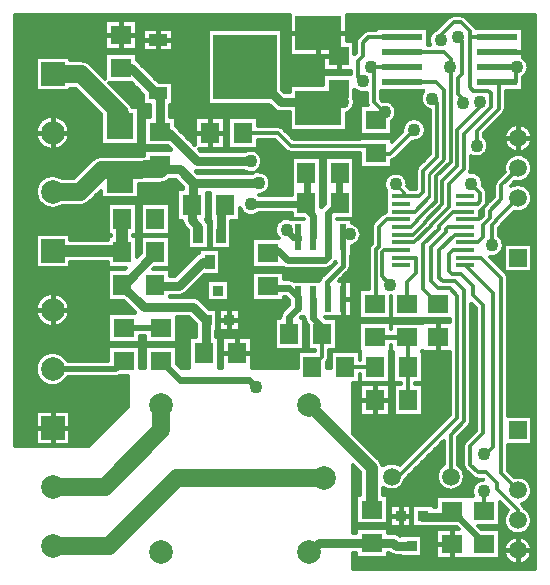
<source format=gtl>
%FSLAX43Y43*%
%MOMM*%
G71*
G01*
G75*
G04 Layer_Physical_Order=1*
%ADD10C,0.300*%
%ADD11R,1.600X1.800*%
%ADD12R,3.500X0.600*%
%ADD13R,1.600X0.300*%
%ADD14R,1.800X1.600*%
%ADD15R,4.000X3.000*%
%ADD16R,2.300X2.300*%
%ADD17R,0.900X0.950*%
%ADD18R,0.900X0.950*%
%ADD19R,0.850X1.300*%
%ADD20R,0.600X2.200*%
%ADD21R,0.600X2.200*%
%ADD22R,1.600X1.000*%
%ADD23R,5.400X5.500*%
%ADD24C,1.500*%
%ADD25C,0.800*%
%ADD26C,0.400*%
%ADD27C,0.600*%
%ADD28C,0.500*%
%ADD29C,1.000*%
%ADD30C,0.250*%
%ADD31R,1.500X1.500*%
%ADD32C,1.500*%
%ADD33C,2.000*%
%ADD34R,2.000X2.000*%
%ADD35C,1.100*%
D10*
X44050Y43050D02*
G03*
X43550Y43916I-1000J0D01*
G01*
X43600Y42215D02*
G03*
X44050Y43050I-550J835D01*
G01*
X43550Y41610D02*
G03*
X43600Y41850I-550J240D01*
G01*
X43550Y41610D02*
G03*
X43600Y41850I-550J240D01*
G01*
X44359Y37052D02*
G03*
X44359Y37052I-1200J0D01*
G01*
X41924Y39126D02*
G03*
X42100Y39550I-424J424D01*
G01*
X41924Y39126D02*
G03*
X42100Y39550I-424J424D01*
G01*
X39593Y46355D02*
G03*
X39474Y46524I-543J-255D01*
G01*
X39593Y46355D02*
G03*
X39474Y46524I-543J-255D01*
G01*
X38724Y47274D02*
G03*
X38300Y47450I-424J-424D01*
G01*
X38724Y47274D02*
G03*
X38300Y47450I-424J-424D01*
G01*
X37700D02*
G03*
X37276Y47274I0J-600D01*
G01*
X37700Y47450D02*
G03*
X37276Y47274I0J-600D01*
G01*
X36308Y46306D02*
G03*
X35690Y44935I292J-956D01*
G01*
X40650Y36400D02*
G03*
X40250Y37200I-1000J0D01*
G01*
X39150Y35534D02*
G03*
X40650Y36400I500J866D01*
G01*
X35136Y41045D02*
G03*
X35700Y39420I764J-645D01*
G01*
X35350Y37750D02*
G03*
X33360Y37609I-1000J0D01*
G01*
X34209Y36760D02*
G03*
X35350Y37750I141J990D01*
G01*
X44359Y34512D02*
G03*
X42012Y34161I-1200J0D01*
G01*
X42891Y33343D02*
G03*
X44359Y34512I268J1170D01*
G01*
X42849Y30813D02*
G03*
X44359Y31972I311J1159D01*
G01*
G03*
X42561Y33012I-1200J0D01*
G01*
X42300Y25250D02*
G03*
X42124Y25674I-600J0D01*
G01*
X42300Y25250D02*
G03*
X42124Y25674I-600J0D01*
G01*
X41326Y33474D02*
G03*
X41150Y33050I424J-424D01*
G01*
X41326Y33474D02*
G03*
X41150Y33050I424J-424D01*
G01*
X39093Y34194D02*
G03*
X39150Y34450I-543J256D01*
G01*
X40550Y32450D02*
G03*
X40374Y32874I-600J0D01*
G01*
X40550Y32450D02*
G03*
X40374Y32874I-600J0D01*
G01*
X40190Y33059D02*
G03*
X40200Y33200I-990J141D01*
G01*
X40523Y31521D02*
G03*
X40550Y31700I-573J179D01*
G01*
X40523Y31521D02*
G03*
X40550Y31700I-573J179D01*
G01*
X40177Y31079D02*
G03*
X40150Y30900I573J-179D01*
G01*
X40177Y31079D02*
G03*
X40150Y30900I573J-179D01*
G01*
X39950Y30919D02*
G03*
X40149Y31051I-225J556D01*
G01*
X40200Y33200D02*
G03*
X39093Y34194I-1000J0D01*
G01*
X39950Y30919D02*
G03*
X40149Y31051I-225J556D01*
G01*
X39093Y34194D02*
G03*
X39150Y34450I-543J256D01*
G01*
X41724Y29620D02*
G03*
X41857Y29821I-424J424D01*
G01*
X41724Y29620D02*
G03*
X41857Y29821I-424J424D01*
G01*
X41950Y28000D02*
G03*
X41550Y28800I-1000J0D01*
G01*
X40785Y27014D02*
G03*
X41950Y28000I165J986D01*
G01*
X30455Y46205D02*
G03*
X30031Y46029I0J-600D01*
G01*
X30455Y46205D02*
G03*
X30031Y46029I0J-600D01*
G01*
X30350Y40100D02*
G03*
X30406Y39847I600J0D01*
G01*
X30350Y40100D02*
G03*
X30406Y39847I600J0D01*
G01*
X32503Y38493D02*
G03*
X32850Y39250I-653J757D01*
G01*
G03*
X31666Y40233I-1000J0D01*
G01*
X29576Y45574D02*
G03*
X29400Y45150I424J-424D01*
G01*
X29576Y45574D02*
G03*
X29400Y45150I424J-424D01*
G01*
X29303Y41133D02*
G03*
X30350Y40913I697J717D01*
G01*
X29350Y40100D02*
G03*
X29303Y40402I-1000J0D01*
G01*
X28702Y39164D02*
G03*
X29350Y40100I-352J936D01*
G01*
X34676Y34686D02*
G03*
X34500Y34261I424J-424D01*
G01*
X32503Y35170D02*
G03*
X32774Y35326I-153J580D01*
G01*
X32503Y35170D02*
G03*
X32774Y35326I-153J580D01*
G01*
X34676Y34686D02*
G03*
X34500Y34261I424J-424D01*
G01*
X34005Y32725D02*
G03*
X33907Y32857I-505J-275D01*
G01*
X34005Y32725D02*
G03*
X33907Y32857I-505J-275D01*
G01*
X33785Y32978D02*
G03*
X33800Y33150I-985J172D01*
G01*
G03*
X31950Y32623I-1000J0D01*
G01*
Y30770D02*
G03*
X31601Y30599I75J-595D01*
G01*
X31950Y30770D02*
G03*
X31601Y30599I75J-595D01*
G01*
X30926Y29924D02*
G03*
X30750Y29500I424J-424D01*
G01*
X30926Y29924D02*
G03*
X30750Y29500I424J-424D01*
G01*
X29900Y28900D02*
G03*
X29105Y29879I-1000J0D01*
G01*
X30676Y28052D02*
G03*
X30500Y27628I424J-424D01*
G01*
X30676Y28052D02*
G03*
X30500Y27628I424J-424D01*
G01*
X29105Y27921D02*
G03*
X29900Y28900I-205J979D01*
G01*
X26555Y31265D02*
G03*
X26488Y31188I530J-530D01*
G01*
X26555Y31265D02*
G03*
X26488Y31188I530J-530D01*
G01*
X27615Y26455D02*
G03*
X27700Y26556I-530J530D01*
G01*
X27615Y26455D02*
G03*
X27700Y26556I-530J530D01*
G01*
X26800Y25950D02*
G03*
X27330Y26170I0J750D01*
G01*
X28810Y25790D02*
G03*
X29000Y26250I-460J460D01*
G01*
X28809Y25790D02*
G03*
X29000Y26250I-459J460D01*
G01*
X26800Y25950D02*
G03*
X27330Y26170I0J750D01*
G01*
X26541Y25360D02*
G03*
X26358Y25000I459J-460D01*
G01*
X26540Y25360D02*
G03*
X26358Y25000I460J-460D01*
G01*
X39024Y12676D02*
G03*
X39200Y13100I-424J424D01*
G01*
X39024Y12676D02*
G03*
X39200Y13100I-424J424D01*
G01*
X38676Y11374D02*
G03*
X38500Y10950I424J-424D01*
G01*
X38676Y11374D02*
G03*
X38500Y10950I424J-424D01*
G01*
X43474Y6075D02*
G03*
X44341Y7228I-333J1153D01*
G01*
X43712Y5743D02*
G03*
X43565Y5984I-571J-184D01*
G01*
X43712Y5743D02*
G03*
X43565Y5984I-571J-184D01*
G01*
X44341Y4688D02*
G03*
X43712Y5743I-1200J0D01*
G01*
X44341Y7228D02*
G03*
X42830Y8387I-1200J0D01*
G01*
X42304Y5548D02*
G03*
X44341Y4688I837J-860D01*
G01*
Y2148D02*
G03*
X44341Y2148I-1200J0D01*
G01*
X39326Y8326D02*
G03*
X39750Y8150I424J424D01*
G01*
X39326Y8326D02*
G03*
X39750Y8150I424J424D01*
G01*
X40203Y8149D02*
G03*
X39332Y6753I47J-999D01*
G01*
X38500Y9400D02*
G03*
X38676Y8976I600J0D01*
G01*
X38500Y9400D02*
G03*
X38676Y8976I600J0D01*
G01*
X38658Y8400D02*
G03*
X38058Y9439I-1200J0D01*
G01*
X36858D02*
G03*
X38658Y8400I600J-1039D01*
G01*
X27012Y18119D02*
G03*
X27188Y18543I-424J424D01*
G01*
X27012Y18119D02*
G03*
X27188Y18543I-424J424D01*
G01*
X31694Y9325D02*
G03*
X31434Y9809I-931J-188D01*
G01*
X31694Y9325D02*
G03*
X31434Y9809I-931J-188D01*
G01*
X33139Y9388D02*
G03*
X31694Y9325I-682J-988D01*
G01*
X33151Y3401D02*
G03*
X32550Y3650I-601J-601D01*
G01*
X33151Y3401D02*
G03*
X32550Y3650I-601J-601D01*
G01*
X31712Y7460D02*
G03*
X33639Y8191I745J940D01*
G01*
X32199Y1949D02*
G03*
X32800Y1700I601J601D01*
G01*
X32199Y1949D02*
G03*
X32800Y1700I601J601D01*
G01*
X22449Y39499D02*
G03*
X23050Y39250I601J601D01*
G01*
X22449Y39499D02*
G03*
X23050Y39250I601J601D01*
G01*
X23221Y37927D02*
G03*
X22797Y38103I-424J-424D01*
G01*
X23221Y37927D02*
G03*
X22797Y38103I-424J-424D01*
G01*
X23476Y35976D02*
G03*
X23900Y35800I424J424D01*
G01*
X23476Y35976D02*
G03*
X23900Y35800I424J424D01*
G01*
X21500Y35100D02*
G03*
X19973Y35950I-1000J0D01*
G01*
X20988Y34227D02*
G03*
X21500Y35100I-488J873D01*
G01*
X22200Y33250D02*
G03*
X20988Y34227I-1000J0D01*
G01*
X19973Y34250D02*
G03*
X20712Y34123I527J850D01*
G01*
X21200Y32250D02*
G03*
X22200Y33250I0J1000D01*
G01*
X19597Y31146D02*
G03*
X21264Y30750I953J304D01*
G01*
X15846Y34256D02*
G03*
X15950Y34250I104J844D01*
G01*
X15846Y34256D02*
G03*
X15950Y34250I104J844D01*
G01*
X11001Y43551D02*
G03*
X10903Y43635I-601J-601D01*
G01*
X11001Y43551D02*
G03*
X10903Y43635I-601J-601D01*
G01*
X6999Y43299D02*
G03*
X6150Y43650I-849J-849D01*
G01*
X6999Y43299D02*
G03*
X6150Y43650I-849J-849D01*
G01*
X10541Y39650D02*
G03*
X10299Y39999I-1091J-500D01*
G01*
X10541Y39650D02*
G03*
X10299Y39999I-1091J-500D01*
G01*
X12871Y33200D02*
G03*
X13697Y33550I-21J1200D01*
G01*
X7900Y35550D02*
G03*
X7051Y35199I0J-1200D01*
G01*
X7900Y35550D02*
G03*
X7051Y35199I0J-1200D01*
G01*
X5199Y37501D02*
G03*
X5199Y37501I-1450J0D01*
G01*
X6051Y31301D02*
G03*
X6900Y31653I0J1200D01*
G01*
X6051Y31301D02*
G03*
X6900Y31653I0J1200D01*
G01*
X4563Y33701D02*
G03*
X4563Y31301I-814J-1200D01*
G01*
X23986Y30200D02*
G03*
X22875Y28562I-436J-900D01*
G01*
X23255Y26062D02*
G03*
X23650Y25950I395J638D01*
G01*
X23255Y26062D02*
G03*
X23650Y25950I395J638D01*
G01*
X24174Y25000D02*
G03*
X23800Y25100I-374J-650D01*
G01*
X24174Y25000D02*
G03*
X23800Y25100I-374J-650D01*
G01*
X16786Y30047D02*
G03*
X16689Y30163I-698J-485D01*
G01*
X16865Y29906D02*
G03*
X16786Y30047I-777J-345D01*
G01*
X16163Y27381D02*
G03*
X15899Y27201I337J-781D01*
G01*
X16163Y27381D02*
G03*
X15899Y27201I337J-781D01*
G01*
X14699Y30047D02*
G03*
X14946Y29502I848J56D01*
G01*
X14699Y30047D02*
G03*
X14946Y29502I848J56D01*
G01*
X14450Y23700D02*
G03*
X15051Y23949I0J850D01*
G01*
X25065Y21835D02*
G03*
X25285Y21305I750J0D01*
G01*
X25065Y21835D02*
G03*
X25285Y21305I750J0D01*
G01*
X23257Y22468D02*
G03*
X23038Y21938I530J-530D01*
G01*
X23257Y22468D02*
G03*
X23038Y21938I530J-530D01*
G01*
X14450Y23700D02*
G03*
X15051Y23949I0J850D01*
G01*
X16251Y23351D02*
G03*
X15650Y23600I-601J-601D01*
G01*
X16251Y23351D02*
G03*
X15650Y23600I-601J-601D01*
G01*
X5199Y22501D02*
G03*
X5199Y22501I-1450J0D01*
G01*
X9070Y16801D02*
G03*
X9485Y16938I0J700D01*
G01*
X9070Y16801D02*
G03*
X9485Y16938I0J700D01*
G01*
X5019Y18201D02*
G03*
X5019Y16801I-1270J-700D01*
G01*
X43000Y41850D02*
Y43050D01*
X41500Y41795D02*
Y41850D01*
Y39550D02*
Y41795D01*
X31800Y39250D02*
X31850D01*
X39650Y36400D02*
Y37700D01*
X39200Y33200D02*
X39950Y32450D01*
X38700Y31475D02*
X39725D01*
X30950Y42950D02*
X31000Y43000D01*
X30950Y42950D02*
Y43000D01*
Y40100D02*
Y42950D01*
X37225Y29525D02*
X38700D01*
X32458Y8400D02*
X33000D01*
X41300Y30113D02*
X43159Y31972D01*
X40950Y28000D02*
Y29694D01*
X31825Y27575D02*
X33200D01*
X31650Y25350D02*
X32350Y24650D01*
X38700Y28225D02*
X39725D01*
X19853Y37503D02*
X22797D01*
X32350Y35750D02*
X34350Y37750D01*
X30550Y36400D02*
X31153Y35797D01*
X31200Y35750D01*
X37675Y30825D02*
X38700D01*
X35250Y24100D02*
X36347Y23003D01*
X35100Y24250D02*
X36347Y23003D01*
X36400Y22950D01*
X37775Y28875D02*
X38700D01*
X37458Y8400D02*
Y11958D01*
X32025Y30175D02*
X33200D01*
X31047Y23003D02*
X31100Y23056D01*
X38700Y30175D02*
X39875D01*
X38050Y45600D02*
X38400Y45250D01*
X35900Y40400D02*
X36300Y40000D01*
X33500Y32125D02*
X34725D01*
X33200D02*
X33500D01*
X39900Y39650D02*
Y40100D01*
X30455Y45605D02*
X33350D01*
X33200Y28875D02*
X34225D01*
X29600Y42250D02*
X30000Y41850D01*
Y41800D02*
Y41850D01*
X41800Y45600D02*
Y45605D01*
X41350D02*
X41795D01*
X39355D02*
X41350D01*
X39050Y45600D02*
X39355Y45605D01*
X39050Y45600D02*
Y46100D01*
Y41350D02*
Y45600D01*
X36600Y45350D02*
Y45750D01*
X33200Y28225D02*
X34375D01*
X37450Y43050D02*
Y43750D01*
Y35056D02*
Y43050D01*
X36200Y33806D02*
X37450Y35056D01*
X36200Y33806D02*
Y33806D01*
Y31683D02*
Y33806D01*
X33350Y44335D02*
X36865D01*
X33200Y29525D02*
X34075D01*
X43141Y4688D02*
Y5559D01*
X41700Y8668D02*
X43141Y7228D01*
X38700Y26925D02*
X40025D01*
X31053Y17650D02*
X31150D01*
X28650D02*
X31053D01*
X33756Y22988D02*
Y24856D01*
X33200Y26925D02*
X34550D01*
X26588Y18543D02*
Y20493D01*
X25738Y17693D02*
X26588Y18543D01*
X33741Y20203D02*
X33756Y20188D01*
X33862Y20082D01*
Y17703D02*
Y20082D01*
Y14907D02*
Y17703D01*
X31047Y20203D02*
X31100D01*
X40300Y10300D02*
X40400D01*
X40250Y5503D02*
Y7150D01*
Y5300D02*
Y5503D01*
X38700Y26275D02*
X41000Y23975D01*
X33350Y41795D02*
X36205D01*
X33200Y30825D02*
X34425D01*
X43550Y46300D02*
X44600D01*
X43550Y46200D02*
X44600D01*
X43550Y46100D02*
X44600D01*
X43550Y46000D02*
X44600D01*
X43550Y45900D02*
X44600D01*
X43550Y45800D02*
X44600D01*
X43550Y45700D02*
X44600D01*
X43550Y45600D02*
X44600D01*
X43550Y45500D02*
X44600D01*
X43550Y45400D02*
X44600D01*
X43550Y45300D02*
X44600D01*
X43550Y45200D02*
X44600D01*
X43550Y45100D02*
X44600D01*
X43550Y45000D02*
X44600D01*
X43550Y44900D02*
X44600D01*
X43550Y44800D02*
X44600D01*
X43550Y44700D02*
X44600D01*
X43550Y44600D02*
X44600D01*
X43550Y44500D02*
X44600D01*
X43550Y44400D02*
X44600D01*
X43550Y44300D02*
X44600D01*
X43550Y44200D02*
X44600D01*
X43550Y44100D02*
X44600D01*
X43550Y44000D02*
X44600D01*
X43810Y43700D02*
X44600D01*
X43885Y43600D02*
X44600D01*
X43943Y43500D02*
X44600D01*
X43987Y43400D02*
X44600D01*
X44018Y43300D02*
X44600D01*
X44039Y43200D02*
X44600D01*
X44049Y43100D02*
X44600D01*
X44049Y43000D02*
X44600D01*
X44039Y42900D02*
X44600D01*
X44018Y42800D02*
X44600D01*
X43987Y42700D02*
X44600D01*
X43943Y42600D02*
X44600D01*
X43712Y43800D02*
X44600D01*
X43577Y43900D02*
X44600D01*
X43885Y42500D02*
X44600D01*
X43810Y42400D02*
X44600D01*
X43711Y42300D02*
X44600D01*
X43600Y42200D02*
X44600D01*
X43600Y42100D02*
X44600D01*
X43600Y42000D02*
X44600D01*
X43600Y41900D02*
X44600D01*
X43598Y41800D02*
X44600D01*
X43581Y41700D02*
X44600D01*
X43550Y41600D02*
X44600D01*
X43550Y46355D02*
Y47450D01*
X43450Y46355D02*
Y47450D01*
X43350Y46355D02*
Y47450D01*
X43250Y46355D02*
Y47450D01*
X43150Y46355D02*
Y47450D01*
X43050Y46355D02*
Y47450D01*
X44050Y43074D02*
Y47450D01*
X43950Y43486D02*
Y47450D01*
X43850Y43650D02*
Y47450D01*
X43750Y43764D02*
Y47450D01*
X43650Y43850D02*
Y47450D01*
X42950Y46355D02*
Y47450D01*
X42850Y46355D02*
Y47450D01*
X42750Y46355D02*
Y47450D01*
X42650Y46355D02*
Y47450D01*
X42550Y46355D02*
Y47450D01*
X42450Y46355D02*
Y47450D01*
X42350Y46355D02*
Y47450D01*
X42250Y46355D02*
Y47450D01*
X42150Y46355D02*
Y47450D01*
X42050Y46355D02*
Y47450D01*
X41950Y46355D02*
Y47450D01*
X41850Y46355D02*
Y47450D01*
X41750Y46355D02*
Y47450D01*
X43550Y45085D02*
Y46355D01*
Y44855D02*
Y45085D01*
Y44855D02*
Y45085D01*
Y43916D02*
Y44855D01*
X43600Y41850D02*
Y42215D01*
X43550Y41500D02*
X44600D01*
X43550Y41400D02*
X44600D01*
X43550Y41045D02*
Y41610D01*
Y41300D02*
X44600D01*
X43550Y41200D02*
X44600D01*
X43550Y41100D02*
X44600D01*
X41650Y46355D02*
Y47450D01*
X41550Y46355D02*
Y47450D01*
X42100Y41000D02*
X44600D01*
X42100Y40900D02*
X44600D01*
X42100Y40800D02*
X44600D01*
X42100Y40700D02*
X44600D01*
X42100Y41045D02*
X43550D01*
X42100Y40600D02*
X44600D01*
X42100Y40500D02*
X44600D01*
X42100Y40400D02*
X44600D01*
X42100Y40300D02*
X44600D01*
X42100Y40200D02*
X44600D01*
X42100Y40100D02*
X44600D01*
X42100Y40000D02*
X44600D01*
X42100Y39900D02*
X44600D01*
X43745Y38100D02*
X44600D01*
X43510Y38200D02*
X44600D01*
X43896Y38000D02*
X44600D01*
X44350Y37204D02*
Y47450D01*
X44250Y37553D02*
Y47450D01*
X44150Y37730D02*
Y47450D01*
X42100Y39800D02*
X44600D01*
X42100Y39700D02*
X44600D01*
X42100Y39600D02*
X44600D01*
X42098Y39500D02*
X44600D01*
X42081Y39400D02*
X44600D01*
X42045Y39300D02*
X44600D01*
X41987Y39200D02*
X44600D01*
X41898Y39100D02*
X44600D01*
X41798Y39000D02*
X44600D01*
X41698Y38900D02*
X44600D01*
X41598Y38800D02*
X44600D01*
X44227Y37600D02*
X44600D01*
X44273Y37500D02*
X44600D01*
X44308Y37400D02*
X44600D01*
X44334Y37300D02*
X44600D01*
X44350Y37200D02*
X44600D01*
X44358Y37100D02*
X44600D01*
X44358Y37000D02*
X44600D01*
X44350Y36900D02*
X44600D01*
X44333Y36800D02*
X44600D01*
X44350Y34664D02*
Y36900D01*
X44307Y36700D02*
X44600D01*
X44271Y36600D02*
X44600D01*
X44098Y37800D02*
X44600D01*
X44009Y37900D02*
X44600D01*
X44170Y37700D02*
X44600D01*
X44225Y36500D02*
X44600D01*
X44167Y36400D02*
X44600D01*
X44094Y36300D02*
X44600D01*
X44004Y36200D02*
X44600D01*
X43890Y36100D02*
X44600D01*
X44250Y35013D02*
Y36551D01*
X43736Y36000D02*
X44600D01*
X43494Y35900D02*
X44600D01*
X43650Y38147D02*
Y42250D01*
X43350Y38237D02*
Y41045D01*
X43250Y38249D02*
Y41045D01*
X43150Y38252D02*
Y41045D01*
X43050Y38247D02*
Y41045D01*
X42950Y38234D02*
Y41045D01*
X44050Y37857D02*
Y43026D01*
X43950Y37955D02*
Y42614D01*
X43850Y38034D02*
Y42450D01*
X43750Y38097D02*
Y42336D01*
X43550Y38187D02*
Y41045D01*
X43450Y38217D02*
Y41045D01*
X42850Y38212D02*
Y41045D01*
X42750Y38180D02*
Y41045D01*
X42650Y38139D02*
Y41045D01*
X42100Y39550D02*
Y41045D01*
X42550Y38086D02*
Y41045D01*
X42450Y38020D02*
Y41045D01*
X42350Y37938D02*
Y41045D01*
X42250Y37835D02*
Y41045D01*
X42150Y37701D02*
Y41045D01*
X42050Y37509D02*
Y39310D01*
X43750Y35557D02*
Y36007D01*
X43650Y35607D02*
Y35957D01*
X43550Y35647D02*
Y35917D01*
X42750Y35640D02*
Y35924D01*
X44150Y35190D02*
Y36375D01*
X44050Y35317D02*
Y36248D01*
X43950Y35415D02*
Y36149D01*
X43850Y35494D02*
Y36071D01*
X42550Y35546D02*
Y36019D01*
X42650Y35599D02*
Y35966D01*
X42350Y35398D02*
Y36167D01*
X42450Y35480D02*
Y36085D01*
X42150Y35161D02*
Y36404D01*
X42050Y34969D02*
Y36595D01*
X42250Y35295D02*
Y36270D01*
X41950Y34098D02*
Y39153D01*
X41850Y33998D02*
Y39051D01*
X41750Y33898D02*
Y38951D01*
X41650Y33798D02*
Y38851D01*
X41550Y33698D02*
Y38751D01*
X41450Y46355D02*
Y47450D01*
X41350Y46355D02*
Y47450D01*
X41250Y46355D02*
Y47450D01*
X41150Y46355D02*
Y47450D01*
X41050Y46355D02*
Y47450D01*
X40950Y46355D02*
Y47450D01*
X40850Y46355D02*
Y47450D01*
X40750Y46355D02*
Y47450D01*
X40650Y46355D02*
Y47450D01*
X40550Y46355D02*
Y47450D01*
X40450Y46355D02*
Y47450D01*
X40350Y46355D02*
Y47450D01*
X40250Y46355D02*
Y47450D01*
X28702D02*
X44600D01*
X39550Y46432D02*
Y47450D01*
X39450Y46549D02*
Y47450D01*
X39350Y46649D02*
Y47450D01*
X39250Y46749D02*
Y47450D01*
X40150Y46355D02*
Y47450D01*
X40050Y46355D02*
Y47450D01*
X39950Y46355D02*
Y47450D01*
X39850Y46355D02*
Y47450D01*
X39750Y46355D02*
Y47450D01*
X39650Y46355D02*
Y47450D01*
X39099Y46900D02*
X44600D01*
X38999Y47000D02*
X44600D01*
X39199Y46800D02*
X44600D01*
X39150Y46849D02*
Y47450D01*
X39050Y46949D02*
Y47450D01*
X39299Y46700D02*
X44600D01*
X39497Y46500D02*
X44600D01*
X39399Y46600D02*
X44600D01*
X39570Y46400D02*
X44600D01*
X39593Y46355D02*
X43550D01*
X38750Y47249D02*
Y47450D01*
X38540Y47400D02*
X44600D01*
X38697Y47300D02*
X44600D01*
X38650Y47338D02*
Y47450D01*
X37700Y47450D02*
X38300D01*
X38799Y47200D02*
X44600D01*
X38724Y47274D02*
X39474Y46524D01*
X38899Y47100D02*
X44600D01*
X38950Y47049D02*
Y47450D01*
X38850Y47149D02*
Y47450D01*
X37350Y47337D02*
Y47450D01*
X37250Y47248D02*
Y47450D01*
X37150Y47148D02*
Y47450D01*
X37050Y47048D02*
Y47450D01*
X36950Y46948D02*
Y47450D01*
X36850Y46848D02*
Y47450D01*
X36750Y46748D02*
Y47450D01*
X36650Y46648D02*
Y47450D01*
X36550Y46548D02*
Y47450D01*
X36450Y46448D02*
Y47450D01*
X36350Y46348D02*
Y47450D01*
X36250Y46287D02*
Y47450D01*
X28702Y47400D02*
X37460D01*
X35550Y46355D02*
Y47450D01*
X35450Y46355D02*
Y47450D01*
X35350Y46355D02*
Y47450D01*
X36150Y46243D02*
Y47450D01*
X36050Y46185D02*
Y47450D01*
X35950Y46110D02*
Y47450D01*
X35850Y46011D02*
Y47450D01*
X35750Y45876D02*
Y47450D01*
X35650Y45661D02*
Y47450D01*
X36308Y46306D02*
X37276Y47274D01*
X35550Y46300D02*
X36287D01*
X35550Y46200D02*
X36073D01*
X35550Y46100D02*
X35938D01*
X35550Y46000D02*
X35840D01*
X35550Y45900D02*
X35765D01*
X35550Y45800D02*
X35707D01*
X35550Y45700D02*
X35663D01*
X35550Y45085D02*
Y46355D01*
Y44935D02*
Y45085D01*
X35650Y44935D02*
Y45039D01*
X28702Y47300D02*
X37303D01*
X28702Y47200D02*
X37201D01*
X28702Y47100D02*
X37101D01*
X28702Y47000D02*
X37001D01*
X28702Y46900D02*
X36901D01*
X28702Y46800D02*
X36801D01*
X28702Y46700D02*
X36701D01*
X28702Y46600D02*
X36601D01*
X28702Y46500D02*
X36501D01*
X31150Y46355D02*
X35550D01*
X28702Y46400D02*
X36401D01*
X35550Y45000D02*
X35663D01*
X41498Y38700D02*
X44600D01*
X41398Y38600D02*
X44600D01*
X41298Y38500D02*
X44600D01*
X41198Y38400D02*
X44600D01*
X41098Y38300D02*
X44600D01*
X41450Y33598D02*
Y38651D01*
X41350Y33498D02*
Y38551D01*
X40998Y38200D02*
X42809D01*
X41250Y33381D02*
Y38451D01*
X41150Y32148D02*
Y38351D01*
X41050Y32048D02*
Y38251D01*
X40898Y38100D02*
X42574D01*
X40798Y38000D02*
X42423D01*
X40698Y37900D02*
X42310D01*
X40598Y37800D02*
X42221D01*
X35550Y44935D02*
X35690D01*
X40498Y37700D02*
X42149D01*
X40950Y31948D02*
Y38151D01*
X40250Y37451D02*
X41924Y39126D01*
X40850Y31848D02*
Y38051D01*
X40750Y31748D02*
Y37951D01*
X40650Y36423D02*
Y37851D01*
X40550Y36836D02*
Y37751D01*
X40645Y36500D02*
X42094D01*
X40604Y36700D02*
X42012D01*
X40650Y36400D02*
X42152D01*
X40567Y36800D02*
X41986D01*
X40516Y36900D02*
X41969D01*
X40630Y36600D02*
X42048D01*
X40630Y36200D02*
X42315D01*
X40604Y36100D02*
X42429D01*
X40567Y36000D02*
X42583D01*
X40650Y31648D02*
Y36376D01*
X40645Y36300D02*
X42225D01*
X40550Y32468D02*
Y35963D01*
X40398Y37600D02*
X42092D01*
X40298Y37500D02*
X42046D01*
X40250Y37400D02*
X42011D01*
X40250Y37200D02*
Y37451D01*
Y37300D02*
X41985D01*
X40250Y37200D02*
X41969D01*
X40364Y37100D02*
X41960D01*
X40450Y37000D02*
X41961D01*
X40450Y37000D02*
Y37651D01*
X40350Y37114D02*
Y37551D01*
X35110Y38400D02*
X35700D01*
X35012Y38500D02*
X35700D01*
X35185Y38300D02*
X35700D01*
X35550Y44935D02*
Y45085D01*
X35243Y38200D02*
X35700D01*
X35287Y38100D02*
X35700D01*
Y35710D02*
Y39420D01*
X35650Y35660D02*
Y39432D01*
X35318Y38000D02*
X35700D01*
X35450Y35460D02*
Y39507D01*
X35350Y37773D02*
Y39565D01*
X35550Y35560D02*
Y39463D01*
X32839Y39400D02*
X35700D01*
X32849Y39300D02*
X35700D01*
X32818Y39500D02*
X35464D01*
X32849Y39200D02*
X35700D01*
X32839Y39100D02*
X35700D01*
X32818Y39000D02*
X35700D01*
X32787Y38900D02*
X35700D01*
X32743Y38800D02*
X35700D01*
X34663Y38700D02*
X35700D01*
X34877Y38600D02*
X35700D01*
X35339Y37900D02*
X35700D01*
X35349Y37800D02*
X35700D01*
X35349Y37700D02*
X35700D01*
X35339Y37600D02*
X35700D01*
X35318Y37500D02*
X35700D01*
X35287Y37400D02*
X35700D01*
X35243Y37300D02*
X35700D01*
X35185Y37200D02*
X35700D01*
X35110Y37100D02*
X35700D01*
X35350Y35360D02*
Y37727D01*
X35011Y37000D02*
X35700D01*
X35700Y35710D02*
Y36000D01*
X34877Y36900D02*
X35700D01*
X34662Y36800D02*
X35700D01*
X34148Y36700D02*
X35700D01*
X34048Y36600D02*
X35700D01*
X33948Y36500D02*
X35700D01*
X33848Y36400D02*
X35700D01*
X33748Y36300D02*
X35700D01*
X33648Y36200D02*
X35700D01*
X33548Y36100D02*
X35700D01*
X33448Y36000D02*
X35700D01*
X44256Y35000D02*
X44600D01*
X44143Y35200D02*
X44600D01*
X44295Y34900D02*
X44600D01*
X44324Y34800D02*
X44600D01*
X44345Y34700D02*
X44600D01*
X44356Y34600D02*
X44600D01*
X44359Y34500D02*
X44600D01*
X44354Y34400D02*
X44600D01*
X44340Y34300D02*
X44600D01*
X44318Y34200D02*
X44600D01*
X44286Y34100D02*
X44600D01*
X44245Y34000D02*
X44600D01*
X43666Y35600D02*
X44600D01*
X43331Y35700D02*
X44600D01*
X43841Y35500D02*
X44600D01*
X44065Y35300D02*
X44600D01*
X43967Y35400D02*
X44600D01*
X44206Y35100D02*
X44600D01*
X44191Y33900D02*
X44600D01*
X44125Y33800D02*
X44600D01*
X44043Y33700D02*
X44600D01*
X43939Y33600D02*
X44600D01*
X43804Y33500D02*
X44600D01*
X43610Y33400D02*
X44600D01*
X44237Y32500D02*
X44600D01*
X44182Y32600D02*
X44600D01*
X44281Y32400D02*
X44600D01*
X44314Y32300D02*
X44600D01*
X44338Y32200D02*
X44600D01*
X44353Y32100D02*
X44600D01*
X44359Y32000D02*
X44600D01*
X44357Y31900D02*
X44600D01*
X44347Y31800D02*
X44600D01*
X44328Y31700D02*
X44600D01*
X44300Y31600D02*
X44600D01*
X44263Y31500D02*
X44600D01*
X42848Y33300D02*
X44600D01*
X42748Y33200D02*
X44600D01*
X43570Y33100D02*
X44600D01*
X43921Y32900D02*
X44600D01*
X43779Y33000D02*
X44600D01*
X44028Y32800D02*
X44600D01*
X44214Y31400D02*
X44600D01*
X44114Y32700D02*
X44600D01*
X44153Y31300D02*
X44600D01*
X44078Y31200D02*
X44600D01*
X43983Y31100D02*
X44600D01*
X43863Y31000D02*
X44600D01*
X43750Y33017D02*
Y33467D01*
X43650Y33067D02*
Y33417D01*
X43550Y33107D02*
Y33377D01*
X43450Y35677D02*
Y35888D01*
X43350Y35697D02*
Y35867D01*
X43450Y33137D02*
Y33348D01*
X44350Y32124D02*
Y34360D01*
X44250Y32473D02*
Y34011D01*
X44150Y32650D02*
Y33834D01*
X44050Y32777D02*
Y33708D01*
X43950Y32875D02*
Y33609D01*
X43850Y32954D02*
Y33531D01*
X43250Y35709D02*
Y35856D01*
X43150Y35712D02*
Y35852D01*
X43050Y35707D02*
Y35857D01*
X42950Y35694D02*
Y35871D01*
X42850Y35672D02*
Y35893D01*
X43350Y33157D02*
Y33327D01*
X43250Y33169D02*
Y33316D01*
X43150Y33172D02*
Y33312D01*
X42561Y33012D02*
X42891Y33343D01*
X43050Y33167D02*
Y33317D01*
X43698Y30900D02*
X44600D01*
X43416Y30800D02*
X44600D01*
X42950Y33154D02*
Y33331D01*
X42850Y33132D02*
Y33301D01*
X42750Y33100D02*
Y33201D01*
X44350Y28092D02*
Y31820D01*
X44250Y28092D02*
Y31471D01*
X42736Y30700D02*
X44600D01*
X44150Y28092D02*
Y31295D01*
X44050Y28092D02*
Y31168D01*
X43950Y28092D02*
Y31069D01*
X42636Y30600D02*
X44600D01*
X42536Y30500D02*
X44600D01*
X42436Y30400D02*
X44600D01*
X42648Y33100D02*
X42749D01*
X42336Y30300D02*
X44600D01*
X42236Y30200D02*
X44600D01*
X42136Y30100D02*
X44600D01*
X42036Y30000D02*
X44600D01*
X41936Y29900D02*
X44600D01*
X41904Y28300D02*
X44600D01*
X41930Y28200D02*
X44600D01*
X44359Y28000D02*
X44600D01*
X44359Y27900D02*
X44600D01*
X44359Y27800D02*
X44600D01*
X44359Y27700D02*
X44600D01*
X44359Y27600D02*
X44600D01*
X44359Y27500D02*
X44600D01*
X44359Y27400D02*
X44600D01*
X44359Y27300D02*
X44600D01*
X44359Y27200D02*
X44600D01*
X44359Y27100D02*
X44600D01*
X44359Y27000D02*
X44600D01*
X44359Y26900D02*
X44600D01*
X44359Y26800D02*
X44600D01*
X41945Y28100D02*
X44600D01*
X44359Y26700D02*
X44600D01*
X44359Y26600D02*
X44600D01*
X44359Y26500D02*
X44600D01*
X44359Y26400D02*
X44600D01*
X44359Y26300D02*
X44600D01*
X44359Y26200D02*
X44600D01*
X44359Y26100D02*
X44600D01*
X44359Y26000D02*
X44600D01*
X44359Y25900D02*
X44600D01*
X44359Y25800D02*
X44600D01*
X44359Y25700D02*
X44600D01*
X42245Y25500D02*
X44600D01*
X42281Y25400D02*
X44600D01*
X42298Y25300D02*
X44600D01*
X42300Y25200D02*
X44600D01*
X42300Y25100D02*
X44600D01*
X42300Y25000D02*
X44600D01*
X42300Y24900D02*
X44600D01*
X42300Y24800D02*
X44600D01*
X42300Y24700D02*
X44600D01*
X42300Y24600D02*
X44600D01*
X42300Y24500D02*
X44600D01*
X42300Y24400D02*
X44600D01*
X42187Y25600D02*
X44600D01*
X42300Y24300D02*
X44600D01*
X42300Y24200D02*
X44600D01*
X42300Y24100D02*
X44600D01*
X42300Y24000D02*
X44600D01*
X42300Y23900D02*
X44600D01*
X42300Y23800D02*
X44600D01*
X42300Y23700D02*
X44600D01*
X42300Y23600D02*
X44600D01*
X42300Y23500D02*
X44600D01*
X42300Y23400D02*
X44600D01*
X43850Y28092D02*
Y30991D01*
X43750Y28092D02*
Y30927D01*
X43650Y28092D02*
Y30877D01*
X43550Y28092D02*
Y30837D01*
X43450Y28092D02*
Y30808D01*
X43350Y28092D02*
Y30787D01*
X43250Y28092D02*
Y30776D01*
X43150Y28092D02*
Y30772D01*
X44359Y25692D02*
Y28092D01*
X43050D02*
Y30777D01*
X42950Y28092D02*
Y30791D01*
X42850Y28092D02*
Y30813D01*
X42750Y28092D02*
Y30714D01*
X42650Y28092D02*
Y30614D01*
X42550Y28092D02*
Y30514D01*
X42450Y28092D02*
Y30414D01*
X42350Y28092D02*
Y30314D01*
X42250Y28092D02*
Y30214D01*
X42150Y28092D02*
Y30114D01*
X42050Y28092D02*
Y30014D01*
X41959Y28092D02*
X44359D01*
X41950Y28024D02*
Y29914D01*
X41959Y25839D02*
Y28092D01*
X41950Y25849D02*
Y27976D01*
X42300Y23300D02*
X44600D01*
X42300Y23200D02*
X44600D01*
X42300Y23100D02*
X44600D01*
X42250Y25490D02*
Y25692D01*
X42300Y23000D02*
X44600D01*
X42300Y22900D02*
X44600D01*
X42300Y22800D02*
X44600D01*
X42300Y22700D02*
X44600D01*
X42300Y22600D02*
X44600D01*
X42300Y22500D02*
X44600D01*
X42300Y22400D02*
X44600D01*
X42300Y22300D02*
X44600D01*
X42300Y22200D02*
X44600D01*
X42300Y22100D02*
X44600D01*
X42300Y22000D02*
X44600D01*
X42106Y25692D02*
X44359D01*
X42300Y21900D02*
X44600D01*
X42300Y21800D02*
X44600D01*
X42300Y21700D02*
X44600D01*
X42300Y21600D02*
X44600D01*
X42300Y21500D02*
X44600D01*
X40516Y35900D02*
X42825D01*
X40450Y35800D02*
X44600D01*
X40364Y35700D02*
X42988D01*
X40250Y35600D02*
X42652D01*
X40086Y35500D02*
X42478D01*
X39652Y35400D02*
X42352D01*
X41326Y33474D02*
X42012Y34161D01*
X39636Y34100D02*
X41951D01*
X39800Y34000D02*
X41851D01*
X40000Y33800D02*
X41651D01*
X39914Y33900D02*
X41751D01*
X40066Y33700D02*
X41551D01*
X39150Y35300D02*
X42254D01*
X39150Y35200D02*
X42176D01*
X39150Y35100D02*
X42113D01*
X39150Y35000D02*
X42063D01*
X39150Y34900D02*
X42024D01*
X39150Y34800D02*
X41994D01*
X39150Y34700D02*
X41974D01*
X39150Y34600D02*
X41963D01*
X39150Y34500D02*
X41959D01*
X39148Y34400D02*
X41965D01*
X39131Y34300D02*
X41978D01*
X39216Y34200D02*
X42001D01*
X40495Y32700D02*
X41150D01*
X40531Y32600D02*
X41150D01*
X40548Y32500D02*
X41150D01*
X40550Y32400D02*
X41150D01*
Y32149D02*
Y33050D01*
X40550Y32300D02*
X41150D01*
X40550Y32200D02*
X41150D01*
X40550Y32100D02*
X41101D01*
X40523Y31521D02*
X41150Y32149D01*
X40550Y32000D02*
X41001D01*
X40154Y33500D02*
X41351D01*
X40117Y33600D02*
X41451D01*
X40180Y33400D02*
X41263D01*
X40195Y33300D02*
X41205D01*
X40200Y33200D02*
X41169D01*
X40195Y33100D02*
X41152D01*
X40349Y32900D02*
X41150D01*
X40249Y33000D02*
X41150D01*
X40437Y32800D02*
X41150D01*
X40550Y31900D02*
X40901D01*
X40550Y31800D02*
X40801D01*
X40550Y31700D02*
X40701D01*
X39850Y33960D02*
Y35420D01*
X39750Y34035D02*
Y35405D01*
X39650Y34093D02*
Y35400D01*
X39550Y34137D02*
Y35405D01*
X39350Y34189D02*
Y35446D01*
X39450Y34168D02*
Y35420D01*
X40450Y32782D02*
Y35799D01*
X40350Y32899D02*
Y35685D01*
X40250Y32999D02*
Y35600D01*
X40150Y33513D02*
Y35534D01*
X40050Y33727D02*
Y35483D01*
X39950Y33862D02*
Y35446D01*
X33348Y35900D02*
X35700D01*
X33248Y35800D02*
X35700D01*
X39150Y35400D02*
X39648D01*
X33148Y35700D02*
X35690D01*
X33048Y35600D02*
X35590D01*
X32948Y35500D02*
X35490D01*
X39250Y34199D02*
Y35483D01*
X39150Y34450D02*
Y35534D01*
X39150Y34199D02*
Y34432D01*
X34676Y34686D02*
X35700Y35710D01*
X32848Y35400D02*
X35390D01*
X40550Y31700D02*
Y32450D01*
X40190Y33059D02*
X40374Y32874D01*
X40550Y31548D02*
Y31682D01*
X40050Y30420D02*
Y30970D01*
X40150Y30521D02*
Y30900D01*
X39950Y30775D02*
Y30875D01*
Y30800D02*
X40150D01*
X39950Y30700D02*
X40150D01*
X39950Y30600D02*
X40150D01*
X39950Y30500D02*
X40129D01*
X39950Y30321D02*
Y30775D01*
X39950Y30321D02*
Y30775D01*
Y30321D02*
X40150Y30521D01*
X41848Y29800D02*
X44600D01*
X41791Y29700D02*
X44600D01*
X41704Y29600D02*
X44600D01*
X41857Y29821D02*
X42849Y30813D01*
X41816Y28500D02*
X44600D01*
X41750Y28600D02*
X44600D01*
X41867Y28400D02*
X44600D01*
X41850Y28436D02*
Y29804D01*
X41750Y28600D02*
Y29647D01*
X41650Y28714D02*
Y29546D01*
X41604Y29500D02*
X44600D01*
X41550Y29400D02*
X44600D01*
X41550Y29300D02*
X44600D01*
X41550Y29446D02*
X41724Y29620D01*
X41550Y29200D02*
X44600D01*
X41550Y29100D02*
X44600D01*
X41550Y29000D02*
X44600D01*
X41550Y28900D02*
X44600D01*
X41550Y28800D02*
X44600D01*
X41550Y28800D02*
Y29446D01*
X41664Y28700D02*
X44600D01*
X41816Y27500D02*
X41959D01*
X41750Y27400D02*
X41959D01*
X41664Y27300D02*
X41959D01*
X41650Y26149D02*
Y27286D01*
X41550Y27200D02*
X41959D01*
X41550Y26249D02*
Y27200D01*
X41699Y26100D02*
X41959D01*
X41599Y26200D02*
X41959D01*
Y25839D02*
X42106Y25692D01*
X41850Y25949D02*
Y27564D01*
X41750Y26049D02*
Y27400D01*
X41799Y26000D02*
X41959D01*
X41386Y27100D02*
X41959D01*
X40799Y27000D02*
X41959D01*
X40999Y26800D02*
X41959D01*
X40899Y26900D02*
X41959D01*
X41099Y26700D02*
X41959D01*
X41299Y26500D02*
X41959D01*
X41199Y26600D02*
X41959D01*
X41399Y26400D02*
X41959D01*
X41450Y26349D02*
Y27134D01*
X40785Y27014D02*
X41959Y25839D01*
X41499Y26300D02*
X41959D01*
X41350Y26449D02*
Y27083D01*
X41250Y26549D02*
Y27046D01*
X41150Y26649D02*
Y27020D01*
X41050Y26749D02*
Y27005D01*
X40950Y26849D02*
Y27000D01*
X39200Y22900D02*
X39352D01*
X39200Y23051D02*
X39600Y22651D01*
X39200Y22600D02*
X39600D01*
X39200Y22500D02*
X39600D01*
X39200Y22800D02*
X39452D01*
X39200Y22700D02*
X39552D01*
X39200Y22400D02*
X39600D01*
X39200Y22300D02*
X39600D01*
X39200Y22200D02*
X39600D01*
X39200Y22100D02*
X39600D01*
X39200Y22000D02*
X39600D01*
X39200Y21900D02*
X39600D01*
X39200Y21800D02*
X39600D01*
X39200Y21700D02*
X39600D01*
X35106Y21753D02*
X37400D01*
X27838Y21700D02*
X37400D01*
Y21453D02*
Y21753D01*
X37350Y21453D02*
Y21753D01*
X37250Y21453D02*
Y21753D01*
X39200Y21600D02*
X39600D01*
X37150Y21453D02*
Y21753D01*
X39200Y21500D02*
X39600D01*
X37050Y21453D02*
Y21753D01*
X36950Y21453D02*
Y21753D01*
X36850Y21453D02*
Y21753D01*
X36750Y21453D02*
Y21753D01*
X36650Y21453D02*
Y21753D01*
X36550Y21453D02*
Y21753D01*
X36450Y21453D02*
Y21753D01*
X36350Y21453D02*
Y21753D01*
X36250Y21453D02*
Y21753D01*
X36150Y21453D02*
Y21753D01*
X27838Y21600D02*
X37400D01*
X27838Y21500D02*
X37400D01*
X36050Y21453D02*
Y21753D01*
X35950Y21453D02*
Y21753D01*
X35850Y21453D02*
Y21753D01*
X35750Y21453D02*
Y21753D01*
X35650Y21453D02*
Y21753D01*
X34997Y21453D02*
X37400D01*
X35550D02*
Y21753D01*
X35450Y21453D02*
Y21753D01*
X35250Y46355D02*
Y47450D01*
X35150Y46355D02*
Y47450D01*
X35050Y46355D02*
Y47450D01*
X34950Y46355D02*
Y47450D01*
X34850Y46355D02*
Y47450D01*
X34750Y46355D02*
Y47450D01*
X34650Y46355D02*
Y47450D01*
X34550Y46355D02*
Y47450D01*
X34450Y46355D02*
Y47450D01*
X34350Y46355D02*
Y47450D01*
X34250Y46355D02*
Y47450D01*
X34150Y46355D02*
Y47450D01*
X34050Y46355D02*
Y47450D01*
X33950Y46355D02*
Y47450D01*
X33850Y46355D02*
Y47450D01*
X33750Y46355D02*
Y47450D01*
X33650Y46355D02*
Y47450D01*
X33550Y46355D02*
Y47450D01*
X33450Y46355D02*
Y47450D01*
X33350Y46355D02*
Y47450D01*
X33250Y46355D02*
Y47450D01*
X33150Y46355D02*
Y47450D01*
X33050Y46355D02*
Y47450D01*
X32950Y46355D02*
Y47450D01*
X35050Y40926D02*
Y41045D01*
X34950Y40711D02*
Y41045D01*
X32610Y39900D02*
X35034D01*
X32850Y46355D02*
Y47450D01*
X32750Y46355D02*
Y47450D01*
X32650Y46355D02*
Y47450D01*
X32743Y39700D02*
X35186D01*
X32685Y39800D02*
X35100D01*
X32787Y39600D02*
X35300D01*
X32850Y39273D02*
Y41045D01*
X32750Y39686D02*
Y41045D01*
X32650Y39850D02*
Y41045D01*
X31550Y41000D02*
X35100D01*
X31550Y41045D02*
X35136D01*
X31550Y40900D02*
X35034D01*
X31550Y40800D02*
X34983D01*
X31550Y40700D02*
X34946D01*
X31550Y40600D02*
X34920D01*
X32377Y40100D02*
X34946D01*
X31550Y40500D02*
X34905D01*
X32512Y40000D02*
X34984D01*
X31599Y40300D02*
X34905D01*
X31550Y40400D02*
X34900D01*
X32163Y40200D02*
X34920D01*
X32550Y46355D02*
Y47450D01*
X32450Y46355D02*
Y47450D01*
X32350Y46355D02*
Y47450D01*
X32250Y46355D02*
Y47450D01*
X32150Y46355D02*
Y47450D01*
X32050Y46355D02*
Y47450D01*
X31950Y46355D02*
Y47450D01*
X31850Y46355D02*
Y47450D01*
X31750Y46355D02*
Y47450D01*
X31650Y46355D02*
Y47450D01*
X31550Y46355D02*
Y47450D01*
X31450Y46355D02*
Y47450D01*
X31350Y46355D02*
Y47450D01*
X31250Y46355D02*
Y47450D01*
X31150Y46205D02*
Y47450D01*
X31050Y46205D02*
Y47450D01*
X30950Y46205D02*
Y47450D01*
X30850Y46205D02*
Y47450D01*
X30750Y46205D02*
Y47450D01*
X30650Y46205D02*
Y47450D01*
X30550Y46205D02*
Y47450D01*
X30450Y46205D02*
Y47450D01*
X30350Y46196D02*
Y47450D01*
X30250Y46169D02*
Y47450D01*
X32050Y40230D02*
Y41045D01*
X31950Y40245D02*
Y41045D01*
X31850Y40250D02*
Y41045D01*
X31750Y40245D02*
Y41045D01*
X31650Y40249D02*
Y41045D01*
X31550Y40349D02*
Y41045D01*
X32550Y39964D02*
Y41045D01*
X32450Y40050D02*
Y41045D01*
X32350Y40116D02*
Y41045D01*
X32250Y40167D02*
Y41045D01*
X32150Y40204D02*
Y41045D01*
X31550Y40349D02*
X31666Y40233D01*
X31150Y46205D02*
Y46355D01*
X30455Y46205D02*
X31150D01*
X30150Y46122D02*
Y47450D01*
X30050Y46047D02*
Y47450D01*
X30350Y40100D02*
Y40913D01*
X30350Y39847D02*
Y40913D01*
X30250Y39847D02*
Y40882D01*
X30150Y39847D02*
Y40861D01*
X34750Y38667D02*
Y41045D01*
X34550Y38730D02*
Y41045D01*
X34450Y38745D02*
Y41045D01*
X34350Y38750D02*
Y41045D01*
X34250Y38745D02*
Y41045D01*
X34150Y38730D02*
Y41045D01*
X35150Y38350D02*
Y39739D01*
X35050Y38464D02*
Y39874D01*
X35250Y38186D02*
Y39640D01*
X34850Y38616D02*
Y41045D01*
X34650Y38704D02*
Y41045D01*
X34950Y38550D02*
Y40089D01*
X34050Y38704D02*
Y41045D01*
X33950Y38666D02*
Y41045D01*
X32685Y38700D02*
X34037D01*
X33850Y38616D02*
Y41045D01*
X33750Y38550D02*
Y41045D01*
X32610Y38600D02*
X33823D01*
X33650Y38464D02*
Y41045D01*
X32511Y38500D02*
X33688D01*
X32503Y38400D02*
X33590D01*
X33550Y38350D02*
Y41045D01*
X33450Y38185D02*
Y41045D01*
X32503Y38300D02*
X33515D01*
X35250Y35260D02*
Y37314D01*
X35150Y35160D02*
Y37150D01*
X35050Y35060D02*
Y37036D01*
X34950Y34960D02*
Y36950D01*
X34850Y34860D02*
Y36884D01*
X34750Y34760D02*
Y36833D01*
X34650Y34658D02*
Y36796D01*
X34550Y34500D02*
Y36770D01*
X34450Y32725D02*
Y36755D01*
X34350Y32725D02*
Y36750D01*
X34250Y32725D02*
Y36755D01*
X34150Y32725D02*
Y36701D01*
X32774Y35326D02*
X34209Y36760D01*
X32503Y38200D02*
X33457D01*
X33450Y33910D02*
Y36001D01*
X32503Y38100D02*
X33413D01*
X32503Y38000D02*
X33382D01*
X32503Y37900D02*
X33361D01*
X34050Y32725D02*
Y36601D01*
X33950Y32808D02*
Y36501D01*
X33850Y32913D02*
Y36401D01*
X33750Y33463D02*
Y36301D01*
X33650Y33677D02*
Y36201D01*
X33550Y33812D02*
Y36101D01*
X33350Y37598D02*
Y41045D01*
X33250Y37498D02*
Y41045D01*
X32503Y37800D02*
X33351D01*
X33150Y37398D02*
Y41045D01*
X32503Y37347D02*
Y38493D01*
X33050Y37298D02*
Y41045D01*
X32950Y37198D02*
Y41045D01*
X32850Y37098D02*
Y39227D01*
X32750Y36998D02*
Y38814D01*
X32650Y36898D02*
Y38650D01*
X32550Y36798D02*
Y38536D01*
X32503Y37700D02*
X33351D01*
X32503Y37600D02*
X33351D01*
X32503Y37500D02*
X33251D01*
X32503Y37400D02*
X33151D01*
X32450Y37047D02*
Y37347D01*
X32503Y36752D02*
X33360Y37609D01*
X32350Y37047D02*
Y37347D01*
X32250Y37047D02*
Y37347D01*
X32150Y37047D02*
Y37347D01*
X32050Y37047D02*
Y37347D01*
X31950Y37047D02*
Y37347D01*
X31850Y37047D02*
Y37347D01*
X31750Y37047D02*
Y37347D01*
X32503Y37000D02*
X32751D01*
X31650Y37047D02*
Y37347D01*
X31550Y37047D02*
Y37347D01*
X31450Y37047D02*
Y37347D01*
X33350Y33985D02*
Y35901D01*
X32503Y36900D02*
X32651D01*
X33250Y34043D02*
Y35801D01*
X31350Y37047D02*
Y37347D01*
X31250Y37047D02*
Y37347D01*
X32503Y36752D02*
Y37047D01*
X31150D02*
Y37347D01*
X31050Y37047D02*
Y37347D01*
X30950Y37047D02*
Y37347D01*
X30850Y37047D02*
Y37347D01*
X30750Y37047D02*
Y37347D01*
X30650Y37047D02*
Y37347D01*
X30550Y37047D02*
Y37347D01*
X30450Y37047D02*
Y37347D01*
X30350Y37047D02*
Y37347D01*
X30250Y37047D02*
Y37347D01*
X30150Y37047D02*
Y37347D01*
X29950Y45948D02*
Y47450D01*
X29850Y45848D02*
Y47450D01*
X29576Y45574D02*
X30031Y46029D01*
X29750Y45748D02*
Y47450D01*
X29650Y45648D02*
Y47450D01*
X29550Y45547D02*
Y47450D01*
X29450Y45389D02*
Y47450D01*
X29350Y44198D02*
Y47450D01*
X29250Y45247D02*
Y47450D01*
X29150Y45247D02*
Y47450D01*
X28702Y46300D02*
X31150D01*
X28702Y46200D02*
X30377D01*
X28702Y46100D02*
X30116D01*
X28702Y46000D02*
X30001D01*
X28702Y45900D02*
X29901D01*
X28702Y45800D02*
X29801D01*
X28702Y45700D02*
X29701D01*
X28702Y45600D02*
X29601D01*
X28702Y45500D02*
X29513D01*
X29050Y45247D02*
Y47450D01*
X28702Y45400D02*
X29455D01*
X28702Y45300D02*
X29419D01*
X29330Y40300D02*
X30350D01*
X29345Y40200D02*
X30350D01*
X29350Y40100D02*
X30350D01*
X29400Y44249D02*
Y45150D01*
X29303Y44152D02*
Y45247D01*
X29350Y40123D02*
Y41090D01*
X29345Y40000D02*
X30358D01*
X29330Y39900D02*
X30384D01*
X29803Y39847D02*
X30406D01*
X30050D02*
Y40851D01*
X29950Y39847D02*
Y40851D01*
X29850Y39847D02*
Y40861D01*
X29303Y40900D02*
X29688D01*
X29303Y40800D02*
X30350D01*
X29303Y44152D02*
X29400Y44249D01*
X28702Y45247D02*
X29303D01*
X29303Y41000D02*
X29473D01*
X29303Y40700D02*
X30350D01*
X29303Y40600D02*
X30350D01*
X29303Y40500D02*
X30350D01*
X29303Y40402D02*
Y41133D01*
X29304Y40400D02*
X30350D01*
X28950Y45247D02*
Y47450D01*
X28850Y45247D02*
Y47450D01*
X28750Y45247D02*
Y47450D01*
X28702Y45247D02*
Y47450D01*
X29000Y42447D02*
Y42747D01*
X26603D02*
X29000D01*
X28950Y42447D02*
Y42747D01*
X26603D02*
Y44011D01*
X26550Y41561D02*
Y44011D01*
X28850Y42447D02*
Y42747D01*
X26450Y41561D02*
Y44011D01*
X26350Y41561D02*
Y44011D01*
X26250Y41561D02*
Y44011D01*
X26150Y41561D02*
Y44011D01*
X26050Y41561D02*
Y44011D01*
X25950Y41561D02*
Y44011D01*
X25850Y41561D02*
Y44011D01*
X25750Y41561D02*
Y44011D01*
X25650Y41561D02*
Y44011D01*
X25550Y41561D02*
Y44011D01*
X28750Y42447D02*
Y42747D01*
X28650Y42447D02*
Y42747D01*
X28550Y42447D02*
Y42747D01*
X28450Y42447D02*
Y42747D01*
X28350Y42447D02*
Y42747D01*
X28250Y42447D02*
Y42747D01*
X28150Y42447D02*
Y42747D01*
X28050Y42447D02*
Y42747D01*
X27950Y42447D02*
Y42747D01*
X27850Y42447D02*
Y42747D01*
X27750Y42447D02*
Y42747D01*
X27650Y42447D02*
Y42747D01*
X27550Y42447D02*
Y42747D01*
X27450Y42447D02*
Y42747D01*
X27350Y42447D02*
Y42747D01*
X27250Y42447D02*
Y42747D01*
X27150Y42447D02*
Y42747D01*
X27050Y42447D02*
Y42747D01*
X26950Y42447D02*
Y42747D01*
X26850Y42447D02*
Y42747D01*
X26603Y42447D02*
X29000D01*
X26750D02*
Y42747D01*
X26650Y42447D02*
Y42747D01*
X26603Y41561D02*
Y42447D01*
X29304Y39800D02*
X29803D01*
X29266Y39700D02*
X29803D01*
X29216Y39600D02*
X29803D01*
X29750Y37000D02*
Y40882D01*
X29803Y37347D02*
Y39847D01*
X29150Y39500D02*
X29803D01*
X29550Y37000D02*
Y40957D01*
X29450Y37000D02*
Y41015D01*
X29650Y37000D02*
Y40913D01*
X29350Y37000D02*
Y40077D01*
X29250Y37000D02*
Y39664D01*
X29150Y37000D02*
Y39500D01*
X29064Y39400D02*
X29803D01*
X28950Y39300D02*
X29803D01*
X28786Y39200D02*
X29803D01*
X28702Y39100D02*
X29803D01*
X28702Y39000D02*
X29803D01*
X28702Y38900D02*
X29803D01*
X28702Y38800D02*
X29803D01*
X28702Y38700D02*
X29803D01*
X29050Y37000D02*
Y39386D01*
X28950Y37000D02*
Y39300D01*
X28702Y38600D02*
X29803D01*
X30050Y37047D02*
Y37347D01*
X29803D02*
X32503D01*
X29803Y37047D02*
X32503D01*
X29950D02*
Y37347D01*
X29850Y37047D02*
Y37347D01*
X29250Y35443D02*
Y35800D01*
X29803Y34547D02*
Y35800D01*
X29750Y29427D02*
Y35800D01*
X29650Y29562D02*
Y35800D01*
X29550Y29660D02*
Y35800D01*
X29450Y29735D02*
Y35800D01*
X29350Y29793D02*
Y35800D01*
X28702Y38500D02*
X29803D01*
X28702Y38400D02*
X29803D01*
X28702Y38300D02*
X29803D01*
X28702Y38200D02*
X29803D01*
X28702Y38100D02*
X29803D01*
X28702Y38000D02*
X29803D01*
X28702Y37900D02*
X29803D01*
X28702Y37800D02*
X29803D01*
X28702Y37700D02*
X29803D01*
X29150Y35443D02*
Y35800D01*
X29050Y35443D02*
Y35800D01*
X28950Y35443D02*
Y35800D01*
X28850Y37000D02*
Y39234D01*
X28750Y37000D02*
Y39183D01*
X28702Y37661D02*
Y39164D01*
X28650Y37000D02*
Y37661D01*
X28550Y37000D02*
Y37661D01*
X28450Y37000D02*
Y37661D01*
X28350Y37000D02*
Y37661D01*
X28250Y37000D02*
Y37661D01*
X28150Y37000D02*
Y37661D01*
X28050Y37000D02*
Y37661D01*
X27950Y37000D02*
Y37661D01*
X27850Y37000D02*
Y37661D01*
X27750Y37000D02*
Y37661D01*
X27650Y37000D02*
Y37661D01*
X27550Y37000D02*
Y37661D01*
X27450Y37000D02*
Y37661D01*
X27350Y37000D02*
Y37661D01*
X27250Y37000D02*
Y37661D01*
X27150Y37000D02*
Y37661D01*
X27050Y37000D02*
Y37661D01*
X26950Y37000D02*
Y37661D01*
X26850Y37000D02*
Y37661D01*
X26750Y37000D02*
Y37661D01*
X26650Y37000D02*
Y37661D01*
X28850Y35443D02*
Y35800D01*
X28750Y35443D02*
Y35800D01*
X28650Y35443D02*
Y35800D01*
X28550Y35443D02*
Y35800D01*
X28450Y35443D02*
Y35800D01*
X28350Y35443D02*
Y35800D01*
X28250Y35443D02*
Y35800D01*
X28150Y35443D02*
Y35800D01*
X28050Y35443D02*
Y35800D01*
X27950Y35443D02*
Y35800D01*
X27850Y35443D02*
Y35800D01*
X27750Y35443D02*
Y35800D01*
X26550Y37000D02*
Y37661D01*
X26450Y37000D02*
Y37661D01*
X26350Y37000D02*
Y37661D01*
X26250Y37000D02*
Y37661D01*
X26150Y37000D02*
Y37661D01*
X26050Y37000D02*
Y37661D01*
X25950Y37000D02*
Y37661D01*
X25850Y37000D02*
Y37661D01*
X25750Y37000D02*
Y37661D01*
X25650Y37000D02*
Y37661D01*
X25550Y37000D02*
Y37661D01*
X32747Y35300D02*
X35290D01*
X32589Y35200D02*
X35190D01*
X33150Y34087D02*
Y35701D01*
X33050Y34118D02*
Y35601D01*
X32950Y34139D02*
Y35501D01*
X32850Y34149D02*
Y35401D01*
X32750Y34149D02*
Y35303D01*
X32650Y34139D02*
Y35230D01*
X32503Y35100D02*
X35090D01*
X32503Y35000D02*
X34990D01*
X32503Y34900D02*
X34890D01*
X32503Y34800D02*
X34790D01*
X32503Y34700D02*
X34690D01*
X32503Y34600D02*
X34605D01*
X32550Y34118D02*
Y35184D01*
X29288Y34500D02*
X34549D01*
X29288Y34400D02*
X34516D01*
X32503Y34547D02*
Y35170D01*
X29803Y34547D02*
X32503D01*
X32450Y34087D02*
Y34547D01*
X33737Y33500D02*
X34500D01*
X33768Y33400D02*
X34500D01*
X33789Y33300D02*
X34500D01*
X33799Y33200D02*
X34500D01*
X33799Y33100D02*
X34500D01*
X33863Y32900D02*
X34500D01*
Y32749D02*
Y34261D01*
X34005Y32725D02*
X34450D01*
X34005D02*
X34450D01*
X33956Y32800D02*
X34500D01*
X29288Y34300D02*
X34501D01*
X29288Y34200D02*
X34500D01*
X33113Y34100D02*
X34500D01*
X33462Y33900D02*
X34500D01*
X33327Y34000D02*
X34500D01*
X33560Y33800D02*
X34500D01*
X33693Y33600D02*
X34500D01*
X33635Y33700D02*
X34500D01*
X33789Y33000D02*
X34500D01*
X33785Y32978D02*
X33907Y32857D01*
X29288Y35400D02*
X29803D01*
X29288Y35300D02*
X29803D01*
X32350Y34043D02*
Y34547D01*
X29288Y35200D02*
X29803D01*
X29288Y35100D02*
X29803D01*
X29288Y35000D02*
X29803D01*
X32250Y33985D02*
Y34547D01*
X32150Y33910D02*
Y34547D01*
X32050Y33811D02*
Y34547D01*
X31950Y33676D02*
Y34547D01*
X29288Y32943D02*
Y35443D01*
X31850Y33461D02*
Y34547D01*
X29288Y34900D02*
X29803D01*
X29288Y34100D02*
X32487D01*
X29288Y34000D02*
X32273D01*
X29288Y34800D02*
X29803D01*
X29288Y34700D02*
X29803D01*
X29288Y34600D02*
X29803D01*
X29288Y33900D02*
X32138D01*
X29288Y33800D02*
X32040D01*
X29288Y33700D02*
X31965D01*
X29288Y33600D02*
X31907D01*
X29288Y33500D02*
X31863D01*
X29288Y33400D02*
X31832D01*
X29288Y33300D02*
X31811D01*
X29288Y33200D02*
X31801D01*
X29288Y33100D02*
X31801D01*
X29288Y33000D02*
X31811D01*
X29288Y32743D02*
Y32943D01*
Y32900D02*
X31832D01*
X31950Y31525D02*
Y32623D01*
X31950Y31525D02*
Y32075D01*
Y31425D02*
Y31525D01*
X29288Y32743D02*
Y32943D01*
Y32800D02*
X31863D01*
X29288Y32700D02*
X31907D01*
X29288Y32600D02*
X31950D01*
X29288Y32500D02*
X31950D01*
X29288Y32400D02*
X31950D01*
X29288Y32300D02*
X31950D01*
X29288Y32200D02*
X31950D01*
X29288Y32100D02*
X31950D01*
X29288Y32000D02*
X31950D01*
X29288Y31900D02*
X31950D01*
X29288Y31800D02*
X31950D01*
X29288Y31700D02*
X31950D01*
X29288Y31600D02*
X31950D01*
X29288Y31500D02*
X31950D01*
X31950Y30770D02*
Y32624D01*
X31950Y30875D02*
Y31425D01*
Y30875D02*
Y31425D01*
X31750Y30708D02*
Y34547D01*
X31650Y30643D02*
Y34547D01*
X31850Y30749D02*
Y32839D01*
X31550Y30548D02*
Y34547D01*
X31450Y30448D02*
Y34547D01*
X31350Y30348D02*
Y34547D01*
X31250Y30248D02*
Y34547D01*
X29288Y31400D02*
X31950D01*
X29288Y31300D02*
X31950D01*
X29288Y31200D02*
X31950D01*
X29288Y31100D02*
X31950D01*
X29288Y31000D02*
X31950D01*
X29288Y30900D02*
X31950D01*
X29288Y30700D02*
X31734D01*
X29288Y30600D02*
X31601D01*
X30926Y29924D02*
X31601Y30599D01*
X31150Y30148D02*
Y34547D01*
X31050Y30048D02*
Y34547D01*
X30950Y29948D02*
Y34547D01*
X35350Y21453D02*
Y21753D01*
X35250Y21453D02*
Y21753D01*
X34997D02*
X35106D01*
X35150Y21453D02*
Y21753D01*
X35050Y21453D02*
Y21738D01*
X34997Y21438D02*
X35106D01*
X34950D02*
Y21738D01*
X34850Y21438D02*
Y21738D01*
X34750Y21438D02*
Y21738D01*
X34650Y21438D02*
Y21738D01*
X34550Y21438D02*
Y21738D01*
X34450Y21438D02*
Y21738D01*
X29288Y30500D02*
X31501D01*
X29288Y30400D02*
X31401D01*
X29288Y30300D02*
X31301D01*
X29105Y30200D02*
X31201D01*
X29105Y30100D02*
X31101D01*
X29105Y30000D02*
X31001D01*
X32406Y21738D02*
Y23652D01*
Y21738D02*
X35106D01*
X34350Y21438D02*
Y21738D01*
X32397Y21753D02*
Y23651D01*
X29105Y29900D02*
X30903D01*
X29697Y21753D02*
X32397D01*
X30850Y29831D02*
Y34547D01*
X30750Y28126D02*
Y34547D01*
X30650Y28024D02*
Y34547D01*
X30750Y28126D02*
Y29500D01*
X30550Y27867D02*
Y34547D01*
X30450Y24253D02*
Y34547D01*
X30350Y24253D02*
Y34547D01*
X30250Y24253D02*
Y34547D01*
X30150Y24253D02*
Y34547D01*
X30050Y24253D02*
Y34547D01*
X29336Y29800D02*
X30830D01*
X29288Y30243D02*
Y32743D01*
X29500Y29700D02*
X30784D01*
X29250Y29837D02*
Y30243D01*
X29150Y29868D02*
Y30243D01*
X29105Y29879D02*
Y30200D01*
X29700Y29500D02*
X30750D01*
X29614Y29600D02*
X30758D01*
X29766Y29400D02*
X30750D01*
X29950Y24253D02*
Y34547D01*
X29850Y29213D02*
Y34547D01*
X29854Y29200D02*
X30750D01*
X29880Y29100D02*
X30750D01*
X29895Y29000D02*
X30750D01*
X29900Y28900D02*
X30750D01*
X29895Y28800D02*
X30750D01*
X29880Y28700D02*
X30750D01*
X30676Y28052D02*
X30750Y28126D01*
X29854Y28600D02*
X30750D01*
X29850Y24253D02*
Y28587D01*
X30500Y24253D02*
Y27628D01*
X29817Y29300D02*
X30750D01*
X29816Y28500D02*
X30750D01*
X29766Y28400D02*
X30750D01*
X29700Y28300D02*
X30750D01*
X29614Y28200D02*
X30750D01*
X29500Y28100D02*
X30724D01*
X29336Y28000D02*
X30629D01*
X29697Y24253D02*
X30500D01*
X29750D02*
Y28373D01*
X29697Y21753D02*
Y24253D01*
X27650Y35443D02*
Y35800D01*
X27550Y35443D02*
Y35800D01*
X27450Y35443D02*
Y35800D01*
X27350Y35443D02*
Y35800D01*
X27250Y35443D02*
Y35800D01*
X27150Y35443D02*
Y35800D01*
X27050Y35443D02*
Y35800D01*
X26950Y35443D02*
Y35800D01*
X26788Y35443D02*
X29288D01*
X26850D02*
Y35800D01*
X26488Y35400D02*
X26788D01*
X26488Y35300D02*
X26788D01*
X26488Y35200D02*
X26788D01*
X26488Y35100D02*
X26788D01*
X26488Y35000D02*
X26788D01*
X26488Y34900D02*
X26788D01*
X26488Y34800D02*
X26788D01*
X26488Y34700D02*
X26788D01*
X26488Y34600D02*
X26788D01*
X26488Y34500D02*
X26788D01*
X26488Y34400D02*
X26788D01*
X26488Y34300D02*
X26788D01*
X26488Y34200D02*
X26788D01*
X26488Y34100D02*
X26788D01*
X29105Y27900D02*
X30565D01*
X29105Y27800D02*
X30525D01*
X29105Y27700D02*
X30504D01*
X29105Y27600D02*
X30500D01*
X29105Y27500D02*
X30500D01*
X29105Y27400D02*
X30500D01*
X29105Y27300D02*
X30500D01*
X29105Y27200D02*
X30500D01*
X29000Y27100D02*
X30500D01*
X29105Y27100D02*
Y27921D01*
X29000Y27100D02*
X29105D01*
X29000Y27000D02*
X30500D01*
X26488Y34000D02*
X26788D01*
X26488Y33900D02*
X26788D01*
X26488Y33800D02*
X26788D01*
X26488Y33700D02*
X26788D01*
X26488Y33600D02*
X26788D01*
X26488Y33500D02*
X26788D01*
X29000Y26900D02*
X30500D01*
X29000Y26800D02*
X30500D01*
X29000Y26700D02*
X30500D01*
X27835Y30243D02*
X29288D01*
X27835Y30200D02*
X29105D01*
X29000Y26600D02*
X30500D01*
X26488Y33400D02*
X26788D01*
X26488Y33300D02*
X26788D01*
X26488Y33200D02*
X26788D01*
Y32943D02*
Y35443D01*
X26450Y35443D02*
Y35800D01*
X26488Y33100D02*
X26788D01*
X26750Y31460D02*
Y35800D01*
X26788Y32743D02*
Y32943D01*
Y32743D02*
Y32943D01*
X26650Y31360D02*
Y35800D01*
X26550Y31260D02*
Y35800D01*
X26488Y32943D02*
Y35443D01*
X26350D02*
Y35800D01*
X26250Y35443D02*
Y35800D01*
X26150Y35443D02*
Y35800D01*
X26050Y35443D02*
Y35800D01*
X25950Y35443D02*
Y35800D01*
X25850Y35443D02*
Y35800D01*
X26488Y33000D02*
X26788D01*
X25750Y35443D02*
Y35800D01*
X26488Y32743D02*
Y32943D01*
X25650Y35443D02*
Y35800D01*
X25550Y35443D02*
Y35800D01*
X25450Y35443D02*
Y35800D01*
X26488Y32900D02*
X26788D01*
X26488Y32800D02*
X26788D01*
X26488Y32700D02*
X26788D01*
X26488Y32743D02*
Y32943D01*
Y32600D02*
X26788D01*
X26488Y32500D02*
X26788D01*
X26488Y32400D02*
X26788D01*
X26488Y32300D02*
X26788D01*
X26488Y32200D02*
X26788D01*
Y31498D02*
Y32743D01*
X26488Y31188D02*
Y32743D01*
X26555Y31265D02*
X26788Y31498D01*
X26488Y32100D02*
X26788D01*
X26488Y32000D02*
X26788D01*
X26488Y31900D02*
X26788D01*
X26488Y31800D02*
X26788D01*
X26488Y31700D02*
X26788D01*
X26488Y31600D02*
X26788D01*
X26488Y31500D02*
X26788D01*
X26488Y31400D02*
X26689D01*
X26488Y31300D02*
X26589D01*
X29000Y26500D02*
X30500D01*
X29000Y26400D02*
X30500D01*
X29000Y26300D02*
X30500D01*
X29105Y25000D02*
X30500D01*
X29050Y25000D02*
Y27100D01*
X29105Y24900D02*
X30500D01*
X29105Y24800D02*
X30500D01*
X29105Y24700D02*
X30500D01*
X29105Y24600D02*
X30500D01*
X29105Y24500D02*
X30500D01*
X29105Y24400D02*
X30500D01*
X29105Y24300D02*
X30500D01*
X28998Y26200D02*
X30500D01*
X28982Y26100D02*
X30500D01*
X28950Y26000D02*
X30500D01*
X28898Y25900D02*
X30500D01*
X28819Y25800D02*
X30500D01*
X28719Y25700D02*
X30500D01*
X28619Y25600D02*
X30500D01*
X28519Y25500D02*
X30500D01*
X28419Y25400D02*
X30500D01*
X28319Y25300D02*
X30500D01*
X28219Y25200D02*
X30500D01*
X28119Y25100D02*
X30500D01*
X29105Y24200D02*
X29697D01*
X29105Y24100D02*
X29697D01*
X29105Y24000D02*
X29697D01*
X29105Y23900D02*
X29697D01*
X29105Y23800D02*
X29697D01*
X29105Y23700D02*
X29697D01*
X29105Y23600D02*
X29697D01*
X29105Y23500D02*
X29697D01*
X29105Y23400D02*
X29697D01*
X29105Y23300D02*
X29697D01*
X29105Y23200D02*
X29697D01*
X29105Y23100D02*
X29697D01*
X29105Y23000D02*
X29697D01*
X29105Y22900D02*
X29697D01*
X29105Y22800D02*
X29697D01*
X29105Y22700D02*
X29697D01*
X29105Y22600D02*
X29697D01*
X29105Y22500D02*
X29697D01*
X29105Y22400D02*
X29697D01*
X29105Y22300D02*
X29697D01*
X29105Y22200D02*
X29697D01*
X29105Y22100D02*
X29697D01*
X29105Y22000D02*
X29697D01*
X27838Y21800D02*
X29697D01*
X29000Y26250D02*
Y27100D01*
X27330Y26170D02*
X27615Y26455D01*
X27069Y26000D02*
X27181D01*
X28950Y25000D02*
Y25999D01*
X27050Y25869D02*
Y25993D01*
X26950Y25769D02*
Y25965D01*
X26850Y25669D02*
Y25952D01*
X26541Y25360D02*
X27700Y26519D01*
X26750Y25569D02*
Y25950D01*
X26650Y25469D02*
Y25950D01*
X26550Y25369D02*
Y25950D01*
X26450Y25246D02*
Y25950D01*
X26250Y25000D02*
Y25950D01*
X26150Y25000D02*
Y25950D01*
X26050Y25000D02*
Y25950D01*
X25950Y25000D02*
Y25950D01*
X25850Y25000D02*
Y25950D01*
X25750Y25000D02*
Y25950D01*
X28850Y25000D02*
Y25834D01*
X28750Y25000D02*
Y25731D01*
X28650Y25000D02*
Y25631D01*
X28550Y25000D02*
Y25531D01*
X28450Y25000D02*
Y25431D01*
X28350Y25000D02*
Y25331D01*
X29105Y21900D02*
Y25000D01*
X28250D02*
Y25231D01*
X28150Y25000D02*
Y25131D01*
X28019Y25000D02*
X28809Y25790D01*
X28019Y25000D02*
X29105D01*
X25650Y25000D02*
Y25950D01*
X25550Y25000D02*
Y25950D01*
X27605Y21900D02*
X29105D01*
X27605Y21900D02*
X27835D01*
X26867Y21843D02*
X27838D01*
X25450Y25000D02*
Y25950D01*
X26811Y21900D02*
X27605D01*
X42300Y21400D02*
X44600D01*
X42300Y21300D02*
X44600D01*
X42300Y21200D02*
X44600D01*
X42300Y21100D02*
X44600D01*
X42300Y21000D02*
X44600D01*
X42300Y20900D02*
X44600D01*
X42300Y20800D02*
X44600D01*
X42300Y20700D02*
X44600D01*
X42300Y20600D02*
X44600D01*
X42300Y20500D02*
X44600D01*
X42300Y20400D02*
X44600D01*
X42300Y20300D02*
X44600D01*
X42300Y20200D02*
X44600D01*
X42300Y20100D02*
X44600D01*
X42300Y20000D02*
X44600D01*
X42300Y19900D02*
X44600D01*
X42300Y19800D02*
X44600D01*
X42300Y19700D02*
X44600D01*
X42300Y19600D02*
X44600D01*
X42300Y19500D02*
X44600D01*
X42300Y19400D02*
X44600D01*
X42300Y19300D02*
X44600D01*
X42300Y19200D02*
X44600D01*
X42300Y19100D02*
X44600D01*
X42300Y19000D02*
X44600D01*
X42300Y18900D02*
X44600D01*
X42300Y18800D02*
X44600D01*
X42300Y18700D02*
X44600D01*
X42300Y18600D02*
X44600D01*
X42300Y18500D02*
X44600D01*
X42300Y18400D02*
X44600D01*
X42300Y18300D02*
X44600D01*
X42300Y18200D02*
X44600D01*
X42300Y18100D02*
X44600D01*
X42300Y18000D02*
X44600D01*
X42300Y17900D02*
X44600D01*
X42300Y17800D02*
X44600D01*
X42300Y17700D02*
X44600D01*
X42300Y17600D02*
X44600D01*
X42300Y17500D02*
X44600D01*
X42300Y17400D02*
X44600D01*
X42300Y17300D02*
X44600D01*
X42300Y17200D02*
X44600D01*
X42300Y17100D02*
X44600D01*
X42300Y17000D02*
X44600D01*
X42300Y16900D02*
X44600D01*
X42300Y16800D02*
X44600D01*
X42300Y16700D02*
X44600D01*
X39200Y21400D02*
X39600D01*
X39200Y21300D02*
X39600D01*
X42300Y16600D02*
X44600D01*
X39200Y21200D02*
X39600D01*
X39200Y21100D02*
X39600D01*
X39200Y21000D02*
X39600D01*
X42300Y16500D02*
X44600D01*
X42300Y16400D02*
X44600D01*
X42300Y16300D02*
X44600D01*
X42300Y16200D02*
X44600D01*
X42300Y16100D02*
X44600D01*
X42300Y16000D02*
X44600D01*
X39200Y20900D02*
X39600D01*
X39200Y20800D02*
X39600D01*
X39200Y20700D02*
X39600D01*
X39200Y20600D02*
X39600D01*
X39200Y20500D02*
X39600D01*
X39200Y20400D02*
X39600D01*
X39200Y20300D02*
X39600D01*
X39200Y20200D02*
X39600D01*
X39200Y20100D02*
X39600D01*
X39200Y20000D02*
X39600D01*
X39200Y19900D02*
X39600D01*
X39200Y19800D02*
X39600D01*
X42300Y15900D02*
X44600D01*
X42300Y15800D02*
X44600D01*
X42300Y15700D02*
X44600D01*
X42300Y15600D02*
X44600D01*
X42300Y15500D02*
X44600D01*
X42300Y15400D02*
X44600D01*
X42300Y15300D02*
X44600D01*
X42300Y15200D02*
X44600D01*
X42300Y15100D02*
X44600D01*
X42300Y15000D02*
X44600D01*
X42300Y14900D02*
X44600D01*
X42300Y14800D02*
X44600D01*
X42300Y14700D02*
X44600D01*
X42300Y14600D02*
X44600D01*
X42300Y14500D02*
X44600D01*
X42300Y14400D02*
X44600D01*
X42300Y14300D02*
X44600D01*
X42300Y14200D02*
X44600D01*
X42300Y14100D02*
X44600D01*
X42300Y14000D02*
X44600D01*
X42300Y13900D02*
X44600D01*
X42300Y13800D02*
X44600D01*
X42300Y13700D02*
X44600D01*
X42300Y13600D02*
X44600D01*
X44341Y13500D02*
X44600D01*
X44341Y13400D02*
X44600D01*
X44341Y13300D02*
X44600D01*
X44341Y13200D02*
X44600D01*
X44341Y13100D02*
X44600D01*
X44341Y13000D02*
X44600D01*
Y550D02*
Y47450D01*
X44550Y550D02*
Y47450D01*
X44341Y12900D02*
X44600D01*
X44450Y550D02*
Y47450D01*
X44350Y550D02*
Y25692D01*
X44341Y11108D02*
Y13508D01*
Y12800D02*
X44600D01*
X44341Y12700D02*
X44600D01*
X44341Y12600D02*
X44600D01*
X44250Y13508D02*
Y25692D01*
X42300Y13508D02*
X44341D01*
Y12500D02*
X44600D01*
X44341Y12400D02*
X44600D01*
X44341Y12300D02*
X44600D01*
X44341Y12200D02*
X44600D01*
X44341Y12100D02*
X44600D01*
X44341Y12000D02*
X44600D01*
X44341Y11900D02*
X44600D01*
X44341Y11800D02*
X44600D01*
X44341Y11700D02*
X44600D01*
X44341Y11600D02*
X44600D01*
X44341Y11500D02*
X44600D01*
X44341Y11400D02*
X44600D01*
X44341Y11300D02*
X44600D01*
X44341Y11200D02*
X44600D01*
X42300Y11100D02*
X44600D01*
X42300Y11000D02*
X44600D01*
X42300Y11108D02*
X44341D01*
X42300Y10900D02*
X44600D01*
X42300Y10800D02*
X44600D01*
X42300Y10700D02*
X44600D01*
X42300Y10600D02*
X44600D01*
X42300Y10500D02*
X44600D01*
X42300Y10400D02*
X44600D01*
X42300Y10300D02*
X44600D01*
X42300Y10200D02*
X44600D01*
X42300Y10100D02*
X44600D01*
X42300Y10000D02*
X44600D01*
X42300Y9900D02*
X44600D01*
X42300Y9800D02*
X44600D01*
X42300Y9700D02*
X44600D01*
X42300Y9600D02*
X44600D01*
X44150Y13508D02*
Y25692D01*
X44050Y13508D02*
Y25692D01*
X43950Y13508D02*
Y25692D01*
X43850Y13508D02*
Y25692D01*
X43750Y13508D02*
Y25692D01*
X43650Y13508D02*
Y25692D01*
X43550Y13508D02*
Y25692D01*
X43450Y13508D02*
Y25692D01*
X43350Y13508D02*
Y25692D01*
X43250Y13508D02*
Y25692D01*
X43150Y13508D02*
Y25692D01*
X43050Y13508D02*
Y25692D01*
X42950Y13508D02*
Y25692D01*
X42850Y13508D02*
Y25692D01*
X42750Y13508D02*
Y25692D01*
X42650Y13508D02*
Y25692D01*
X42550Y13508D02*
Y25692D01*
X42450Y13508D02*
Y25692D01*
X42350Y13508D02*
Y25692D01*
X42300Y13508D02*
Y25250D01*
X39450Y12148D02*
Y22802D01*
X39250Y11948D02*
Y23002D01*
X39200Y13100D02*
Y23051D01*
X39350Y12048D02*
Y22902D01*
X43750Y8262D02*
Y11108D01*
X43550Y8356D02*
Y11108D01*
X43450Y8387D02*
Y11108D01*
X43350Y8409D02*
Y11108D01*
X43250Y8423D02*
Y11108D01*
X43150Y8428D02*
Y11108D01*
X44250Y7686D02*
Y11108D01*
X44150Y7877D02*
Y11108D01*
X44050Y8011D02*
Y11108D01*
X43950Y8114D02*
Y11108D01*
X43850Y8196D02*
Y11108D01*
X43650Y8314D02*
Y11108D01*
X42550Y8667D02*
Y11108D01*
X42450Y8767D02*
Y11108D01*
X42350Y8867D02*
Y11108D01*
X39600Y12299D02*
Y22651D01*
X39550Y12248D02*
Y22702D01*
X42300Y8917D02*
Y11108D01*
X43050Y8424D02*
Y11108D01*
X42950Y8413D02*
Y11108D01*
X42850Y8392D02*
Y11108D01*
X42750Y8467D02*
Y11108D01*
X42650Y8567D02*
Y11108D01*
X39200Y19700D02*
X39600D01*
X39200Y19600D02*
X39600D01*
X39200Y19500D02*
X39600D01*
X39200Y19400D02*
X39600D01*
X39200Y19300D02*
X39600D01*
X39200Y19200D02*
X39600D01*
X39200Y19100D02*
X39600D01*
X39200Y19000D02*
X39600D01*
X39200Y18900D02*
X39600D01*
X39200Y18800D02*
X39600D01*
X39200Y18700D02*
X39600D01*
X39200Y18600D02*
X39600D01*
X39200Y18500D02*
X39600D01*
X39200Y18400D02*
X39600D01*
X39200Y18300D02*
X39600D01*
X39200Y18200D02*
X39600D01*
X39200Y18100D02*
X39600D01*
X39200Y18000D02*
X39600D01*
X39200Y17900D02*
X39600D01*
X39200Y17800D02*
X39600D01*
X39200Y17700D02*
X39600D01*
X39200Y17600D02*
X39600D01*
X39200Y17500D02*
X39600D01*
X39200Y17400D02*
X39600D01*
X39200Y17300D02*
X39600D01*
X39200Y17200D02*
X39600D01*
X39200Y17100D02*
X39600D01*
X39200Y17000D02*
X39600D01*
X39200Y16900D02*
X39600D01*
X39200Y16800D02*
X39600D01*
X39200Y16700D02*
X39600D01*
X39200Y16600D02*
X39600D01*
X39200Y16500D02*
X39600D01*
X39200Y16400D02*
X39600D01*
X39200Y16300D02*
X39600D01*
X39200Y16200D02*
X39600D01*
X39200Y16100D02*
X39600D01*
X39200Y16000D02*
X39600D01*
X39200Y15900D02*
X39600D01*
X39200Y15800D02*
X39600D01*
X39200Y15700D02*
X39600D01*
X39200Y15600D02*
X39600D01*
X39200Y15500D02*
X39600D01*
X39200Y15400D02*
X39600D01*
X39200Y15300D02*
X39600D01*
X39200Y15200D02*
X39600D01*
X39200Y15100D02*
X39600D01*
X39200Y15000D02*
X39600D01*
X35106Y18953D02*
X37400D01*
X35103Y18900D02*
X37400D01*
X35103Y18800D02*
X37400D01*
X35103Y18700D02*
X37400D01*
X35103Y18600D02*
X37400D01*
X35103Y18500D02*
X37400D01*
X35103Y18400D02*
X37400D01*
X35103Y18300D02*
X37400D01*
X35103Y18200D02*
X37400D01*
X35103Y18100D02*
X37400D01*
X35103Y18000D02*
X37400D01*
X35103Y17900D02*
X37400D01*
X35103Y17800D02*
X37400D01*
X35103Y17700D02*
X37400D01*
X35103Y17600D02*
X37400D01*
X35103Y17500D02*
X37400D01*
X35103Y17400D02*
X37400D01*
X35103Y17300D02*
X37400D01*
X35103Y17200D02*
X37400D01*
X35103Y17100D02*
X37400D01*
X35103Y17000D02*
X37400D01*
X35103Y16900D02*
X37400D01*
X35103Y16800D02*
X37400D01*
X35103Y16700D02*
X37400D01*
X35103Y16600D02*
X37400D01*
X35103Y16500D02*
X37400D01*
X35103Y16400D02*
X37400D01*
X35112Y16200D02*
X37400D01*
X35112Y16100D02*
X37400D01*
X35112Y16000D02*
X37400D01*
X39200Y14900D02*
X39600D01*
X39200Y14800D02*
X39600D01*
X39200Y14700D02*
X39600D01*
X35112Y15900D02*
X37400D01*
X35112Y15800D02*
X37400D01*
X39200Y14600D02*
X39600D01*
X35112Y15700D02*
X37400D01*
X35112Y15600D02*
X37400D01*
X35112Y15500D02*
X37400D01*
X35112Y15400D02*
X37400D01*
X35112Y15300D02*
X37400D01*
X35112Y15200D02*
X37400D01*
X35112Y15100D02*
X37400D01*
X35112Y15000D02*
X37400D01*
X35112Y14900D02*
X37400D01*
X35112Y14800D02*
X37400D01*
X35112Y14700D02*
X37400D01*
X35112Y14600D02*
X37400D01*
X39200Y14500D02*
X39600D01*
X39200Y14400D02*
X39600D01*
X39200Y14300D02*
X39600D01*
X39200Y14200D02*
X39600D01*
X39200Y14100D02*
X39600D01*
X39200Y14000D02*
X39600D01*
X39200Y13900D02*
X39600D01*
X39200Y13800D02*
X39600D01*
X39200Y13700D02*
X39600D01*
X39200Y13600D02*
X39600D01*
X39200Y13500D02*
X39600D01*
X39200Y13400D02*
X39600D01*
X39200Y13300D02*
X39600D01*
X39200Y13200D02*
X39600D01*
X39200Y13100D02*
X39600D01*
X39192Y13000D02*
X39600D01*
X39166Y12900D02*
X39600D01*
X39120Y12800D02*
X39600D01*
X39047Y12700D02*
X39600D01*
X39150Y11848D02*
Y12860D01*
X39050Y11748D02*
Y12703D01*
X38058Y11709D02*
X39024Y12676D01*
X38948Y12600D02*
X39600D01*
X38848Y12500D02*
X39600D01*
X38748Y12400D02*
X39600D01*
X38950Y11648D02*
Y12601D01*
X38648Y12300D02*
X39600D01*
X38548Y12200D02*
X39501D01*
X38850Y11548D02*
Y12501D01*
X38750Y11448D02*
Y12401D01*
X38676Y11374D02*
X39600Y12299D01*
X38650Y11347D02*
Y12301D01*
X38550Y11189D02*
Y12201D01*
X38448Y12100D02*
X39401D01*
X38348Y12000D02*
X39301D01*
X38248Y11900D02*
X39201D01*
X38148Y11800D02*
X39101D01*
X38058Y11700D02*
X39001D01*
X38058Y11600D02*
X38901D01*
X38058Y11500D02*
X38801D01*
X38058Y11400D02*
X38701D01*
X38058Y11300D02*
X38613D01*
X38058Y11200D02*
X38555D01*
X38058Y11100D02*
X38519D01*
X35112Y14500D02*
X37400D01*
X35112Y14400D02*
X37400D01*
X35112Y14300D02*
X37400D01*
Y13648D02*
Y18953D01*
X37350Y13598D02*
Y18953D01*
X35112Y14200D02*
X37400D01*
X37250Y13498D02*
Y18953D01*
X37150Y13398D02*
Y18953D01*
X38450Y9076D02*
Y12101D01*
X37050Y13298D02*
Y18953D01*
X36950Y13198D02*
Y18953D01*
X36850Y13098D02*
Y18953D01*
X35112Y14100D02*
X37400D01*
X35112Y14000D02*
X37400D01*
X35112Y13900D02*
X37400D01*
X35112Y13800D02*
X37400D01*
X35112Y13700D02*
X37400D01*
X35112Y13600D02*
X37351D01*
X33139Y9388D02*
X37400Y13648D01*
X29200Y13500D02*
X37251D01*
X29200Y13400D02*
X37151D01*
X29200Y13300D02*
X37051D01*
X29200Y13200D02*
X36951D01*
X29200Y13100D02*
X36851D01*
X38058Y11000D02*
X38502D01*
X38058Y10900D02*
X38500D01*
X38058Y10800D02*
X38500D01*
X38058Y10700D02*
X38500D01*
X38058Y10600D02*
X38500D01*
X38058Y10500D02*
X38500D01*
Y9400D02*
Y10950D01*
X38350Y9203D02*
Y12001D01*
X38058Y10400D02*
X38500D01*
X38250Y9302D02*
Y11901D01*
X38150Y9381D02*
Y11801D01*
X38058Y9439D02*
Y11709D01*
Y10300D02*
X38500D01*
X38058Y10200D02*
X38500D01*
X38058Y10100D02*
X38500D01*
X36749Y11300D02*
X36858D01*
X36649Y11200D02*
X36858D01*
X36549Y11100D02*
X36858D01*
X38058Y10000D02*
X38500D01*
X38058Y9900D02*
X38500D01*
X38058Y9800D02*
X38500D01*
X38058Y9700D02*
X38500D01*
X38058Y9600D02*
X38500D01*
X43844Y8200D02*
X44600D01*
X43680Y8300D02*
X44600D01*
X43965Y8100D02*
X44600D01*
X44059Y8000D02*
X44600D01*
X44135Y7900D02*
X44600D01*
X44195Y7800D02*
X44600D01*
X44244Y7700D02*
X44600D01*
X44281Y7600D02*
X44600D01*
X44309Y7500D02*
X44600D01*
X44328Y7400D02*
X44600D01*
X44338Y7300D02*
X44600D01*
X44340Y7200D02*
X44600D01*
X42300Y9500D02*
X44600D01*
X42300Y9400D02*
X44600D01*
X42300Y9300D02*
X44600D01*
X42300Y9200D02*
X44600D01*
X42300Y9100D02*
X44600D01*
X42300Y9000D02*
X44600D01*
X42417Y8800D02*
X44600D01*
X42317Y8900D02*
X44600D01*
X42517Y8700D02*
X44600D01*
X42717Y8500D02*
X44600D01*
X42617Y8600D02*
X44600D01*
X43398Y8400D02*
X44600D01*
X44334Y7100D02*
X44600D01*
X44319Y7000D02*
X44600D01*
X44295Y6900D02*
X44600D01*
X44262Y6800D02*
X44600D01*
X44218Y6700D02*
X44600D01*
X44163Y6600D02*
X44600D01*
X44226Y5200D02*
X44600D01*
X44173Y5300D02*
X44600D01*
X44268Y5100D02*
X44600D01*
X44322Y4900D02*
X44600D01*
X44299Y5000D02*
X44600D01*
X44335Y4800D02*
X44600D01*
X44095Y6500D02*
X44600D01*
X44009Y6400D02*
X44600D01*
X43902Y6300D02*
X44600D01*
X43760Y6200D02*
X44600D01*
X43550Y6100D02*
X44600D01*
X43549Y6000D02*
X44600D01*
X43690Y5800D02*
X44600D01*
X43635Y5900D02*
X44600D01*
X43785Y5700D02*
X44600D01*
X44024Y5500D02*
X44600D01*
X43920Y5600D02*
X44600D01*
X44106Y5400D02*
X44600D01*
X43750Y5722D02*
Y6194D01*
X43650Y5877D02*
Y6141D01*
X43550Y5999D02*
Y6100D01*
X44250Y5146D02*
Y6770D01*
X44150Y5337D02*
Y6578D01*
X44050Y5471D02*
Y6445D01*
X43950Y5574D02*
Y6342D01*
X43850Y5656D02*
Y6260D01*
X42300Y8917D02*
X42830Y8387D01*
X43474Y6075D02*
X43565Y5984D01*
X41597Y6100D02*
X41752D01*
X41597Y6000D02*
X41852D01*
X41597Y5900D02*
X41952D01*
X41597Y6255D02*
X42304Y5548D01*
X41597Y5800D02*
X42052D01*
X41597Y5700D02*
X42152D01*
X41950Y4835D02*
Y5902D01*
X41597Y4253D02*
Y6255D01*
X42050Y5188D02*
Y5802D01*
X44341Y4700D02*
X44600D01*
X41597Y5500D02*
X42257D01*
X44337Y4600D02*
X44600D01*
X42150Y5365D02*
Y5702D01*
X41597Y5600D02*
X42252D01*
X42250Y5492D02*
Y5602D01*
X44326Y4500D02*
X44600D01*
X44306Y4400D02*
X44600D01*
X44276Y4300D02*
X44600D01*
X44237Y4200D02*
X44600D01*
X44187Y4100D02*
X44600D01*
X44124Y4000D02*
X44600D01*
X41597Y5400D02*
X42175D01*
X41597Y5300D02*
X42108D01*
X41597Y5200D02*
X42055D01*
X41597Y5100D02*
X42014D01*
X41597Y5000D02*
X41982D01*
X41597Y4900D02*
X41959D01*
X41597Y4800D02*
X41946D01*
X41597Y4700D02*
X41941D01*
X41597Y4600D02*
X41944D01*
X41597Y4500D02*
X41955D01*
X41597Y4400D02*
X41976D01*
X41597Y4300D02*
X42005D01*
X44046Y3900D02*
X44600D01*
X43948Y3800D02*
X44600D01*
X43986Y3000D02*
X44600D01*
X44050Y2931D02*
Y3905D01*
X43950Y3034D02*
Y3802D01*
X43850Y3116D02*
Y3720D01*
X44148Y2800D02*
X44600D01*
X44076Y2900D02*
X44600D01*
X44206Y2700D02*
X44600D01*
X44250Y2606D02*
Y4230D01*
X44150Y2797D02*
Y4038D01*
X44252Y2600D02*
X44600D01*
X43822Y3700D02*
X44600D01*
X43647Y3600D02*
X44600D01*
X43311Y3500D02*
X44600D01*
X43550Y3276D02*
Y3560D01*
X41597Y3400D02*
X44600D01*
X43718Y3200D02*
X44600D01*
X43476Y3300D02*
X44600D01*
X43871Y3100D02*
X44600D01*
X43750Y3182D02*
Y3654D01*
X43650Y3234D02*
Y3601D01*
X44314Y2400D02*
X44600D01*
X44288Y2500D02*
X44600D01*
X44331Y2300D02*
X44600D01*
X44339Y2200D02*
X44600D01*
X44340Y2100D02*
X44600D01*
X44331Y2000D02*
X44600D01*
X44315Y1900D02*
X44600D01*
X44289Y1800D02*
X44600D01*
X44254Y1700D02*
X44600D01*
X44250Y550D02*
Y1690D01*
X44208Y1600D02*
X44600D01*
X44151Y1500D02*
X44600D01*
X44079Y1400D02*
X44600D01*
X43990Y1300D02*
X44600D01*
X43877Y1200D02*
X44600D01*
X43725Y1100D02*
X44600D01*
X43490Y1000D02*
X44600D01*
X44150Y550D02*
Y1498D01*
X44050Y550D02*
Y1365D01*
X43950Y550D02*
Y1262D01*
X43850Y550D02*
Y1180D01*
X43750Y550D02*
Y1114D01*
X43650Y550D02*
Y1061D01*
X43450Y3307D02*
Y3528D01*
X43350Y3329D02*
Y3506D01*
X43250Y3343D02*
Y3493D01*
X43150Y3348D02*
Y3488D01*
X43050Y3344D02*
Y3491D01*
X42950Y3333D02*
Y3503D01*
X42750Y3282D02*
Y3553D01*
X42550Y3192D02*
Y3643D01*
X42650Y3243D02*
Y3593D01*
X42350Y3050D02*
Y3785D01*
X42250Y2952D02*
Y3884D01*
X42450Y3129D02*
Y3707D01*
X41597Y3700D02*
X42459D01*
X41597Y3600D02*
X42634D01*
X41597Y3500D02*
X42970D01*
X42150Y2825D02*
Y4011D01*
X41597Y3900D02*
X42235D01*
X41597Y3800D02*
X42333D01*
X41950Y2295D02*
Y4540D01*
X41850Y550D02*
Y6002D01*
X42050Y2648D02*
Y4188D01*
X41750Y550D02*
Y6102D01*
X41650Y550D02*
Y6202D01*
X41597Y1453D02*
Y3953D01*
X43550Y550D02*
Y1020D01*
X43450Y550D02*
Y988D01*
X43350Y550D02*
Y966D01*
X42850Y3312D02*
Y3524D01*
X43250Y550D02*
Y953D01*
X43150Y550D02*
Y948D01*
X43050Y550D02*
Y951D01*
X42950Y550D02*
Y963D01*
X42850Y550D02*
Y984D01*
X42750Y550D02*
Y1013D01*
X41597Y3300D02*
X42805D01*
X42650Y550D02*
Y1053D01*
X42450Y550D02*
Y1167D01*
X41597Y3200D02*
X42564D01*
X42550Y550D02*
Y1103D01*
X42250Y550D02*
Y1344D01*
X42150Y550D02*
Y1471D01*
X42350Y550D02*
Y1245D01*
X41950Y550D02*
Y2000D01*
X42050Y550D02*
Y1648D01*
X39750Y8150D02*
X40201D01*
X38676Y8976D02*
X39326Y8326D01*
X38658Y8400D02*
X39252D01*
X38654Y8300D02*
X39353D01*
X39750Y8016D02*
Y8150D01*
X39650Y7950D02*
Y8158D01*
X39450Y7750D02*
Y8231D01*
X39350Y7585D02*
Y8303D01*
X39550Y7864D02*
Y8184D01*
X38641Y8200D02*
X39510D01*
X38620Y8100D02*
X39938D01*
X38589Y8000D02*
X39723D01*
X38549Y7900D02*
X39588D01*
X38497Y7800D02*
X39490D01*
X38432Y7700D02*
X39415D01*
X38352Y7600D02*
X39357D01*
X38251Y7500D02*
X39313D01*
X38121Y7400D02*
X39282D01*
X37937Y7300D02*
X39261D01*
X31712Y7200D02*
X39251D01*
X31712Y7000D02*
X39261D01*
X41550Y3953D02*
Y4253D01*
X41450Y3953D02*
Y4253D01*
X41350Y3953D02*
Y4253D01*
X41250Y3953D02*
Y4253D01*
X41150Y3953D02*
Y4253D01*
X41050Y3953D02*
Y4253D01*
X40950Y3953D02*
Y4253D01*
X40850Y3953D02*
Y4253D01*
X40750Y3953D02*
Y4253D01*
X40650Y3953D02*
Y4253D01*
X40550Y3953D02*
Y4253D01*
X40450Y3953D02*
Y4253D01*
X39840Y4200D02*
X42044D01*
X39787Y4253D02*
X41597D01*
X39940Y4100D02*
X42094D01*
X32112Y6800D02*
X39313D01*
X31712Y6900D02*
X39282D01*
X38897Y6753D02*
X39332D01*
X40350Y3953D02*
Y4253D01*
X40250Y3953D02*
Y4253D01*
X40087Y3953D02*
X41597D01*
X40150D02*
Y4253D01*
X40050Y3990D02*
Y4253D01*
X39950Y4090D02*
Y4253D01*
X38654Y8500D02*
X39152D01*
X38641Y8600D02*
X39052D01*
X39250Y6753D02*
Y8402D01*
X38650Y8539D02*
Y9003D01*
X38589Y8800D02*
X38852D01*
X38620Y8700D02*
X38952D01*
X39050Y6753D02*
Y8602D01*
X38950Y6753D02*
Y8702D01*
X39150Y6753D02*
Y8502D01*
X38850Y6747D02*
Y8802D01*
X38750Y6747D02*
Y8902D01*
X38650Y6747D02*
Y8261D01*
X38352Y9200D02*
X38534D01*
X38433Y9100D02*
X38580D01*
X38122Y9400D02*
X38500D01*
X38058Y9500D02*
X38500D01*
X38252Y9300D02*
X38508D01*
X38497Y9000D02*
X38653D01*
X38549Y8900D02*
X38752D01*
X38550Y8898D02*
Y9161D01*
Y6747D02*
Y7903D01*
X38450Y6747D02*
Y7725D01*
X38350Y6747D02*
Y7597D01*
X38250Y6747D02*
Y7499D01*
X38150Y6747D02*
Y7420D01*
X38050Y6747D02*
Y7356D01*
X37950Y6747D02*
Y7306D01*
X37850Y6747D02*
Y7266D01*
X37553Y4150D02*
X37910D01*
X37750Y6747D02*
Y7236D01*
X37650Y6747D02*
Y7216D01*
X37550Y6747D02*
Y7204D01*
X37450Y6747D02*
Y7200D01*
X37350Y6747D02*
Y7205D01*
X31712Y7100D02*
X39251D01*
X37250Y6747D02*
Y7218D01*
X32937Y7300D02*
X36979D01*
X37150Y6747D02*
Y7240D01*
X36203Y6747D02*
X38897D01*
X36000Y4150D02*
X37553D01*
X29200Y4100D02*
X37960D01*
X36950Y6747D02*
Y7313D01*
X37050Y6747D02*
Y7272D01*
X41597Y3100D02*
X42410D01*
X41597Y3000D02*
X42296D01*
X41597Y2900D02*
X42206D01*
X41597Y2800D02*
X42133D01*
X41597Y2700D02*
X42075D01*
X41597Y2600D02*
X42029D01*
X41597Y2500D02*
X41993D01*
X41597Y2400D02*
X41967D01*
X41597Y2300D02*
X41950D01*
X41597Y2200D02*
X41942D01*
X41597Y2100D02*
X41942D01*
X41597Y2000D02*
X41950D01*
X41597Y1700D02*
X42027D01*
X40040Y4000D02*
X42157D01*
X41597Y1600D02*
X42073D01*
X41597Y1900D02*
X41966D01*
X39787Y4253D02*
X40087Y3953D01*
X41597Y1800D02*
X41992D01*
X41597Y1500D02*
X42131D01*
X29200Y1400D02*
X42202D01*
X38903Y1453D02*
X41597D01*
X41550Y550D02*
Y1453D01*
X41450Y550D02*
Y1453D01*
X41350Y550D02*
Y1453D01*
X41250Y550D02*
Y1453D01*
X41150Y550D02*
Y1453D01*
X41050Y550D02*
Y1453D01*
X40950Y550D02*
Y1453D01*
X40850Y550D02*
Y1453D01*
X40750Y550D02*
Y1453D01*
X40650Y550D02*
Y1453D01*
X40550Y550D02*
Y1453D01*
X40450Y550D02*
Y1453D01*
X40350Y550D02*
Y1453D01*
X40250Y550D02*
Y1453D01*
X40150Y550D02*
Y1453D01*
X29200Y1000D02*
X42791D01*
X29200Y900D02*
X44600D01*
X29200Y800D02*
X44600D01*
X29200Y1300D02*
X42291D01*
X29200Y1200D02*
X42405D01*
X29200Y1100D02*
X42556D01*
X29200Y700D02*
X44600D01*
X29200Y600D02*
X44600D01*
X29200Y550D02*
X44600D01*
X40050D02*
Y1453D01*
X39950Y550D02*
Y1453D01*
X39850Y550D02*
Y1453D01*
X37910Y4150D02*
X38113Y3947D01*
X37950D02*
Y4110D01*
X39750Y550D02*
Y1453D01*
X37850Y3947D02*
Y4150D01*
X37750Y3947D02*
Y4150D01*
X37650Y3947D02*
Y4150D01*
X39650Y550D02*
Y1453D01*
X39550Y550D02*
Y1453D01*
X39450Y550D02*
Y1453D01*
X39350Y550D02*
Y1453D01*
X39250Y550D02*
Y1453D01*
X39150Y550D02*
Y1453D01*
X37550Y3947D02*
Y4150D01*
X37450Y3947D02*
Y4150D01*
X37350Y3947D02*
Y4150D01*
X37250Y3947D02*
Y4150D01*
X37150Y3947D02*
Y4150D01*
X37050Y3947D02*
Y4150D01*
X36203Y3947D02*
X38113D01*
X32112Y4000D02*
X38060D01*
X36950Y3947D02*
Y4150D01*
X39050Y550D02*
Y1453D01*
X38950Y550D02*
Y1453D01*
X38850Y550D02*
Y1447D01*
X38750Y550D02*
Y1447D01*
X38650Y550D02*
Y1447D01*
X38550Y550D02*
Y1447D01*
X38450Y550D02*
Y1447D01*
X38350Y550D02*
Y1447D01*
X38250Y550D02*
Y1447D01*
X38150Y550D02*
Y1447D01*
X38050Y550D02*
Y1447D01*
X37950Y550D02*
Y1447D01*
X37850Y550D02*
Y1447D01*
X36203D02*
X38903D01*
X37750Y550D02*
Y1447D01*
X37650Y550D02*
Y1447D01*
X37550Y550D02*
Y1447D01*
X37450Y550D02*
Y1447D01*
X37350Y550D02*
Y1447D01*
X37250Y550D02*
Y1447D01*
X37150Y550D02*
Y1447D01*
X37050Y550D02*
Y1447D01*
X36950Y550D02*
Y1447D01*
X34250Y21438D02*
Y21738D01*
X34150Y21438D02*
Y21738D01*
X34050Y21438D02*
Y21738D01*
X33950Y21438D02*
Y21738D01*
X33850Y21438D02*
Y21738D01*
X33750Y21438D02*
Y21738D01*
X34997Y19053D02*
X35103D01*
Y18953D02*
Y19053D01*
X35050Y18953D02*
Y19053D01*
X34997Y18953D02*
Y19053D01*
X33650Y21438D02*
Y21738D01*
X33550Y21438D02*
Y21738D01*
X33450Y21438D02*
Y21738D01*
X33350Y21438D02*
Y21738D01*
X33250Y21438D02*
Y21738D01*
X33150Y21438D02*
Y21738D01*
X33050Y21438D02*
Y21738D01*
X32950Y21438D02*
Y21738D01*
X32406Y21438D02*
X34997D01*
X32850D02*
Y21738D01*
X32750Y21438D02*
Y21738D01*
X32650Y21438D02*
Y21738D01*
X34997Y19000D02*
X35103D01*
X34997Y18953D02*
X35103D01*
X32406Y18938D02*
X32603D01*
X32303Y18900D02*
X32603D01*
X32303Y18800D02*
X32603D01*
X32303Y18700D02*
X32603D01*
X35103Y16353D02*
Y18938D01*
X34462Y16353D02*
X35103D01*
X34462Y16257D02*
X35112D01*
X32603Y16353D02*
X33262D01*
X32303Y18600D02*
X32603D01*
X32612Y16257D02*
X33262D01*
X32303Y18500D02*
X32603D01*
X32303Y18400D02*
X32603D01*
X32303Y18300D02*
X32603D01*
X32303Y18200D02*
X32603D01*
X32303Y18100D02*
X32603D01*
X32303Y18000D02*
X32603D01*
X32303Y17900D02*
X32603D01*
X32303Y17800D02*
X32603D01*
X32303Y17700D02*
X32603D01*
X32303Y17600D02*
X32603D01*
X32303Y17500D02*
X32603D01*
X32303Y17400D02*
X32603D01*
X32550Y21438D02*
Y21738D01*
X32450Y21438D02*
Y21738D01*
X32406Y20853D02*
Y21438D01*
X32350Y21453D02*
Y21753D01*
X32250Y21453D02*
Y21753D01*
X32397Y20853D02*
Y21453D01*
X32603Y16353D02*
Y18938D01*
X32406D02*
Y19553D01*
X32303Y17300D02*
X32603D01*
X32397Y18953D02*
Y19553D01*
X32303Y18953D02*
Y19053D01*
Y16353D02*
Y18953D01*
X32150Y21453D02*
Y21753D01*
X32050Y21453D02*
Y21753D01*
X32303Y17200D02*
X32603D01*
X31950Y21453D02*
Y21753D01*
X31850Y21453D02*
Y21753D01*
X31750Y21453D02*
Y21753D01*
X32303Y17100D02*
X32603D01*
X32303Y17000D02*
X32603D01*
X32303Y16900D02*
X32603D01*
X32303Y16800D02*
X32603D01*
X32303Y16700D02*
X32603D01*
X32303Y16600D02*
X32603D01*
X32303Y16500D02*
X32603D01*
X32303Y16400D02*
X32603D01*
X32312Y16200D02*
X32612D01*
X32312Y16100D02*
X32612D01*
X32312Y16000D02*
X32612D01*
X32312Y15900D02*
X32612D01*
X32312Y15800D02*
X32612D01*
X32312Y15700D02*
X32612D01*
X32312Y15600D02*
X32612D01*
X32312Y15500D02*
X32612D01*
X32312Y15400D02*
X32612D01*
X32312Y15300D02*
X32612D01*
X32312Y15200D02*
X32612D01*
X32312Y15100D02*
X32612D01*
X32312Y15000D02*
X32612D01*
X32312Y14900D02*
X32612D01*
X32312Y14800D02*
X32612D01*
X32312Y14700D02*
X32612D01*
X32312Y14600D02*
X32612D01*
X32312Y14500D02*
X32612D01*
X32312Y14400D02*
X32612D01*
X32312Y14300D02*
X32612D01*
X32312Y14200D02*
X32612D01*
X32312Y14100D02*
X32612D01*
X36750Y12998D02*
Y18953D01*
X36650Y12898D02*
Y18953D01*
X36449Y11000D02*
X36858D01*
X36550Y12798D02*
Y18953D01*
X36450Y12698D02*
Y18953D01*
X36350Y12598D02*
Y18953D01*
X36850Y9435D02*
Y11401D01*
X36858Y9439D02*
Y11409D01*
X36750Y9369D02*
Y11301D01*
X36650Y9287D02*
Y11201D01*
X36550Y9185D02*
Y11101D01*
X36450Y9051D02*
Y11001D01*
X36250Y12498D02*
Y18953D01*
X36150Y12398D02*
Y18953D01*
X36050Y12298D02*
Y18953D01*
X35950Y12198D02*
Y18953D01*
X35850Y12098D02*
Y18953D01*
X35750Y11998D02*
Y18953D01*
X35650Y11898D02*
Y18953D01*
X33639Y8191D02*
X36858Y11409D01*
X36349Y10900D02*
X36858D01*
X35550Y11798D02*
Y18953D01*
X35450Y11698D02*
Y18953D01*
X35350Y11598D02*
Y18953D01*
X36249Y10800D02*
X36858D01*
X36149Y10700D02*
X36858D01*
X36049Y10600D02*
X36858D01*
X35949Y10500D02*
X36858D01*
X35849Y10400D02*
X36858D01*
X35749Y10300D02*
X36858D01*
X36350Y8861D02*
Y10901D01*
X36250Y6747D02*
Y10801D01*
X36150Y5850D02*
Y10701D01*
X36050Y5850D02*
Y10601D01*
X35950Y5975D02*
Y10501D01*
X35850Y5975D02*
Y10401D01*
X35649Y10200D02*
X36858D01*
X35549Y10100D02*
X36858D01*
X35449Y10000D02*
X36858D01*
X35349Y9900D02*
X36858D01*
X35249Y9800D02*
X36858D01*
X35149Y9700D02*
X36858D01*
X35750Y5975D02*
Y10301D01*
X35650Y5975D02*
Y10201D01*
X35049Y9600D02*
X36858D01*
X35550Y5975D02*
Y10101D01*
X35450Y5975D02*
Y10001D01*
X35350Y5975D02*
Y9901D01*
X35250Y11498D02*
Y18953D01*
X35150Y11398D02*
Y18953D01*
X35112Y13557D02*
Y16257D01*
X35050Y11298D02*
Y13557D01*
X34950Y11198D02*
Y13557D01*
X34850Y11098D02*
Y13557D01*
X34750Y10998D02*
Y13557D01*
X34650Y10898D02*
Y13557D01*
X34550Y10798D02*
Y13557D01*
X34450Y10698D02*
Y13557D01*
X34350Y10598D02*
Y13557D01*
X34250Y10498D02*
Y13557D01*
X32312Y14000D02*
X32612D01*
X32312Y13900D02*
X32612D01*
Y13557D02*
X35112D01*
X32612D02*
Y16257D01*
X32312Y13800D02*
X32612D01*
X32312Y13700D02*
X32612D01*
X34150Y10398D02*
Y13557D01*
X34050Y10298D02*
Y13557D01*
X33950Y10198D02*
Y13557D01*
X32550Y9597D02*
Y18938D01*
X32450Y9600D02*
Y18938D01*
X32312Y13557D02*
Y16257D01*
X33850Y10098D02*
Y13557D01*
X33750Y9998D02*
Y13557D01*
X33650Y9898D02*
Y13557D01*
X33550Y9798D02*
Y13557D01*
X33450Y9698D02*
Y13557D01*
X33350Y9598D02*
Y13557D01*
X35250Y5975D02*
Y9801D01*
X35150Y5975D02*
Y9701D01*
X35050Y5975D02*
Y9601D01*
X33250Y9498D02*
Y13557D01*
X33150Y9398D02*
Y13557D01*
X33050Y9444D02*
Y13557D01*
X32850Y9534D02*
Y13557D01*
X32750Y9564D02*
Y13557D01*
X32484Y9600D02*
X33351D01*
X32650Y9585D02*
Y13557D01*
X32312Y13600D02*
X32612D01*
X32250Y9582D02*
Y13557D01*
X32950Y9495D02*
Y13557D01*
X32150Y9560D02*
Y13557D01*
X32050Y9529D02*
Y13557D01*
X31950Y9487D02*
Y13557D01*
X31850Y9435D02*
Y13557D01*
X31650Y21453D02*
Y21753D01*
X31550Y21453D02*
Y21753D01*
X31450Y21453D02*
Y21753D01*
X31350Y21453D02*
Y21753D01*
X31250Y21453D02*
Y21753D01*
X31150Y21453D02*
Y21753D01*
X31050Y21453D02*
Y21753D01*
X30950Y21453D02*
Y21753D01*
X30850Y21453D02*
Y21753D01*
X30750Y21453D02*
Y21753D01*
X30650Y21453D02*
Y21753D01*
X30550Y21453D02*
Y21753D01*
X30450Y21453D02*
Y21753D01*
X30350Y21453D02*
Y21753D01*
X30250Y21453D02*
Y21753D01*
X30150Y21453D02*
Y21753D01*
X30050Y21453D02*
Y21753D01*
X29950Y21453D02*
Y21753D01*
X29850Y21453D02*
Y21753D01*
X29750Y21453D02*
Y21753D01*
X29697Y21453D02*
X32397D01*
X27838Y21400D02*
X29697D01*
X27838Y21300D02*
X29697D01*
X27838Y21200D02*
X29697D01*
X29803Y18953D02*
Y19053D01*
Y18250D02*
Y18953D01*
X29788Y18250D02*
Y18953D01*
X29803Y16353D02*
Y17050D01*
X27838Y21100D02*
X29697D01*
X29788Y16343D02*
Y17050D01*
X29803Y16353D02*
X32303D01*
X29200Y16343D02*
X29788D01*
X29812Y16257D02*
X32312D01*
X29200Y16200D02*
X29812D01*
X29200Y16100D02*
X29812D01*
X29200Y16000D02*
X29812D01*
X27838Y21000D02*
X29697D01*
X27838Y20900D02*
X29697D01*
X27838Y20800D02*
X29697D01*
X27838Y20700D02*
X29697D01*
X27838Y20600D02*
X29697D01*
X27838Y20500D02*
X29697D01*
X27838Y20400D02*
X29697D01*
X27838Y20300D02*
X29697D01*
X27838Y20200D02*
X29697D01*
X27838Y20100D02*
X29697D01*
X27838Y20000D02*
X29697D01*
X27838Y19900D02*
X29697D01*
X29650Y19043D02*
Y28238D01*
X29550Y19043D02*
Y28140D01*
X29697Y19043D02*
Y21453D01*
X29450Y19043D02*
Y28065D01*
X29350Y19043D02*
Y28007D01*
X29250Y19043D02*
Y27963D01*
X29150Y19043D02*
Y27932D01*
X29050Y19043D02*
Y21900D01*
X28950Y19043D02*
Y21900D01*
X28850Y19043D02*
Y21900D01*
X28750Y19043D02*
Y21900D01*
X28650Y19043D02*
Y21900D01*
X27838Y19800D02*
X29697D01*
X27838Y19700D02*
X29697D01*
X27838Y19600D02*
X29697D01*
X28550Y19043D02*
Y21900D01*
X28450Y19043D02*
Y21900D01*
X27838Y19143D02*
Y21843D01*
X28350Y19043D02*
Y21900D01*
X28250Y19043D02*
Y21900D01*
X28150Y19043D02*
Y21900D01*
X28050Y19043D02*
Y21900D01*
X27950Y19043D02*
Y21900D01*
X27850Y19043D02*
Y21900D01*
X27838Y19500D02*
X29697D01*
X27838Y19400D02*
X29697D01*
X27838Y19300D02*
X29697D01*
X27838Y19200D02*
X29697D01*
X27188Y19143D02*
X27838D01*
X27188Y19100D02*
X29697D01*
X27288Y19043D02*
X29697D01*
X27186Y18500D02*
X27288D01*
X27170Y18400D02*
X27288D01*
X27250Y17600D02*
Y19143D01*
X27188Y18543D02*
Y19143D01*
X27288Y17600D02*
Y19043D01*
X27136Y18300D02*
X27288D01*
X27080Y18200D02*
X27288D01*
X26988Y18000D02*
X27288D01*
X26988Y17900D02*
X27288D01*
X26988Y17800D02*
X27288D01*
X26988Y17700D02*
X27288D01*
X26988Y17600D02*
X27288D01*
X27150D02*
Y18334D01*
X27050Y17600D02*
Y18161D01*
X26988Y17600D02*
Y18095D01*
X29812Y13557D02*
X32312D01*
X29344Y11900D02*
X35651D01*
X29444Y11800D02*
X35551D01*
X31750Y9369D02*
Y13557D01*
X31650Y9477D02*
Y13557D01*
X31550Y9669D02*
Y13557D01*
X31450Y9793D02*
Y13557D01*
X31350Y9894D02*
Y13557D01*
X31250Y9994D02*
Y13557D01*
X29200Y13000D02*
X36751D01*
X29200Y12900D02*
X36651D01*
X29200Y12800D02*
X36551D01*
X29200Y12700D02*
X36451D01*
X29200Y12600D02*
X36351D01*
X29200Y12500D02*
X36251D01*
X29200Y12400D02*
X36151D01*
X29200Y12300D02*
X36051D01*
X29200Y12200D02*
X35951D01*
X29200Y12100D02*
X35851D01*
X29200Y12043D02*
X31434Y9809D01*
X29244Y12000D02*
X35751D01*
X30844Y10400D02*
X34151D01*
X30744Y10500D02*
X34251D01*
X30944Y10300D02*
X34051D01*
X31144Y10100D02*
X33851D01*
X31044Y10200D02*
X33951D01*
X31244Y10000D02*
X33751D01*
X31443Y9800D02*
X33551D01*
X31344Y9900D02*
X33651D01*
X31528Y9700D02*
X33451D01*
X29644Y11600D02*
X35351D01*
X29544Y11700D02*
X35451D01*
X29744Y11500D02*
X35251D01*
X29944Y11300D02*
X35051D01*
X29844Y11400D02*
X35151D01*
X30044Y11200D02*
X34951D01*
X30244Y11000D02*
X34751D01*
X30144Y11100D02*
X34851D01*
X30344Y10900D02*
X34651D01*
X30544Y10700D02*
X34451D01*
X30444Y10800D02*
X34551D01*
X30644Y10600D02*
X34351D01*
X29200Y15900D02*
X29812D01*
X29200Y15800D02*
X29812D01*
Y13557D02*
Y16257D01*
X29200Y12043D02*
Y16343D01*
Y15700D02*
X29812D01*
X29750Y11494D02*
Y16343D01*
X29650Y11594D02*
Y16343D01*
X29550Y11694D02*
Y16343D01*
X29450Y11794D02*
Y16343D01*
X29350Y11894D02*
Y16343D01*
X29250Y11994D02*
Y16343D01*
X29200Y15600D02*
X29812D01*
X29200Y15500D02*
X29812D01*
X29200Y15400D02*
X29812D01*
X29200Y15300D02*
X29812D01*
X29200Y15200D02*
X29812D01*
X29200Y15100D02*
X29812D01*
X29200Y15000D02*
X29812D01*
X29200Y14900D02*
X29812D01*
X29200Y14800D02*
X29812D01*
X29200Y14700D02*
X29812D01*
X29200Y14600D02*
X29812D01*
X29200Y14500D02*
X29812D01*
X30550Y10694D02*
Y13557D01*
X30450Y10794D02*
Y13557D01*
X30350Y10894D02*
Y13557D01*
X30250Y10994D02*
Y13557D01*
X30150Y11094D02*
Y13557D01*
X30050Y11194D02*
Y13557D01*
X31150Y10094D02*
Y13557D01*
X31050Y10194D02*
Y13557D01*
X30950Y10294D02*
Y13557D01*
X30850Y10394D02*
Y13557D01*
X30750Y10494D02*
Y13557D01*
X30650Y10594D02*
Y13557D01*
X29200Y14400D02*
X29812D01*
X29200Y14300D02*
X29812D01*
X29200Y14200D02*
X29812D01*
X29200Y14100D02*
X29812D01*
X29200Y14000D02*
X29812D01*
X29200Y13900D02*
X29812D01*
X29200Y13800D02*
X29812D01*
X29200Y13700D02*
X29812D01*
X29950Y11294D02*
Y13557D01*
X29200Y13600D02*
X29812D01*
X29850Y11394D02*
Y13557D01*
X34949Y9500D02*
X36858D01*
X34849Y9400D02*
X36794D01*
X34749Y9300D02*
X36664D01*
X34649Y9200D02*
X36563D01*
X34549Y9100D02*
X36483D01*
X34449Y9000D02*
X36418D01*
X34950Y5975D02*
Y9501D01*
X34850Y5975D02*
Y9401D01*
X36350Y6747D02*
Y7940D01*
X34750Y5975D02*
Y9301D01*
X34650Y5975D02*
Y9201D01*
X34550Y5975D02*
Y9101D01*
X34349Y8900D02*
X36367D01*
X34249Y8800D02*
X36326D01*
X34149Y8700D02*
X36296D01*
X34049Y8600D02*
X36275D01*
X33949Y8500D02*
X36262D01*
X33849Y8400D02*
X36258D01*
X33649Y8200D02*
X36275D01*
X33620Y8100D02*
X36296D01*
X33549Y7900D02*
X36367D01*
X34450Y5975D02*
Y9001D01*
X33749Y8300D02*
X36262D01*
X33589Y8000D02*
X36327D01*
X36850Y6747D02*
Y7366D01*
X36750Y6747D02*
Y7431D01*
X36850Y3947D02*
Y4150D01*
X36550Y6747D02*
Y7616D01*
X36450Y6747D02*
Y7749D01*
X36650Y6747D02*
Y7513D01*
X36750Y3947D02*
Y4150D01*
X36650Y3947D02*
Y4150D01*
X36550Y3947D02*
Y4150D01*
X36450Y3947D02*
Y4150D01*
X36350Y3947D02*
Y4150D01*
X36250Y3947D02*
Y4150D01*
X33352Y7600D02*
X36564D01*
X33251Y7500D02*
X36664D01*
X33121Y7400D02*
X36795D01*
X33497Y7800D02*
X36419D01*
X33432Y7700D02*
X36483D01*
X34200Y5975D02*
X36000D01*
X36203Y5850D02*
Y6747D01*
X36000Y5900D02*
X36203D01*
X36000Y5850D02*
X36203D01*
X36000D02*
Y5975D01*
X34200Y4125D02*
X36000D01*
X32837Y3600D02*
X36203D01*
X34350Y5975D02*
Y8901D01*
X34250Y5975D02*
Y8801D01*
X34050Y5975D02*
Y8601D01*
X33950Y5975D02*
Y8501D01*
X33850Y5975D02*
Y8401D01*
X33750Y5975D02*
Y8301D01*
X34200Y5000D02*
Y5975D01*
X34100Y4125D02*
Y5975D01*
Y5900D02*
X34200D01*
X33650Y5975D02*
Y8201D01*
X33550Y5975D02*
Y7903D01*
X33450Y5975D02*
Y7725D01*
X33350Y5975D02*
Y7597D01*
X32938Y9500D02*
X33251D01*
X33250Y5975D02*
Y7499D01*
X33150Y5975D02*
Y7420D01*
X33050Y5975D02*
Y7356D01*
X32950Y5975D02*
Y7306D01*
X32850Y5975D02*
Y7266D01*
X32750Y5975D02*
Y7236D01*
X32650Y5975D02*
Y7216D01*
X32550Y5975D02*
Y7204D01*
X32350Y5975D02*
Y7205D01*
X32450Y5975D02*
Y7200D01*
X34100Y5800D02*
X34200D01*
X34100Y5700D02*
X34200D01*
X34100Y5600D02*
X34200D01*
X34100Y5500D02*
X34200D01*
X34100Y5400D02*
X34200D01*
X34100Y5300D02*
X34200D01*
X34100Y5200D02*
X34200D01*
X34100Y5100D02*
X34200D01*
X34100Y5000D02*
X34200D01*
Y4125D02*
Y5000D01*
X34100Y4900D02*
X34200D01*
X34100Y4800D02*
X34200D01*
X34100Y4700D02*
X34200D01*
X34100Y4600D02*
X34200D01*
X34100Y4500D02*
X34200D01*
X34100Y4400D02*
X34200D01*
X34100Y4300D02*
X34200D01*
X34100Y4200D02*
X34200D01*
X32850Y3595D02*
Y4125D01*
X32750Y3626D02*
Y4125D01*
X36150Y550D02*
Y4150D01*
X36050Y550D02*
Y4150D01*
X36203Y1447D02*
Y3947D01*
X35950Y550D02*
Y4125D01*
X35850Y550D02*
Y4125D01*
X35750Y550D02*
Y4125D01*
X35650Y550D02*
Y4125D01*
X35550Y550D02*
Y4125D01*
X35450Y550D02*
Y4125D01*
X35350Y550D02*
Y4125D01*
X35250Y550D02*
Y4125D01*
X35150Y550D02*
Y4125D01*
X35050Y3475D02*
Y4125D01*
X33032Y3500D02*
X36203D01*
X33250Y3475D02*
X35050D01*
X34950D02*
Y4125D01*
X34850Y3475D02*
Y4125D01*
X34750Y3475D02*
Y4125D01*
X35050Y3400D02*
X36203D01*
X35050Y3300D02*
X36203D01*
X35050Y3200D02*
X36203D01*
X35050Y1625D02*
Y3475D01*
Y3100D02*
X36203D01*
X35050Y3000D02*
X36203D01*
X35050Y2900D02*
X36203D01*
X35050Y2800D02*
X36203D01*
X36850Y550D02*
Y1447D01*
X35050Y2700D02*
X36203D01*
X35050Y2600D02*
X36203D01*
X35050Y2500D02*
X36203D01*
X36750Y550D02*
Y1447D01*
X36650Y550D02*
Y1447D01*
X36550Y550D02*
Y1447D01*
X36450Y550D02*
Y1447D01*
X36350Y550D02*
Y1447D01*
X36250Y550D02*
Y1447D01*
X35050Y2400D02*
X36203D01*
X35050Y2300D02*
X36203D01*
X35050Y2200D02*
X36203D01*
X35050Y2100D02*
X36203D01*
X35050Y2000D02*
X36203D01*
X35050Y1900D02*
X36203D01*
X35050Y1800D02*
X36203D01*
X35050Y1700D02*
X36203D01*
X33250Y1625D02*
X35050D01*
X35050Y550D02*
Y1625D01*
X34950Y550D02*
Y1625D01*
X34850Y550D02*
Y1625D01*
X34650Y3475D02*
Y4125D01*
X34550Y3475D02*
Y4125D01*
X34450Y3475D02*
Y4125D01*
X34350Y3475D02*
Y4125D01*
X34150Y3475D02*
Y8701D01*
X34250Y3475D02*
Y4125D01*
X34050Y3475D02*
Y4125D01*
X33950Y3475D02*
Y4125D01*
X33850Y3475D02*
Y4125D01*
X33750Y3475D02*
Y4125D01*
X33650Y3475D02*
Y4125D01*
X33550Y3475D02*
Y4125D01*
X33450Y3475D02*
Y4125D01*
X33350Y3475D02*
Y4125D01*
X32950Y3550D02*
Y4125D01*
X32650Y3644D02*
Y4125D01*
X32550Y3650D02*
Y4125D01*
X32450Y3650D02*
Y4125D01*
X33150Y3402D02*
Y4125D01*
X33050Y3488D02*
Y4125D01*
X32650Y550D02*
Y1713D01*
X32550Y550D02*
Y1738D01*
X34750Y550D02*
Y1625D01*
X34650Y550D02*
Y1625D01*
X34550Y550D02*
Y1625D01*
X34450Y550D02*
Y1625D01*
X34350Y550D02*
Y1625D01*
X34250Y550D02*
Y1625D01*
X34150Y550D02*
Y1625D01*
X34050Y550D02*
Y1625D01*
X33950Y550D02*
Y1625D01*
X33850Y550D02*
Y1625D01*
X33750Y550D02*
Y1625D01*
X33650Y550D02*
Y1625D01*
X33550Y550D02*
Y1625D01*
X33450Y550D02*
Y1625D01*
X33350Y550D02*
Y1625D01*
X33250Y550D02*
Y1700D01*
X32800D02*
X33250D01*
X33150Y550D02*
Y1700D01*
X33050Y550D02*
Y1700D01*
X32950Y550D02*
Y1700D01*
X32850Y550D02*
Y1700D01*
X32450Y550D02*
Y1776D01*
X32750Y550D02*
Y1701D01*
X31712Y7300D02*
X31979D01*
X32050Y6845D02*
Y7272D01*
X31950Y6845D02*
Y7313D01*
X31675Y9400D02*
X31794D01*
X31850Y6845D02*
Y7366D01*
X32112Y6700D02*
X36203D01*
X31712Y6845D02*
X32112D01*
Y6600D02*
X36203D01*
X31750Y6845D02*
Y7431D01*
X31712Y6845D02*
Y7460D01*
X32112Y4345D02*
Y6845D01*
X31592Y9600D02*
X32432D01*
X31641Y9500D02*
X31978D01*
X29200Y9356D02*
X29812Y8744D01*
X29200Y8700D02*
X29812D01*
X29200Y8600D02*
X29812D01*
X29200Y8500D02*
X29812D01*
X29200Y8400D02*
X29812D01*
X29200Y8300D02*
X29812D01*
X29200Y8200D02*
X29812D01*
X29200Y8100D02*
X29812D01*
X29200Y8000D02*
X29812D01*
X29200Y7900D02*
X29812D01*
X32112Y6500D02*
X36203D01*
X32112Y6400D02*
X36203D01*
X32112Y6300D02*
X36203D01*
X32112Y6200D02*
X36203D01*
X32112Y6100D02*
X36203D01*
X32300Y5975D02*
X34100D01*
X32112Y6000D02*
X36203D01*
X32112Y5900D02*
X32300D01*
X32112Y5800D02*
X32300D01*
X32112Y5700D02*
X32300D01*
X32112Y5600D02*
X32300D01*
X32112Y5500D02*
X32300D01*
X32112Y5400D02*
X32300D01*
X32112Y5300D02*
X32300D01*
X32112Y5200D02*
X32300D01*
X32112Y5100D02*
X32300D01*
X32112Y5000D02*
X32300D01*
X32112Y4900D02*
X32300D01*
X32112Y4800D02*
X32300D01*
X32112Y4700D02*
X32300D01*
X32112Y4600D02*
X32300D01*
X32112Y4500D02*
X32300D01*
X32112Y4400D02*
X32300D01*
X29412Y4345D02*
X32112D01*
X29200Y8900D02*
X29657D01*
X29200Y8800D02*
X29757D01*
X29750Y6845D02*
Y8807D01*
X29200Y9200D02*
X29357D01*
X29200Y9100D02*
X29457D01*
X29200Y9000D02*
X29557D01*
X29812Y6845D02*
Y8744D01*
X29650Y6845D02*
Y8907D01*
X29412Y6845D02*
X29812D01*
X29550D02*
Y9007D01*
X29450Y6845D02*
Y9107D01*
X29412Y4345D02*
Y6845D01*
X29200Y7800D02*
X29812D01*
X29200Y7700D02*
X29812D01*
X29200Y7600D02*
X29812D01*
X29200Y7500D02*
X29812D01*
X29200Y7400D02*
X29812D01*
X29200Y7300D02*
X29812D01*
X29200Y7200D02*
X29812D01*
X29200Y7100D02*
X29812D01*
X29200Y7000D02*
X29812D01*
X29200Y6900D02*
X29812D01*
X29200Y6800D02*
X29412D01*
X29200Y6700D02*
X29412D01*
X29200Y6600D02*
X29412D01*
X29200Y6500D02*
X29412D01*
X29200Y6400D02*
X29412D01*
X29200Y6300D02*
X29412D01*
X29200Y6200D02*
X29412D01*
X29200Y6100D02*
X29412D01*
X29200Y6000D02*
X29412D01*
X29200Y5900D02*
X29412D01*
X29200Y5800D02*
X29412D01*
X29200Y5700D02*
X29412D01*
X29200Y5600D02*
X29412D01*
X29200Y5500D02*
X29412D01*
X29200Y5400D02*
X29412D01*
X29200Y5300D02*
X29412D01*
X29200Y5200D02*
X29412D01*
X29200Y5100D02*
X29412D01*
X29200Y5000D02*
X29412D01*
X29200Y4900D02*
X29412D01*
X29200Y4800D02*
X29412D01*
X29200Y4700D02*
X29412D01*
X29200Y4600D02*
X29412D01*
X29200Y4500D02*
X29412D01*
X29200Y4400D02*
X29412D01*
X32300Y4125D02*
Y5975D01*
X32050Y4045D02*
Y4345D01*
X32300Y4125D02*
X34100D01*
X31950Y4045D02*
Y4345D01*
X31850Y4045D02*
Y4345D01*
X31750Y4045D02*
Y4345D01*
X32350Y3650D02*
Y4125D01*
X32112Y3900D02*
X36203D01*
X32112Y3800D02*
X36203D01*
X32250Y3650D02*
Y7218D01*
X32150Y3650D02*
Y7240D01*
X32112Y3650D02*
Y4045D01*
X31650D02*
Y4345D01*
X29200Y4300D02*
X32300D01*
X29200Y4200D02*
X32300D01*
X31550Y4045D02*
Y4345D01*
X31450Y4045D02*
Y4345D01*
X31350Y4045D02*
Y4345D01*
X31250Y4045D02*
Y4345D01*
X31150Y4045D02*
Y4345D01*
X29412Y4045D02*
X32112D01*
X31050D02*
Y4345D01*
X30950Y4045D02*
Y4345D01*
X30850Y4045D02*
Y4345D01*
X32112Y3700D02*
X36203D01*
X32112Y3650D02*
X32550D01*
X32112Y1900D02*
X32252D01*
X32112Y1800D02*
X32400D01*
X32350Y550D02*
Y1829D01*
X32250Y550D02*
Y1902D01*
X32112Y1600D02*
X36203D01*
X32112Y1545D02*
Y1950D01*
X32050Y550D02*
Y1545D01*
X31950Y550D02*
Y1545D01*
X29412D02*
X32112D01*
X29200Y1500D02*
X36203D01*
X31850Y550D02*
Y1545D01*
X31750Y550D02*
Y1545D01*
X31650Y550D02*
Y1545D01*
X31550Y550D02*
Y1545D01*
X31450Y550D02*
Y1545D01*
X31350Y550D02*
Y1545D01*
X31250Y550D02*
Y1545D01*
X31150Y550D02*
Y1545D01*
X31050Y550D02*
Y1545D01*
X30950Y550D02*
Y1545D01*
X30750Y4045D02*
Y4345D01*
X30650Y4045D02*
Y4345D01*
X30550Y4045D02*
Y4345D01*
X30450Y4045D02*
Y4345D01*
X30350Y4045D02*
Y4345D01*
X30250Y4045D02*
Y4345D01*
X30150Y4045D02*
Y4345D01*
X30050Y4045D02*
Y4345D01*
X29950Y4045D02*
Y4345D01*
X29850Y4045D02*
Y4345D01*
X29750Y4045D02*
Y4345D01*
X29650Y4045D02*
Y4345D01*
X29550Y4045D02*
Y4345D01*
X29450Y4045D02*
Y4345D01*
X29200Y4000D02*
X29412D01*
X29200Y3900D02*
X29412D01*
X29200Y3800D02*
X29412D01*
X29200Y3700D02*
X29412D01*
Y3650D02*
Y4045D01*
X29200Y3650D02*
X29412D01*
X29200Y1950D02*
X29412D01*
X29250Y3650D02*
Y9307D01*
X29200Y3650D02*
Y9356D01*
X29350Y3650D02*
Y9207D01*
X30850Y550D02*
Y1545D01*
X30750Y550D02*
Y1545D01*
X30650Y550D02*
Y1545D01*
X30550Y550D02*
Y1545D01*
X30450Y550D02*
Y1545D01*
X30350Y550D02*
Y1545D01*
X30250Y550D02*
Y1545D01*
X30150Y550D02*
Y1545D01*
X30050Y550D02*
Y1545D01*
X29950Y550D02*
Y1545D01*
X29850Y550D02*
Y1545D01*
X29750Y550D02*
Y1545D01*
X29200Y1900D02*
X29412D01*
X29200Y1800D02*
X29412D01*
X29650Y550D02*
Y1545D01*
X29412D02*
Y1950D01*
X29200Y1700D02*
X29412D01*
X29200Y1600D02*
X29412D01*
X29550Y550D02*
Y1545D01*
X29350Y550D02*
Y1950D01*
X29450Y550D02*
Y1545D01*
X29250Y550D02*
Y1950D01*
X29200Y550D02*
Y1950D01*
X23200Y46300D02*
X23802D01*
X23200Y46200D02*
X23802D01*
X23200Y46100D02*
X23802D01*
X23200Y46000D02*
X23802D01*
X23200Y45900D02*
X23802D01*
X23200Y45800D02*
X23802D01*
X23200Y45700D02*
X23802D01*
Y44011D02*
X26603D01*
X23200Y45600D02*
X23802D01*
X23200Y45500D02*
X23802D01*
X23200Y45400D02*
X23802D01*
X23200Y45300D02*
X23802D01*
X23200Y45200D02*
X23802D01*
X23200Y45100D02*
X23802D01*
X23200Y45000D02*
X23802D01*
X23200Y44900D02*
X23802D01*
X23200Y44800D02*
X23802D01*
X23200Y44700D02*
X23802D01*
X23200Y44600D02*
X23802D01*
X23200Y44000D02*
X26603D01*
X23200Y44500D02*
X23802D01*
X23200Y44400D02*
X23802D01*
X23200Y44300D02*
X23802D01*
X23200Y43900D02*
X26603D01*
X23200Y43800D02*
X26603D01*
X23200Y43700D02*
X26603D01*
X23200Y43600D02*
X26603D01*
X23200Y43500D02*
X26603D01*
X23200Y43400D02*
X26603D01*
X23200Y43300D02*
X26603D01*
X23200Y43200D02*
X26603D01*
X23200Y43100D02*
X26603D01*
X25450Y41561D02*
Y44011D01*
X23200Y43000D02*
X26603D01*
X23200Y42900D02*
X26603D01*
X23200Y42700D02*
X29000D01*
X23200Y42600D02*
X29000D01*
X23200Y42500D02*
X29000D01*
X23200Y42800D02*
X26603D01*
X23200Y42400D02*
X26603D01*
X23200Y42300D02*
X26603D01*
X23200Y42200D02*
X26603D01*
X23200Y42100D02*
X26603D01*
X23200Y42000D02*
X26603D01*
X23200Y41900D02*
X26603D01*
X23200Y41800D02*
X26603D01*
X23200Y41700D02*
X26603D01*
X23150Y46300D02*
Y47450D01*
X23050Y46300D02*
Y47450D01*
X22950Y46300D02*
Y47450D01*
X22850Y46300D02*
Y47450D01*
X22750Y46300D02*
Y47450D01*
X22650Y46300D02*
Y47450D01*
X23802Y44011D02*
Y47450D01*
X22550Y46300D02*
Y47450D01*
X22450Y46300D02*
Y47450D01*
X22350Y46300D02*
Y47450D01*
X22250Y46300D02*
Y47450D01*
X22150Y46300D02*
Y47450D01*
X22050Y46300D02*
Y47450D01*
X21950Y46300D02*
Y47450D01*
X21850Y46300D02*
Y47450D01*
X21750Y46300D02*
Y47450D01*
X21650Y46300D02*
Y47450D01*
X21550Y46300D02*
Y47450D01*
X21450Y46300D02*
Y47450D01*
X21350Y46300D02*
Y47450D01*
X21250Y46300D02*
Y47450D01*
X21150Y46300D02*
Y47450D01*
X21050Y46300D02*
Y47450D01*
X20950Y46300D02*
Y47450D01*
X20850Y46300D02*
Y47450D01*
X20750Y46300D02*
Y47450D01*
X20650Y46300D02*
Y47450D01*
X20550Y46300D02*
Y47450D01*
X20450Y46300D02*
Y47450D01*
X20350Y46300D02*
Y47450D01*
X23200Y44200D02*
X23802D01*
X20250Y46300D02*
Y47450D01*
X23200Y44100D02*
X23802D01*
X20150Y46300D02*
Y47450D01*
X20050Y46300D02*
Y47450D01*
X19950Y46300D02*
Y47450D01*
X19850Y46300D02*
Y47450D01*
X19750Y46300D02*
Y47450D01*
X19650Y46300D02*
Y47450D01*
X19550Y46300D02*
Y47450D01*
X19450Y46300D02*
Y47450D01*
X19350Y46300D02*
Y47450D01*
X19250Y46300D02*
Y47450D01*
X19150Y46300D02*
Y47450D01*
X19050Y46300D02*
Y47450D01*
X18950Y46300D02*
Y47450D01*
X18850Y46300D02*
Y47450D01*
X18750Y46300D02*
Y47450D01*
X25350Y41561D02*
Y44011D01*
X25250Y41561D02*
Y44011D01*
X25150Y41561D02*
Y44011D01*
X25050Y41561D02*
Y44011D01*
X24950Y41561D02*
Y44011D01*
X24850Y41561D02*
Y44011D01*
X24750Y41561D02*
Y44011D01*
X24650Y41561D02*
Y44011D01*
X24550Y41561D02*
Y44011D01*
X24450Y41561D02*
Y44011D01*
X24350Y41561D02*
Y44011D01*
X24250Y41561D02*
Y44011D01*
X24150Y41561D02*
Y44011D01*
X24050Y41561D02*
Y44011D01*
X23200Y41600D02*
X26603D01*
X23950Y41561D02*
Y44011D01*
X23200Y41152D02*
Y46300D01*
X23850Y41561D02*
Y44011D01*
X23750Y40950D02*
Y47450D01*
X23650Y40950D02*
Y47450D01*
X23550Y40950D02*
Y47450D01*
X23450Y40950D02*
Y47450D01*
X23350Y41002D02*
Y47450D01*
X23250Y41102D02*
Y47450D01*
X23802Y41561D02*
X26603D01*
X23252Y41100D02*
X23802D01*
X23352Y41000D02*
X23802D01*
Y40950D02*
Y41561D01*
X23402Y40950D02*
X23802D01*
X23250Y37899D02*
Y39250D01*
X23802Y37661D02*
Y39250D01*
X23750Y37399D02*
Y39250D01*
X23650Y37499D02*
Y39250D01*
X23550Y37599D02*
Y39250D01*
X23450Y37699D02*
Y39250D01*
X23350Y37799D02*
Y39250D01*
X23200Y41500D02*
X23802D01*
X23200Y41400D02*
X23802D01*
X23200Y41300D02*
X23802D01*
X23200Y41200D02*
X23802D01*
X23200Y41152D02*
X23402Y40950D01*
X23050Y39250D02*
X23802D01*
X21103Y38800D02*
X23802D01*
X21103Y38700D02*
X23802D01*
X21103Y38600D02*
X23802D01*
X23150Y37988D02*
Y39250D01*
X21103Y38500D02*
X23802D01*
X21103Y38400D02*
X23802D01*
X22048Y39900D02*
X22449Y39499D01*
X22050Y38103D02*
Y39898D01*
X21950Y38103D02*
Y39900D01*
X21850Y38103D02*
Y39900D01*
X21750Y38103D02*
Y39900D01*
X21050Y38853D02*
Y39900D01*
X21650Y38103D02*
Y39900D01*
X21550Y38103D02*
Y39900D01*
X21450Y38103D02*
Y39900D01*
X21350Y38103D02*
Y39900D01*
X21250Y38103D02*
Y39900D01*
X21150Y38103D02*
Y39900D01*
X20950Y38853D02*
Y39900D01*
X20850Y38853D02*
Y39900D01*
X20750Y38853D02*
Y39900D01*
X20650Y38853D02*
Y39900D01*
X20550Y38853D02*
Y39900D01*
X20450Y38853D02*
Y39900D01*
X20350Y38853D02*
Y39900D01*
X20250Y38853D02*
Y39900D01*
X20150Y38853D02*
Y39900D01*
X20050Y38853D02*
Y39900D01*
X19950Y38853D02*
Y39900D01*
X19850Y38853D02*
Y39900D01*
X22950Y38083D02*
Y39256D01*
X22850Y38101D02*
Y39274D01*
X22650Y38103D02*
Y39350D01*
X22750Y38103D02*
Y39305D01*
X22550Y38103D02*
Y39413D01*
X22450Y38103D02*
Y39498D01*
X23050Y38047D02*
Y39250D01*
X22250Y38103D02*
Y39698D01*
X22150Y38103D02*
Y39798D01*
X22350Y38103D02*
Y39598D01*
X19750Y38853D02*
Y39900D01*
X19650Y38853D02*
Y39900D01*
X19550Y38853D02*
Y39900D01*
X19450Y38853D02*
Y39900D01*
X19350Y38853D02*
Y39900D01*
X19250Y38853D02*
Y39900D01*
X19150Y38853D02*
Y39900D01*
X19050Y38853D02*
Y39900D01*
X21103Y38103D02*
Y38853D01*
X18950D02*
Y39900D01*
X18850Y38853D02*
Y39900D01*
X18650Y46300D02*
Y47450D01*
X18550Y46300D02*
Y47450D01*
X18450Y46300D02*
Y47450D01*
X18350Y46300D02*
Y47450D01*
X18250Y46300D02*
Y47450D01*
X18150Y46300D02*
Y47450D01*
X18050Y46300D02*
Y47450D01*
X17950Y46300D02*
Y47450D01*
X17850Y46300D02*
Y47450D01*
X17750Y46300D02*
Y47450D01*
X17650Y46300D02*
Y47450D01*
X17550Y46300D02*
Y47450D01*
X550D02*
X23802D01*
X550Y47400D02*
X23802D01*
X550Y47300D02*
X23802D01*
X550Y47200D02*
X23802D01*
X550Y47100D02*
X23802D01*
X10903Y47000D02*
X23802D01*
X17450Y46300D02*
Y47450D01*
X17350Y46300D02*
Y47450D01*
X17250Y46300D02*
Y47450D01*
X17150Y46300D02*
Y47450D01*
X17050Y46300D02*
Y47450D01*
X16950Y46300D02*
Y47450D01*
X16900Y46300D02*
X23200D01*
X13900Y46300D02*
X16900D01*
X13900Y46200D02*
X16900D01*
X13900Y46100D02*
X16900D01*
X13900Y46000D02*
X16900D01*
X13900Y45900D02*
X16900D01*
X13900Y45800D02*
X16900D01*
X13900Y45700D02*
X16900D01*
X13900Y45600D02*
X16900D01*
X13900Y45500D02*
X16900D01*
X13900Y45400D02*
X16900D01*
X13900Y45300D02*
X16900D01*
X10903Y46900D02*
X23802D01*
X10903Y46800D02*
X23802D01*
X10903Y46700D02*
X23802D01*
X10903Y46600D02*
X23802D01*
X10903Y46500D02*
X23802D01*
X10903Y46400D02*
X23802D01*
X13900Y45200D02*
X16900D01*
X13900Y45100D02*
X16900D01*
X13900Y45000D02*
X16900D01*
X13900Y44900D02*
X16900D01*
X13900Y44800D02*
X16900D01*
X13900Y44700D02*
X16900D01*
X13850Y46300D02*
Y47450D01*
X11400Y46300D02*
X13900D01*
Y44600D02*
X16900D01*
X13750Y46300D02*
Y47450D01*
X13650Y46300D02*
Y47450D01*
X13900Y44400D02*
Y46300D01*
Y44500D02*
X16900D01*
X11400Y44400D02*
X13900D01*
X13850Y41800D02*
Y44400D01*
X13750Y41800D02*
Y44400D01*
X13650Y41800D02*
Y44400D01*
X550Y44400D02*
X16900D01*
X550Y44300D02*
X16900D01*
X10903Y44200D02*
X16900D01*
X10903Y44100D02*
X16900D01*
X10903Y44000D02*
X16900D01*
X10903Y43900D02*
X16900D01*
X10903Y43800D02*
X16900D01*
X10903Y43700D02*
X16900D01*
X10948Y43600D02*
X16900D01*
X11152Y43400D02*
X16900D01*
X11052Y43500D02*
X16900D01*
X11252Y43300D02*
X16900D01*
X12652Y41900D02*
X16900D01*
X12552Y42000D02*
X16900D01*
X13900Y41800D02*
X16900D01*
X13900Y41700D02*
X16900D01*
X12752Y41800D02*
X13900D01*
Y41600D02*
X16900D01*
X13900Y41500D02*
X16900D01*
X13900Y41400D02*
X16900D01*
X13900Y41300D02*
X16900D01*
X13900Y41200D02*
X16900D01*
X13900Y41100D02*
X16900D01*
X13900Y41000D02*
X16900D01*
X11452Y43100D02*
X16900D01*
X11352Y43200D02*
X16900D01*
X11552Y43000D02*
X16900D01*
X11752Y42800D02*
X16900D01*
X11652Y42900D02*
X16900D01*
X11852Y42700D02*
X16900D01*
X12052Y42500D02*
X16900D01*
X11952Y42600D02*
X16900D01*
X12152Y42400D02*
X16900D01*
X12352Y42200D02*
X16900D01*
X12252Y42300D02*
X16900D01*
X12452Y42100D02*
X16900D01*
X18750Y38853D02*
Y39900D01*
X18650Y38853D02*
Y39900D01*
X18250Y38853D02*
Y39900D01*
X18150Y38853D02*
Y39900D01*
X18050Y38853D02*
Y39900D01*
X17950Y38853D02*
Y39900D01*
X18550Y35950D02*
Y39900D01*
X18450Y35950D02*
Y39900D01*
X18350Y35950D02*
Y39900D01*
X17850Y38853D02*
Y39900D01*
X17750Y38853D02*
Y39900D01*
X17650Y38853D02*
Y39900D01*
X13900Y40900D02*
X16900D01*
X13900Y40800D02*
X16900D01*
X13900Y40700D02*
X16900D01*
X13900Y40600D02*
X16900D01*
X13900Y40500D02*
X16900D01*
X13900Y40400D02*
X16900D01*
Y39900D02*
X22048D01*
X13700Y39900D02*
X22048D01*
X17550Y38853D02*
Y39900D01*
X13900Y40300D02*
X16900D01*
X13900Y40200D02*
X16900D01*
X17450Y38853D02*
Y39900D01*
X18603Y38853D02*
X21103D01*
X17350D02*
Y39900D01*
X18303Y38800D02*
X18603D01*
X17250Y38853D02*
Y39900D01*
X17150Y38853D02*
Y39900D01*
X17050Y38853D02*
Y39900D01*
X18303Y38700D02*
X18603D01*
X18303Y38600D02*
X18603D01*
X18303Y38500D02*
X18603D01*
Y36153D02*
Y38853D01*
X18303Y36153D02*
Y38853D01*
Y38400D02*
X18603D01*
X13700Y39500D02*
X22448D01*
X13700Y39400D02*
X22568D01*
X13700Y39300D02*
X22763D01*
X13700Y39800D02*
X22148D01*
X13700Y39700D02*
X22248D01*
X13700Y39600D02*
X22348D01*
X13700Y39200D02*
X23802D01*
X13700Y39100D02*
X23802D01*
X13700Y39000D02*
X23802D01*
X15803Y38853D02*
X18303D01*
X13700Y38900D02*
X23802D01*
X16850Y38853D02*
Y47450D01*
X16750Y38853D02*
Y47450D01*
X16650Y38853D02*
Y47450D01*
X16550Y38853D02*
Y47450D01*
X16450Y38853D02*
Y47450D01*
X16350Y38853D02*
Y47450D01*
X16250Y38853D02*
Y47450D01*
X16150Y38853D02*
Y47450D01*
X16050Y38853D02*
Y47450D01*
X15950Y38853D02*
Y47450D01*
X15850Y38853D02*
Y47450D01*
X15750Y36502D02*
Y47450D01*
X15050Y37202D02*
Y47450D01*
X14950Y37302D02*
Y47450D01*
X14850Y37402D02*
Y47450D01*
X14750Y37502D02*
Y47450D01*
X14650Y37602D02*
Y47450D01*
X14550Y37702D02*
Y47450D01*
X15650Y36602D02*
Y47450D01*
X15550Y36702D02*
Y47450D01*
X15450Y36802D02*
Y47450D01*
X15350Y36902D02*
Y47450D01*
X15250Y37002D02*
Y47450D01*
X15150Y37102D02*
Y47450D01*
X16950Y38853D02*
Y39900D01*
X16900D02*
Y46300D01*
X14197Y38800D02*
X15803D01*
X14197Y38700D02*
X15803D01*
X14197Y38600D02*
X15803D01*
X14197Y38500D02*
X15803D01*
Y36449D02*
Y38853D01*
X14450Y37802D02*
Y47450D01*
X14197Y38400D02*
X15803D01*
X14350Y37902D02*
Y47450D01*
X14250Y38002D02*
Y47450D01*
X14197Y38055D02*
Y38853D01*
X14150D02*
Y47450D01*
X13900Y40100D02*
X16900D01*
X13900Y40000D02*
X16900D01*
X14050Y38853D02*
Y47450D01*
X13900Y39900D02*
Y41800D01*
X13700Y39900D02*
X13900D01*
X13950Y38853D02*
Y47450D01*
X13850Y38853D02*
Y39900D01*
X13700Y38853D02*
X14197D01*
X13750D02*
Y39900D01*
X13700Y38853D02*
Y39900D01*
X25450Y37000D02*
Y37661D01*
X25350Y37000D02*
Y37661D01*
X25250Y37000D02*
Y37661D01*
X25150Y37000D02*
Y37661D01*
X25050Y37000D02*
Y37661D01*
X24950Y37000D02*
Y37661D01*
X24850Y37000D02*
Y37661D01*
X24750Y37000D02*
Y37661D01*
X24650Y37000D02*
Y37661D01*
X24550Y37000D02*
Y37661D01*
X24450Y37000D02*
Y37661D01*
X24350Y37000D02*
Y37661D01*
X23649Y37500D02*
X29803D01*
X23549Y37600D02*
X29803D01*
X23849Y37300D02*
X33051D01*
X23950Y37199D02*
Y37661D01*
X23802D02*
X28702D01*
X23749Y37400D02*
X29803D01*
X24250Y37000D02*
Y37661D01*
X23949Y37200D02*
X32951D01*
X24049Y37100D02*
X32851D01*
X24150Y37000D02*
Y37661D01*
X23221Y37927D02*
X24149Y37000D01*
X24050Y37099D02*
Y37661D01*
X25350Y35443D02*
Y35800D01*
X25250Y35443D02*
Y35800D01*
X25150Y35443D02*
Y35800D01*
X25050Y35443D02*
Y35800D01*
X24950Y35443D02*
Y35800D01*
X24850Y35443D02*
Y35800D01*
X24750Y35443D02*
Y35800D01*
X24650Y35443D02*
Y35800D01*
X24550Y35443D02*
Y35800D01*
X24450Y35443D02*
Y35800D01*
X24350Y35443D02*
Y35800D01*
X24250Y35443D02*
Y35800D01*
X24149Y37000D02*
X29803D01*
X23900Y35800D02*
X29803D01*
X21214Y35800D02*
X29803D01*
X21366Y35600D02*
X29803D01*
X21300Y35700D02*
X29803D01*
X21417Y35500D02*
X29803D01*
X24150Y35443D02*
Y35800D01*
X24050Y35443D02*
Y35800D01*
X23988Y35443D02*
X26488D01*
X21454Y35400D02*
X23988D01*
X21480Y35300D02*
X23988D01*
X21495Y35200D02*
X23988D01*
X23133Y38000D02*
X23802D01*
X22860Y38100D02*
X23802D01*
X23249Y37900D02*
X23802D01*
X23349Y37800D02*
X23802D01*
X23850Y37299D02*
Y37661D01*
X23449Y37700D02*
X23802D01*
X22548Y36903D02*
X23476Y35976D01*
X21450Y35413D02*
Y36903D01*
X21350Y35627D02*
Y36903D01*
X21250Y35762D02*
Y36903D01*
X21103Y38300D02*
X23802D01*
X21103Y38200D02*
X23802D01*
X21103Y38103D02*
X22797D01*
X21103Y36900D02*
X22552D01*
X21103Y36903D02*
X22548D01*
X21103Y36800D02*
X22652D01*
X21103Y36600D02*
X22852D01*
X21103Y36500D02*
X22952D01*
X21103Y36400D02*
X23052D01*
X21150Y35860D02*
Y36903D01*
X21103Y36153D02*
Y36903D01*
Y36700D02*
X22752D01*
X21103Y36200D02*
X23252D01*
X21100Y35900D02*
X23569D01*
X21103Y36300D02*
X23152D01*
X21050Y35935D02*
Y36153D01*
X20950Y35993D02*
Y36153D01*
X21500Y35100D02*
X23988D01*
X21495Y35000D02*
X23988D01*
X21480Y34900D02*
X23988D01*
X21454Y34800D02*
X23988D01*
X21416Y34700D02*
X23988D01*
X20850Y36037D02*
Y36153D01*
X20516Y36100D02*
X23352D01*
X20936Y36000D02*
X23452D01*
X20150Y36037D02*
Y36153D01*
X20050Y35993D02*
Y36153D01*
X19950Y35950D02*
Y36153D01*
X19850Y35950D02*
Y36153D01*
X19750Y35950D02*
Y36153D01*
X19650Y35950D02*
Y36153D01*
X19550Y35950D02*
Y36153D01*
X19450Y35950D02*
Y36153D01*
X22168Y33500D02*
X23988D01*
X22189Y33400D02*
X23988D01*
X22199Y33300D02*
X23988D01*
Y32943D02*
Y35443D01*
X22199Y33200D02*
X23988D01*
X22189Y33100D02*
X23988D01*
X23950Y32250D02*
Y35800D01*
X23850Y32250D02*
Y35802D01*
X23750Y32250D02*
Y35819D01*
X23650Y32250D02*
Y35855D01*
X23450Y32250D02*
Y36002D01*
X23550Y32250D02*
Y35913D01*
X21366Y34600D02*
X23988D01*
X21300Y34500D02*
X23988D01*
X21214Y34400D02*
X23988D01*
X21513Y34200D02*
X23988D01*
X21100Y34300D02*
X23988D01*
X21727Y34100D02*
X23988D01*
X21960Y33900D02*
X23988D01*
X21862Y34000D02*
X23988D01*
X22035Y33800D02*
X23988D01*
X22093Y33700D02*
X23988D01*
X22137Y33600D02*
X23988D01*
X22168Y33000D02*
X23988D01*
Y32743D02*
Y32943D01*
Y32743D02*
Y32943D01*
X22137Y32900D02*
X23988D01*
Y32250D02*
Y32743D01*
X22093Y32800D02*
X23988D01*
Y30243D02*
Y30750D01*
X23850Y30254D02*
Y30750D01*
X23566Y30300D02*
X23988D01*
Y30243D02*
X24996D01*
X23750Y30280D02*
Y30750D01*
X23650Y30295D02*
Y30750D01*
X23550Y30300D02*
Y30750D01*
X22035Y32700D02*
X23988D01*
X21960Y32600D02*
X23988D01*
X21861Y32500D02*
X23988D01*
X21727Y32400D02*
X23988D01*
X21512Y32300D02*
X23988D01*
X21200Y32250D02*
X23988D01*
X21264Y30750D02*
X23988D01*
X21211Y30700D02*
X23988D01*
X21077Y30600D02*
X23988D01*
X20862Y30500D02*
X23988D01*
X19597Y30400D02*
X23988D01*
X19597Y30300D02*
X23534D01*
X23250Y32250D02*
Y36202D01*
X23150Y32250D02*
Y36302D01*
X23350Y32250D02*
Y36102D01*
X22950Y32250D02*
Y36502D01*
X22850Y32250D02*
Y36602D01*
X23050Y32250D02*
Y36402D01*
X22650Y32250D02*
Y36802D01*
X22550Y32250D02*
Y36902D01*
X22750Y32250D02*
Y36702D01*
X22450Y32250D02*
Y36903D01*
X22350Y32250D02*
Y36903D01*
X22250Y32250D02*
Y36903D01*
X21650Y34143D02*
Y36903D01*
X21550Y34187D02*
Y36903D01*
X21450Y34218D02*
Y34787D01*
X21350Y34239D02*
Y34573D01*
X21250Y34249D02*
Y34438D01*
X22150Y33563D02*
Y36903D01*
X22050Y33777D02*
Y36903D01*
X21950Y33912D02*
Y36903D01*
X21850Y34010D02*
Y36903D01*
X21750Y34085D02*
Y36903D01*
X22150Y32250D02*
Y32937D01*
X22050Y32250D02*
Y32723D01*
X21950Y32250D02*
Y32588D01*
X20050Y34100D02*
Y34207D01*
X21850Y32250D02*
Y32490D01*
X23450Y30295D02*
Y30750D01*
X23350Y30280D02*
Y30750D01*
X23250Y30254D02*
Y30750D01*
X21750Y32250D02*
Y32415D01*
X21650Y32250D02*
Y32357D01*
X19950Y34100D02*
Y34250D01*
X19850Y34100D02*
Y34250D01*
X19750Y34100D02*
Y34250D01*
X19650Y34100D02*
Y34250D01*
X19550Y34100D02*
Y34250D01*
X19597Y30900D02*
X19715D01*
X19597Y30600D02*
X20023D01*
X19597Y30500D02*
X20238D01*
X19597Y30800D02*
X19790D01*
X19597Y30700D02*
X19889D01*
X18303Y38300D02*
X18603D01*
X18303Y38200D02*
X18603D01*
X18303Y38100D02*
X18603D01*
X18303Y38000D02*
X18603D01*
X18303Y37900D02*
X18603D01*
X18303Y37800D02*
X18603D01*
X18303Y37700D02*
X18603D01*
X18303Y37600D02*
X18603D01*
Y36153D02*
X21103D01*
X18303Y37500D02*
X18603D01*
X18303Y37400D02*
X18603D01*
X18303Y37300D02*
X18603D01*
X18303Y37200D02*
X18603D01*
X18303Y37100D02*
X18603D01*
X18303Y37000D02*
X18603D01*
X18303Y36900D02*
X18603D01*
X18303Y36800D02*
X18603D01*
X18303Y36700D02*
X18603D01*
X18303Y36600D02*
X18603D01*
X18303Y36500D02*
X18603D01*
X18303Y36400D02*
X18603D01*
X18303Y36300D02*
X18603D01*
X18303Y36200D02*
X18603D01*
X19350Y35950D02*
Y36153D01*
X19250Y35950D02*
Y36153D01*
X19150Y35950D02*
Y36153D01*
X19050Y35950D02*
Y36153D01*
X18950Y35950D02*
Y36153D01*
X18850Y35950D02*
Y36153D01*
X19450Y34100D02*
Y34250D01*
X19350Y34100D02*
Y34250D01*
X19250Y34100D02*
Y34250D01*
X19150Y34100D02*
Y34250D01*
X19050Y34100D02*
Y34250D01*
X18950Y34100D02*
Y34250D01*
X18750Y35950D02*
Y36153D01*
X16152Y36100D02*
X20484D01*
X16252Y36000D02*
X20064D01*
X18650Y35950D02*
Y36153D01*
X16099D02*
X18303D01*
X18250Y35950D02*
Y36153D01*
X16302Y35950D02*
X19973D01*
X15902Y34200D02*
X20064D01*
X15950Y34250D02*
X19973D01*
X18850Y34100D02*
Y34250D01*
X18750Y34100D02*
Y34250D01*
X18650Y34100D02*
Y34250D01*
X14852Y37400D02*
X15803D01*
X14952Y37300D02*
X15803D01*
X15152Y37100D02*
X15803D01*
X15052Y37200D02*
X15803D01*
X15252Y37000D02*
X15803D01*
X15352Y36900D02*
X15803D01*
X18150Y35950D02*
Y36153D01*
X15552Y36700D02*
X15803D01*
X15452Y36800D02*
X15803D01*
X15652Y36600D02*
X15803D01*
X14197Y38300D02*
X15803D01*
X14197Y38200D02*
X15803D01*
X14197Y38100D02*
X15803D01*
X14352Y37900D02*
X15803D01*
X14252Y38000D02*
X15803D01*
X14452Y37800D02*
X15803D01*
X14652Y37600D02*
X15803D01*
X14552Y37700D02*
X15803D01*
X14752Y37500D02*
X15803D01*
X14201Y38051D02*
X15803Y36449D01*
X13495Y36353D02*
X13795Y36053D01*
X4388Y36200D02*
X13648D01*
X18050Y35950D02*
Y36153D01*
X17950Y35950D02*
Y36153D01*
X17850Y35950D02*
Y36153D01*
X17750Y35950D02*
Y36153D01*
X17650Y35950D02*
Y36153D01*
X17550Y35950D02*
Y36153D01*
X17450Y35950D02*
Y36153D01*
X17350Y35950D02*
Y36153D01*
X17250Y35950D02*
Y36153D01*
X17150Y35950D02*
Y36153D01*
X17050Y35950D02*
Y36153D01*
X16950Y35950D02*
Y36153D01*
X16850Y35950D02*
Y36153D01*
X16750Y35950D02*
Y36153D01*
X16650Y35950D02*
Y36153D01*
X16250Y36002D02*
Y36153D01*
X4121Y36100D02*
X13748D01*
X11497Y36053D02*
X13795D01*
X16550Y35950D02*
Y36153D01*
X16450Y35950D02*
Y36153D01*
X16350Y35950D02*
Y36153D01*
X16099D02*
X16302Y35950D01*
X18550Y34100D02*
Y34250D01*
X18450Y34100D02*
Y34250D01*
X18350Y34100D02*
Y34250D01*
X18250Y34100D02*
Y34250D01*
X18150Y34100D02*
Y34250D01*
X18050Y34100D02*
Y34250D01*
X17950Y34100D02*
Y34250D01*
X17850Y34100D02*
Y34250D01*
X17750Y34100D02*
Y34250D01*
X17650Y34100D02*
Y34250D01*
X17550Y34100D02*
Y34250D01*
X17450Y34100D02*
Y34250D01*
X17350Y34100D02*
Y34250D01*
X17250Y34100D02*
Y34250D01*
X17150Y34100D02*
Y34250D01*
X17050Y34100D02*
Y34250D01*
X16950Y34100D02*
Y34250D01*
X16850Y34100D02*
Y34250D01*
X16750Y34100D02*
Y34250D01*
X16650Y34100D02*
Y34250D01*
X16550Y34100D02*
Y34250D01*
X16450Y34100D02*
Y34250D01*
X16350Y34100D02*
Y34250D01*
X16250Y34100D02*
Y34250D01*
X16797Y32400D02*
X17097D01*
X16797Y32400D02*
X17097D01*
X16797Y32300D02*
X17097D01*
X16797Y32200D02*
X17097D01*
X16797Y32100D02*
X17097D01*
X16797Y32000D02*
X17097D01*
X16797Y31900D02*
X17097D01*
X16797Y31800D02*
X17097D01*
X16797Y31700D02*
X17097D01*
X16797Y31600D02*
X17097D01*
X16797Y31500D02*
X17097D01*
X16797Y31400D02*
X17097D01*
X16797Y31300D02*
X17097D01*
X16002Y34100D02*
X20673D01*
X16797Y31200D02*
X17097D01*
X16797Y31100D02*
X17097D01*
X16797Y31000D02*
X17097D01*
X16797Y30900D02*
X17097D01*
X16797Y30800D02*
X17097D01*
X16797Y30700D02*
X17097D01*
X16797Y30600D02*
X17097D01*
X16797Y30500D02*
X17097D01*
X16797Y30400D02*
X17097D01*
X16797Y30300D02*
X17097D01*
X16150Y34100D02*
Y34250D01*
X15846Y34256D02*
X16002Y34100D01*
X16050D02*
Y34250D01*
X15846Y34256D02*
X16002Y34100D01*
X14249Y33449D02*
X14750Y32948D01*
X14750Y32747D02*
Y32948D01*
X14750Y32747D02*
Y32948D01*
X14650Y32747D02*
Y33048D01*
X14297Y32747D02*
X14750D01*
X14450D02*
Y33248D01*
X14350Y32747D02*
Y33348D01*
X14550Y32747D02*
Y33148D01*
X13329Y33300D02*
X14398D01*
X12853Y33200D02*
X14498D01*
X11050Y33100D02*
X14598D01*
X13697Y33550D02*
X14148D01*
X13644Y33500D02*
X14198D01*
X13513Y33400D02*
X14298D01*
X14148Y33550D02*
X14750Y32948D01*
X11050Y32900D02*
X14750D01*
X11050Y32800D02*
X14750D01*
X11050Y33000D02*
X14698D01*
X11050Y32700D02*
X14297D01*
X11050Y32600D02*
X14297D01*
X13697Y31500D02*
X14297D01*
X13697Y31400D02*
X14297D01*
X13697Y31300D02*
X14297D01*
X13697Y31200D02*
X14297D01*
X13697Y31100D02*
X14297D01*
X13697Y31000D02*
X14297D01*
X13697Y30900D02*
X14297D01*
X13697Y30800D02*
X14297D01*
X13697Y30700D02*
X14297D01*
X13697Y30600D02*
X14297D01*
X13697Y30500D02*
X14297D01*
X13697Y30400D02*
X14297D01*
X11050Y32500D02*
X14297D01*
X11050Y32400D02*
X14297D01*
X11050Y32300D02*
X14297D01*
X11050Y32200D02*
X14297D01*
X11050Y32100D02*
X14297D01*
X11050Y32000D02*
X14297D01*
X7147Y31900D02*
X14297D01*
X7047Y31800D02*
X14297D01*
X6947Y31700D02*
X14297D01*
X6843Y31600D02*
X14297D01*
X13697Y30300D02*
X14297D01*
X13550Y46300D02*
Y47450D01*
X13450Y46300D02*
Y47450D01*
X13350Y46300D02*
Y47450D01*
X13250Y46300D02*
Y47450D01*
X13150Y46300D02*
Y47450D01*
X13050Y46300D02*
Y47450D01*
X12950Y46300D02*
Y47450D01*
X12850Y46300D02*
Y47450D01*
X12750Y46300D02*
Y47450D01*
X12650Y46300D02*
Y47450D01*
X12550Y46300D02*
Y47450D01*
X12450Y46300D02*
Y47450D01*
X12350Y46300D02*
Y47450D01*
X12250Y46300D02*
Y47450D01*
X12150Y46300D02*
Y47450D01*
X12050Y46300D02*
Y47450D01*
X10850Y47047D02*
Y47450D01*
X8203Y47047D02*
X10903D01*
X11950Y46300D02*
Y47450D01*
X11850Y46300D02*
Y47450D01*
X11750Y46300D02*
Y47450D01*
X11650Y46300D02*
Y47450D01*
X11550Y46300D02*
Y47450D01*
X11450Y46300D02*
Y47450D01*
X10903Y46300D02*
X11400D01*
X10903Y46200D02*
X11400D01*
X10903Y46100D02*
X11400D01*
X10903Y46000D02*
X11400D01*
X10903Y45900D02*
X11400D01*
X10903Y45800D02*
X11400D01*
Y44400D02*
Y46300D01*
X10903Y44547D02*
Y47047D01*
Y45700D02*
X11400D01*
X10903Y45600D02*
X11400D01*
X10903Y45500D02*
X11400D01*
X10903Y45400D02*
X11400D01*
X10903Y45300D02*
X11400D01*
X10903Y45200D02*
X11400D01*
X10903Y45100D02*
X11400D01*
X10903Y45000D02*
X11400D01*
X10903Y44900D02*
X11400D01*
X10903Y44800D02*
X11400D01*
X10903Y44700D02*
X11400D01*
X10903Y44600D02*
X11400D01*
X8203Y44547D02*
X10903D01*
X10750Y47047D02*
Y47450D01*
X10650Y47047D02*
Y47450D01*
X10550Y47047D02*
Y47450D01*
X10450Y47047D02*
Y47450D01*
X10350Y47047D02*
Y47450D01*
X10250Y47047D02*
Y47450D01*
X10150Y47047D02*
Y47450D01*
X10050Y47047D02*
Y47450D01*
X9950Y47047D02*
Y47450D01*
X9850Y47047D02*
Y47450D01*
X9750Y47047D02*
Y47450D01*
X9650Y47047D02*
Y47450D01*
X9550Y47047D02*
Y47450D01*
X9450Y47047D02*
Y47450D01*
X9350Y47047D02*
Y47450D01*
X9250Y47047D02*
Y47450D01*
X9150Y47047D02*
Y47450D01*
X9050Y47047D02*
Y47450D01*
X8950Y47047D02*
Y47450D01*
X8850Y47047D02*
Y47450D01*
X8750Y47047D02*
Y47450D01*
X8650Y47047D02*
Y47450D01*
X8550Y47047D02*
Y47450D01*
X8450Y47047D02*
Y47450D01*
X10850Y44247D02*
Y44547D01*
X10750Y44247D02*
Y44547D01*
X10650Y44247D02*
Y44547D01*
X10550Y44247D02*
Y44547D01*
X10450Y44247D02*
Y44547D01*
X10350Y44247D02*
Y44547D01*
X10250Y44247D02*
Y44547D01*
X10150Y44247D02*
Y44547D01*
X10050Y44247D02*
Y44547D01*
X9950Y44247D02*
Y44547D01*
X9850Y44247D02*
Y44547D01*
X9750Y44247D02*
Y44547D01*
X8350Y47047D02*
Y47450D01*
X8250Y47047D02*
Y47450D01*
X9650Y44247D02*
Y44547D01*
X9550Y44247D02*
Y44547D01*
X9450Y44247D02*
Y44547D01*
X9350Y44247D02*
Y44547D01*
X8203D02*
Y47047D01*
X9250Y44247D02*
Y44547D01*
X13550Y41800D02*
Y44400D01*
X13450Y41800D02*
Y44400D01*
X13350Y41800D02*
Y44400D01*
X12650Y41902D02*
Y44400D01*
X12550Y42002D02*
Y44400D01*
X12450Y42102D02*
Y44400D01*
X13250Y41800D02*
Y44400D01*
X13150Y41800D02*
Y44400D01*
X13050Y41800D02*
Y44400D01*
X12950Y41800D02*
Y44400D01*
X12850Y41800D02*
Y44400D01*
X12750Y41802D02*
Y44400D01*
X11350Y43202D02*
Y47450D01*
X11250Y43302D02*
Y47450D01*
X11750Y42802D02*
Y44400D01*
X11150Y43402D02*
Y47450D01*
X11050Y43502D02*
Y47450D01*
X10950Y43598D02*
Y47450D01*
X12350Y42202D02*
Y44400D01*
X12250Y42302D02*
Y44400D01*
X12150Y42402D02*
Y44400D01*
X12050Y42502D02*
Y44400D01*
X11950Y42602D02*
Y44400D01*
X11850Y42702D02*
Y44400D01*
X11650Y42902D02*
Y44400D01*
X11550Y43002D02*
Y44400D01*
X11001Y43551D02*
X12752Y41800D01*
X11450Y43102D02*
Y44400D01*
X10903Y43635D02*
Y44247D01*
X11400Y39900D02*
Y40748D01*
X11250Y35573D02*
Y40898D01*
X11350Y35574D02*
Y40798D01*
X11050Y39650D02*
Y41098D01*
X10950Y39650D02*
Y41198D01*
X11150Y35571D02*
Y40998D01*
X9297Y41000D02*
X11148D01*
X9197Y41100D02*
X11048D01*
X9397Y40900D02*
X11248D01*
X8203Y44247D02*
X10903D01*
X9097Y41200D02*
X10948D01*
X10401Y41747D02*
X11400Y40748D01*
X9597Y40700D02*
X11400D01*
X9697Y40600D02*
X11400D01*
X9797Y40500D02*
X11400D01*
X9497Y40800D02*
X11348D01*
X9897Y40400D02*
X11400D01*
X9150Y44247D02*
Y44547D01*
X9050Y44247D02*
Y44547D01*
X8950Y44247D02*
Y44547D01*
X8850Y44247D02*
Y44547D01*
X8750Y44247D02*
Y44547D01*
X8650Y44247D02*
Y44547D01*
X10350Y39944D02*
Y41747D01*
X8550D02*
X10401D01*
X10250Y40047D02*
Y41747D01*
X10150Y40147D02*
Y41747D01*
X8550Y44247D02*
Y44547D01*
X10050Y40247D02*
Y41747D01*
X8450Y44247D02*
Y44547D01*
X8350Y44247D02*
Y44547D01*
X8250Y44247D02*
Y44547D01*
X7950Y42347D02*
Y47450D01*
X7850Y42447D02*
Y47450D01*
X7897Y42400D02*
X8203D01*
X8150Y42147D02*
Y47450D01*
X7997Y42300D02*
X8203D01*
X8550Y41747D02*
X10299Y39999D01*
X8203Y42094D02*
Y44247D01*
X8050Y42247D02*
Y47450D01*
X8097Y42200D02*
X8203D01*
X9850Y40447D02*
Y41747D01*
X9750Y40547D02*
Y41747D01*
X9650Y40647D02*
Y41747D01*
X9550Y40747D02*
Y41747D01*
X9450Y40847D02*
Y41747D01*
X9350Y40947D02*
Y41747D01*
X10750Y39650D02*
Y41398D01*
X10650Y39650D02*
Y41498D01*
X10850Y39650D02*
Y41298D01*
X10450Y39814D02*
Y41698D01*
X9950Y40347D02*
Y41747D01*
X10550Y39650D02*
Y41598D01*
X8797Y41500D02*
X10648D01*
X8697Y41600D02*
X10548D01*
X8897Y41400D02*
X10748D01*
X8850Y41447D02*
Y41747D01*
X8750Y41547D02*
Y41747D01*
X8597Y41700D02*
X10448D01*
X9250Y41047D02*
Y41747D01*
X9150Y41147D02*
Y41747D01*
X8997Y41300D02*
X10848D01*
X9050Y41247D02*
Y41747D01*
X8950Y41347D02*
Y41747D01*
X6550Y43581D02*
Y47450D01*
X550Y47000D02*
X8203D01*
X550Y46900D02*
X8203D01*
X6350Y43633D02*
Y47450D01*
X6250Y43646D02*
Y47450D01*
X6150Y43650D02*
Y47450D01*
X7050Y43247D02*
Y47450D01*
X6950Y43345D02*
Y47450D01*
X6850Y43425D02*
Y47450D01*
X6750Y43489D02*
Y47450D01*
X6650Y43541D02*
Y47450D01*
X6450Y43612D02*
Y47450D01*
X550Y46800D02*
X8203D01*
X550Y46700D02*
X8203D01*
X550Y46600D02*
X8203D01*
X550Y46500D02*
X8203D01*
X550Y46400D02*
X8203D01*
X550Y46300D02*
X8203D01*
X550Y46200D02*
X8203D01*
X550Y46100D02*
X8203D01*
X550Y46000D02*
X8203D01*
X550Y45900D02*
X8203D01*
X550Y45800D02*
X8203D01*
X550Y45700D02*
X8203D01*
X550Y45600D02*
X8203D01*
X550Y45500D02*
X8203D01*
X550Y45400D02*
X8203D01*
X5199Y43900D02*
X8203D01*
X5199Y43800D02*
X8203D01*
X5199Y43700D02*
X8203D01*
X6731Y43500D02*
X8203D01*
X6493Y43600D02*
X8203D01*
X6883Y43400D02*
X8203D01*
X6997Y43300D02*
X8203D01*
X550Y45300D02*
X8203D01*
X550Y45200D02*
X8203D01*
X550Y45100D02*
X8203D01*
X550Y45000D02*
X8203D01*
X550Y44900D02*
X8203D01*
X550Y44800D02*
X8203D01*
X550Y44700D02*
X8203D01*
X550Y44600D02*
X8203D01*
X550Y44500D02*
X11400D01*
X550Y44200D02*
X8203D01*
X550Y44100D02*
X8203D01*
X550Y44000D02*
X8203D01*
X6050Y43650D02*
Y47450D01*
X5950Y43650D02*
Y47450D01*
X5850Y43650D02*
Y47450D01*
X5150Y43951D02*
Y47450D01*
X5050Y43951D02*
Y47450D01*
X4950Y43951D02*
Y47450D01*
X5750Y43650D02*
Y47450D01*
X5650Y43650D02*
Y47450D01*
X5550Y43650D02*
Y47450D01*
X5450Y43650D02*
Y47450D01*
X5350Y43650D02*
Y47450D01*
X5250Y43650D02*
Y47450D01*
X4850Y43951D02*
Y47450D01*
X4750Y43951D02*
Y47450D01*
X4650Y43951D02*
Y47450D01*
X4550Y43951D02*
Y47450D01*
X4450Y43951D02*
Y47450D01*
X4350Y43951D02*
Y47450D01*
X4250Y43951D02*
Y47450D01*
X4150Y43951D02*
Y47450D01*
X4050Y43951D02*
Y47450D01*
X3950Y43951D02*
Y47450D01*
X3850Y43951D02*
Y47450D01*
X3750Y43951D02*
Y47450D01*
X3650Y43951D02*
Y47450D01*
X3550Y43951D02*
Y47450D01*
X3450Y43951D02*
Y47450D01*
X3350Y43951D02*
Y47450D01*
X3250Y43951D02*
Y47450D01*
X3150Y43951D02*
Y47450D01*
X5199Y43650D02*
Y43951D01*
X3050D02*
Y47450D01*
X5199Y43650D02*
X6150D01*
X2950Y43951D02*
Y47450D01*
X2850Y43951D02*
Y47450D01*
X2750Y43951D02*
Y47450D01*
X2650Y43951D02*
Y47450D01*
X2550Y43951D02*
Y47450D01*
X2299Y43951D02*
X5199D01*
X2450D02*
Y47450D01*
X2350Y43951D02*
Y47450D01*
X550Y43900D02*
X2299D01*
X550Y43800D02*
X2299D01*
X550Y43700D02*
X2299D01*
X550Y43600D02*
X2299D01*
X550Y43500D02*
X2299D01*
X550Y43400D02*
X2299D01*
X550Y43300D02*
X2299D01*
X7397Y42900D02*
X8203D01*
X7297Y43000D02*
X8203D01*
X7497Y42800D02*
X8203D01*
X7450Y42847D02*
Y47450D01*
X7350Y42947D02*
Y47450D01*
X7250Y43047D02*
Y47450D01*
X7697Y42600D02*
X8203D01*
X7597Y42700D02*
X8203D01*
X7797Y42500D02*
X8203D01*
X7750Y42547D02*
Y47450D01*
X7650Y42647D02*
Y47450D01*
X7550Y42747D02*
Y47450D01*
X7097Y43200D02*
X8203D01*
X6999Y43299D02*
X8203Y42094D01*
X7197Y43100D02*
X8203D01*
X7150Y43147D02*
Y47450D01*
X5199Y41250D02*
X5653D01*
X5199Y41051D02*
Y41250D01*
X5653D02*
X7850Y39053D01*
X5650Y33797D02*
Y41250D01*
X5550Y33701D02*
Y41250D01*
X5450Y33701D02*
Y41250D01*
X5350Y33701D02*
Y41250D01*
X5250Y33701D02*
Y41250D01*
X6450Y34597D02*
Y40453D01*
X6350Y34497D02*
Y40553D01*
X6550Y34697D02*
Y40353D01*
X5199Y41200D02*
X5703D01*
X5199Y41100D02*
X5803D01*
X5150Y37875D02*
Y41051D01*
X6150Y34297D02*
Y40753D01*
X6050Y34197D02*
Y40853D01*
X6250Y34397D02*
Y40653D01*
X5850Y33997D02*
Y41053D01*
X5750Y33897D02*
Y41153D01*
X5950Y34097D02*
Y40953D01*
X550Y40800D02*
X6103D01*
X550Y40700D02*
X6203D01*
X550Y40600D02*
X6303D01*
X2299Y41051D02*
X5199D01*
X550Y41000D02*
X5903D01*
X550Y40900D02*
X6003D01*
X5050Y38142D02*
Y41051D01*
X550Y40500D02*
X6403D01*
X550Y40400D02*
X6503D01*
X4950Y38314D02*
Y41051D01*
X4850Y38445D02*
Y41051D01*
X4750Y38550D02*
Y41051D01*
X550Y43200D02*
X2299D01*
X550Y43100D02*
X2299D01*
X550Y43000D02*
X2299D01*
X550Y42900D02*
X2299D01*
X550Y42800D02*
X2299D01*
X550Y42700D02*
X2299D01*
X550Y42600D02*
X2299D01*
X550Y42500D02*
X2299D01*
X4650Y38637D02*
Y41051D01*
X2299D02*
Y43951D01*
X550Y42400D02*
X2299D01*
X550Y42300D02*
X2299D01*
X550Y42200D02*
X2299D01*
X550Y42100D02*
X2299D01*
X550Y42000D02*
X2299D01*
X550Y41900D02*
X2299D01*
X550Y41800D02*
X2299D01*
X550Y41700D02*
X2299D01*
X550Y41600D02*
X2299D01*
X550Y41500D02*
X2299D01*
X550Y41400D02*
X2299D01*
X550Y41300D02*
X2299D01*
X550Y41200D02*
X2299D01*
X550Y41100D02*
X2299D01*
X4150Y38895D02*
Y41051D01*
X4050Y38920D02*
Y41051D01*
X3950Y38937D02*
Y41051D01*
X3850Y38948D02*
Y41051D01*
X3750Y38951D02*
Y41051D01*
X3650Y38948D02*
Y41051D01*
X4550Y38710D02*
Y41051D01*
X4450Y38771D02*
Y41051D01*
X4350Y38821D02*
Y41051D01*
X4250Y38862D02*
Y41051D01*
X3550Y38938D02*
Y41051D01*
X3450Y38920D02*
Y41051D01*
X3350Y38895D02*
Y41051D01*
X3250Y38863D02*
Y41051D01*
X3150Y38822D02*
Y41051D01*
X3050Y38772D02*
Y41051D01*
X2950Y38711D02*
Y41051D01*
X2850Y38639D02*
Y41051D01*
X2750Y38552D02*
Y41051D01*
X2650Y38447D02*
Y41051D01*
X2550Y38317D02*
Y41051D01*
X2450Y38146D02*
Y41051D01*
X2350Y37883D02*
Y41051D01*
X11400Y39900D02*
X12000D01*
X11050Y39600D02*
X12000D01*
X11050Y39500D02*
X12000D01*
Y38853D02*
Y39900D01*
X11050Y39400D02*
X12000D01*
X11050Y39300D02*
X12000D01*
X11950Y38853D02*
Y39900D01*
X11850Y38853D02*
Y39900D01*
X11497Y38853D02*
X12000D01*
X11750D02*
Y39900D01*
X11650Y38853D02*
Y39900D01*
X11550Y38853D02*
Y39900D01*
X10459Y39800D02*
X12000D01*
X10387Y39900D02*
X12000D01*
X10517Y39700D02*
X12000D01*
X11050Y39200D02*
X12000D01*
X11050Y39100D02*
X12000D01*
X11050Y39000D02*
X12000D01*
X11050Y38900D02*
X12000D01*
X11050Y38800D02*
X11497D01*
X11050Y38700D02*
X11497D01*
X11050Y38600D02*
X11497D01*
X11050Y38500D02*
X11497D01*
X11050Y38400D02*
X11497D01*
X13550Y36053D02*
Y36298D01*
X13450Y36053D02*
Y36353D01*
X13650Y36053D02*
Y36198D01*
X13350Y36053D02*
Y36353D01*
X13250Y36053D02*
Y36353D01*
X13150Y36053D02*
Y36353D01*
X13050Y36053D02*
Y36353D01*
X12950Y36053D02*
Y36353D01*
X12850Y36053D02*
Y36353D01*
X12750Y36053D02*
Y36353D01*
X12650Y36053D02*
Y36353D01*
X12550Y36053D02*
Y36353D01*
X12450Y36053D02*
Y36353D01*
X11497D02*
X13495D01*
X12350Y36053D02*
Y36353D01*
X12250Y36053D02*
Y36353D01*
X11050Y38300D02*
X11497D01*
X12150Y36053D02*
Y36353D01*
X12050Y36053D02*
Y36353D01*
X11950Y36053D02*
Y36353D01*
X11850Y36053D02*
Y36353D01*
X11750Y36053D02*
Y36353D01*
X11650Y36053D02*
Y36353D01*
X11550Y36053D02*
Y36353D01*
X11050Y38200D02*
X11497D01*
X11050Y38100D02*
X11497D01*
X11050Y38000D02*
X11497D01*
X11050Y37900D02*
X11497D01*
X11050Y37800D02*
X11497D01*
X11050Y37700D02*
X11497D01*
X11050Y37600D02*
X11497D01*
X11050Y37500D02*
X11497D01*
X11050Y37400D02*
X11497D01*
X11450Y35576D02*
Y39900D01*
X11050Y36450D02*
Y39650D01*
X11497Y36353D02*
Y38853D01*
X10097Y40200D02*
X11400D01*
X9997Y40300D02*
X11400D01*
X10197Y40100D02*
X11400D01*
X10297Y40000D02*
X11400D01*
X10541Y39650D02*
X11050D01*
Y37300D02*
X11497D01*
X11050Y37200D02*
X11497D01*
X11050Y37100D02*
X11497D01*
X7850Y36450D02*
Y39053D01*
X11050Y37000D02*
X11497D01*
X11050Y36900D02*
X11497D01*
X11050Y36800D02*
X11497D01*
X11050Y36700D02*
X11497D01*
X11050Y36600D02*
X11497D01*
X11050Y36500D02*
X11497D01*
X11497Y35577D02*
Y36053D01*
X11050Y35569D02*
Y36450D01*
X10950Y35567D02*
Y36450D01*
X10850Y35566D02*
Y36450D01*
X10750Y35564D02*
Y36450D01*
X10650Y35562D02*
Y36450D01*
X10550Y35561D02*
Y36450D01*
X10450Y35559D02*
Y36450D01*
X7850D02*
X11050D01*
X10350Y35557D02*
Y36450D01*
X10250Y35555D02*
Y36450D01*
X10150Y35554D02*
Y36450D01*
X10050Y35552D02*
Y36450D01*
X9950Y35550D02*
Y36450D01*
X9850Y35550D02*
Y36450D01*
X9940Y35550D02*
X11497Y35577D01*
X9750Y35550D02*
Y36450D01*
X9650Y35550D02*
Y36450D01*
X9550Y35550D02*
Y36450D01*
X13650Y31547D02*
Y33505D01*
X13550Y31547D02*
Y33425D01*
X13450Y31547D02*
Y33361D01*
X13350Y31547D02*
Y33309D01*
X13250Y31547D02*
Y33269D01*
X13150Y31547D02*
Y33238D01*
X13050Y31547D02*
Y33217D01*
X12950Y31547D02*
Y33204D01*
X12850Y31547D02*
Y33200D01*
X12750Y31547D02*
Y33198D01*
X12650Y31547D02*
Y33196D01*
X12550Y31547D02*
Y33195D01*
X11050Y33169D02*
X12871Y33200D01*
X12450Y31547D02*
Y33193D01*
X12350Y31547D02*
Y33191D01*
X12250Y31547D02*
Y33189D01*
X12150Y31547D02*
Y33188D01*
X12050Y31547D02*
Y33186D01*
X11950Y31547D02*
Y33184D01*
X11850Y31547D02*
Y33183D01*
X11750Y31547D02*
Y33181D01*
X11650Y31547D02*
Y33179D01*
X11550Y31547D02*
Y33177D01*
X11450Y31547D02*
Y33176D01*
X11350Y31547D02*
Y33174D01*
X11197Y31547D02*
X13697D01*
X11250D02*
Y33172D01*
X11050Y31950D02*
Y33169D01*
X10850Y31547D02*
Y31950D01*
X10897Y31500D02*
X11197D01*
X10897Y31400D02*
X11197D01*
X10897Y31300D02*
X11197D01*
X10897Y31200D02*
X11197D01*
X10897Y31100D02*
X11197D01*
X10897Y31000D02*
X11197D01*
X8397Y31547D02*
X10897D01*
X7850Y31950D02*
X11050D01*
X10897Y30900D02*
X11197D01*
X10750Y31547D02*
Y31950D01*
X10650Y31547D02*
Y31950D01*
X10550Y31547D02*
Y31950D01*
X10897Y30800D02*
X11197D01*
X10897Y30700D02*
X11197D01*
X10897Y30600D02*
X11197D01*
X10897Y30500D02*
X11197D01*
X10897Y30400D02*
X11197D01*
X10897Y30300D02*
X11197D01*
X9450Y35550D02*
Y36450D01*
X9350Y35550D02*
Y36450D01*
X9450Y35550D02*
X9940D01*
X9250D02*
Y36450D01*
X9150Y35550D02*
Y36450D01*
X9050Y35550D02*
Y36450D01*
X8950Y35550D02*
Y36450D01*
X8850Y35550D02*
Y36450D01*
X8750Y35550D02*
Y36450D01*
X8650Y35550D02*
Y36450D01*
X8550Y35550D02*
Y36450D01*
X8450Y35550D02*
Y36450D01*
X8350Y35550D02*
Y36450D01*
X8250Y35550D02*
Y36450D01*
X8150Y35550D02*
Y36450D01*
X8050Y35550D02*
Y36450D01*
X7850Y35549D02*
Y39053D01*
X7950Y35550D02*
Y36450D01*
X7900Y35550D02*
X9450D01*
X7850Y31950D02*
Y32603D01*
X7747Y32500D02*
X7850D01*
X7650Y35524D02*
Y39253D01*
X7550Y35498D02*
Y39353D01*
X7750Y35541D02*
Y39153D01*
X10450Y31547D02*
Y31950D01*
X10350Y31547D02*
Y31950D01*
X10250Y31547D02*
Y31950D01*
X10150Y31547D02*
Y31950D01*
X10050Y31547D02*
Y31950D01*
X9950Y31547D02*
Y31950D01*
X9850Y31547D02*
Y31950D01*
X9750Y31547D02*
Y31950D01*
X9650Y31547D02*
Y31950D01*
X9550Y31547D02*
Y31950D01*
X9450Y31547D02*
Y31950D01*
X9350Y31547D02*
Y31950D01*
X9250Y31547D02*
Y31950D01*
X9150Y31547D02*
Y31950D01*
X9050Y31547D02*
Y31950D01*
X7647Y32400D02*
X7850D01*
X7547Y32300D02*
X7850D01*
X8950Y31547D02*
Y31950D01*
X8850Y31547D02*
Y31950D01*
X8750Y31547D02*
Y31950D01*
X8650Y31547D02*
Y31950D01*
X8550Y31547D02*
Y31950D01*
X8450Y31547D02*
Y31950D01*
X4887Y38400D02*
X7850D01*
X4800Y38500D02*
X7850D01*
X4959Y38300D02*
X7850D01*
X5019Y38200D02*
X7850D01*
X5070Y38100D02*
X7850D01*
X5110Y38000D02*
X7850D01*
X7450Y35462D02*
Y39453D01*
X5143Y37900D02*
X7850D01*
X5168Y37800D02*
X7850D01*
X7250Y35359D02*
Y39653D01*
X7150Y35287D02*
Y39753D01*
X7350Y35416D02*
Y39553D01*
X550Y39400D02*
X7503D01*
X550Y39300D02*
X7603D01*
X550Y39200D02*
X7703D01*
X550Y39700D02*
X7203D01*
X550Y39600D02*
X7303D01*
X550Y39500D02*
X7403D01*
X550Y39100D02*
X7803D01*
X550Y39000D02*
X7850D01*
X4132Y38900D02*
X7850D01*
X4565Y38700D02*
X7850D01*
X4394Y38800D02*
X7850D01*
X4695Y38600D02*
X7850D01*
X5195Y37600D02*
X7850D01*
X5185Y37700D02*
X7850D01*
X5199Y37500D02*
X7850D01*
X5195Y37400D02*
X7850D01*
X5185Y37300D02*
X7850D01*
X5167Y37200D02*
X7850D01*
X5142Y37100D02*
X7850D01*
X5109Y37000D02*
X7850D01*
X5068Y36900D02*
X7850D01*
X5018Y36800D02*
X7850D01*
X4692Y36400D02*
X11497D01*
X4560Y36300D02*
X13548D01*
X550Y36000D02*
X11497D01*
X4957Y36700D02*
X7850D01*
X4884Y36600D02*
X7850D01*
X4797Y36500D02*
X7850D01*
X550Y35900D02*
X11497D01*
X550Y35800D02*
X11497D01*
X550Y35700D02*
X11497D01*
X550Y35600D02*
X11497D01*
X550Y35500D02*
X7557D01*
X550Y35400D02*
X7319D01*
X550Y40000D02*
X6903D01*
X550Y39900D02*
X7003D01*
X550Y39800D02*
X7103D01*
X550Y40300D02*
X6603D01*
X550Y40200D02*
X6703D01*
X550Y40100D02*
X6803D01*
X6950Y35097D02*
Y39953D01*
X6850Y34997D02*
Y40053D01*
X7050Y35197D02*
Y39853D01*
X550Y38900D02*
X3366D01*
X550Y38800D02*
X3103D01*
X550Y38700D02*
X2933D01*
X550Y38600D02*
X2802D01*
X550Y38500D02*
X2697D01*
X550Y38400D02*
X2611D01*
X550Y38300D02*
X2538D01*
X550Y38200D02*
X2478D01*
X550Y38100D02*
X2428D01*
X550Y38000D02*
X2387D01*
X550Y37900D02*
X2355D01*
X550Y37800D02*
X2330D01*
X550Y37700D02*
X2312D01*
X550Y37300D02*
X2313D01*
X550Y37600D02*
X2302D01*
X550Y37500D02*
X2299D01*
X550Y37400D02*
X2302D01*
X550Y36900D02*
X2429D01*
X550Y36800D02*
X2480D01*
X550Y37200D02*
X2330D01*
X550Y37100D02*
X2356D01*
X550Y37000D02*
X2388D01*
X550Y36400D02*
X2806D01*
X550Y36300D02*
X2937D01*
X550Y36200D02*
X3110D01*
X550Y36700D02*
X2540D01*
X550Y36600D02*
X2613D01*
X550Y36500D02*
X2700D01*
X550Y35300D02*
X7167D01*
X550Y35200D02*
X7053D01*
X550Y35100D02*
X6953D01*
X550Y36100D02*
X3377D01*
X550Y35000D02*
X6853D01*
X6750Y34897D02*
Y40153D01*
X6650Y34797D02*
Y40253D01*
X5554Y33701D02*
X7051Y35199D01*
X5150Y33701D02*
Y37128D01*
X4450Y33771D02*
Y36232D01*
X4350Y33821D02*
Y36182D01*
X5050Y33701D02*
Y36861D01*
X4950Y33701D02*
Y36689D01*
X4850Y33701D02*
Y36558D01*
X4750Y33701D02*
Y36452D01*
X4650Y33701D02*
Y36365D01*
X4550Y33710D02*
Y36293D01*
X550Y34900D02*
X6753D01*
X550Y34800D02*
X6653D01*
X550Y34700D02*
X6553D01*
X550Y34600D02*
X6453D01*
X550Y34500D02*
X6353D01*
X550Y34400D02*
X6253D01*
X550Y34300D02*
X6153D01*
X550Y34200D02*
X6053D01*
X550Y34100D02*
X5953D01*
X4250Y33862D02*
Y36141D01*
X4150Y33895D02*
Y36108D01*
X550Y34000D02*
X5853D01*
X7447Y32200D02*
X7850D01*
X7347Y32100D02*
X7850D01*
X7247Y32000D02*
X7850D01*
X4563Y33701D02*
X5554D01*
X4394Y33800D02*
X5653D01*
X6900Y31653D02*
X7850Y32603D01*
X6712Y31500D02*
X8397D01*
X6527Y31400D02*
X8397D01*
X4560Y31300D02*
X8397D01*
X4563Y31301D02*
X6051D01*
X4388Y31200D02*
X8397D01*
X4121Y31100D02*
X8397D01*
X550Y31000D02*
X8397D01*
X4132Y33900D02*
X5753D01*
X550Y30900D02*
X8397D01*
X550Y30800D02*
X8397D01*
X550Y30700D02*
X8397D01*
X550Y30600D02*
X8397D01*
X550Y30500D02*
X8397D01*
X550Y30400D02*
X8397D01*
X550Y30300D02*
X8397D01*
X4050Y33920D02*
Y36083D01*
X3950Y33937D02*
Y36065D01*
X3850Y33948D02*
Y36055D01*
X3750Y33951D02*
Y36051D01*
X3650Y33948D02*
Y36055D01*
X3550Y33938D02*
Y36065D01*
X3350Y33895D02*
Y36107D01*
X3250Y33863D02*
Y36140D01*
X3450Y33920D02*
Y36083D01*
X3150Y33822D02*
Y36181D01*
X2950Y33711D02*
Y36291D01*
X3050Y33772D02*
Y36231D01*
X550Y33900D02*
X3366D01*
X550Y33800D02*
X3103D01*
X550Y33700D02*
X2933D01*
X2850Y33639D02*
Y36364D01*
X2750Y33552D02*
Y36450D01*
X550Y33600D02*
X2802D01*
X2650Y33447D02*
Y36556D01*
X550Y33500D02*
X2697D01*
X550Y33400D02*
X2611D01*
X2450Y33146D02*
Y36857D01*
X2350Y32883D02*
Y37120D01*
X2550Y33317D02*
Y36686D01*
X550Y33300D02*
X2538D01*
X550Y33200D02*
X2478D01*
X550Y33100D02*
X2428D01*
X550Y33000D02*
X2387D01*
X550Y32900D02*
X2355D01*
X550Y32800D02*
X2330D01*
X550Y32700D02*
X2312D01*
X550Y32300D02*
X2313D01*
X550Y32200D02*
X2330D01*
X550Y32600D02*
X2302D01*
X550Y32500D02*
X2299D01*
X550Y32400D02*
X2302D01*
X550Y31800D02*
X2480D01*
X550Y31700D02*
X2540D01*
X550Y31600D02*
X2613D01*
X550Y32100D02*
X2355D01*
X550Y32000D02*
X2388D01*
X550Y31900D02*
X2429D01*
X550Y31300D02*
X2937D01*
X550Y31200D02*
X3110D01*
X550Y31100D02*
X3377D01*
X550Y31500D02*
X2700D01*
X550Y31400D02*
X2806D01*
X23950Y30217D02*
Y30750D01*
X23150Y30216D02*
Y30750D01*
X23986Y30200D02*
X25039D01*
X23050Y30166D02*
Y30750D01*
X22950Y30100D02*
Y30750D01*
X22850Y30014D02*
Y30750D01*
X22750Y29900D02*
Y30750D01*
X22650Y29735D02*
Y30750D01*
X22550Y28562D02*
Y30750D01*
X22450Y28562D02*
Y30750D01*
X22350Y28562D02*
Y30750D01*
X19597Y30200D02*
X23114D01*
X19597Y30100D02*
X22950D01*
X18838Y30000D02*
X22836D01*
X18863Y29900D02*
X22750D01*
X18863Y29800D02*
X22684D01*
X18863Y29700D02*
X22633D01*
X18863Y29600D02*
X22596D01*
X18863Y29500D02*
X22570D01*
X18863Y29400D02*
X22555D01*
X18863Y29300D02*
X22550D01*
X18863Y29200D02*
X22555D01*
X18863Y29100D02*
X22570D01*
X23650Y25950D02*
X26800D01*
X22750Y28562D02*
Y28700D01*
X22650Y28562D02*
Y28865D01*
X23250Y25762D02*
Y26062D01*
X23150Y25762D02*
Y26062D01*
X23050Y25762D02*
Y26062D01*
X22950Y25762D02*
Y26062D01*
X22850Y25762D02*
Y26062D01*
X22750Y25762D02*
Y26062D01*
X22650Y25762D02*
Y26062D01*
X18863Y28700D02*
X22750D01*
X18863Y28600D02*
X22836D01*
X20643Y28562D02*
X22875D01*
X18863Y29000D02*
X22596D01*
X18863Y28900D02*
X22634D01*
X18863Y28800D02*
X22684D01*
X20643Y26062D02*
X23255D01*
X17913Y26000D02*
X23381D01*
X17913Y25900D02*
X27081D01*
X22550Y25762D02*
Y26062D01*
X22450Y25762D02*
Y26062D01*
X22350Y25762D02*
Y26062D01*
X22250Y28562D02*
Y30750D01*
X22150Y28562D02*
Y30750D01*
X22050Y28562D02*
Y30750D01*
X21950Y28562D02*
Y30750D01*
X21850Y28562D02*
Y30750D01*
X21750Y28562D02*
Y30750D01*
X21650Y28562D02*
Y30750D01*
X21550Y28562D02*
Y30750D01*
X21450Y28562D02*
Y30750D01*
X21350Y28562D02*
Y30750D01*
X21250Y28562D02*
Y30736D01*
X21150Y28562D02*
Y30650D01*
X21050Y28562D02*
Y30584D01*
X20950Y28562D02*
Y30533D01*
X20850Y28562D02*
Y30496D01*
X19597Y30047D02*
Y31146D01*
X18838Y30047D02*
X19597D01*
X18838Y29906D02*
Y30047D01*
X20750Y28562D02*
Y30470D01*
X20650Y28562D02*
Y30455D01*
X18863Y28500D02*
X20643D01*
Y26062D02*
Y28562D01*
X18863Y27706D02*
Y29906D01*
Y28400D02*
X20643D01*
X18863Y28300D02*
X20643D01*
X18863Y28200D02*
X20643D01*
X18863Y28100D02*
X20643D01*
X18863Y28000D02*
X20643D01*
X18863Y27900D02*
X20643D01*
X18863Y27800D02*
X20643D01*
X17913Y27700D02*
X20643D01*
X17913Y27600D02*
X20643D01*
X17913Y27500D02*
X20643D01*
X17913Y27706D02*
X18863D01*
X17913Y27400D02*
X20643D01*
X17913Y27300D02*
X20643D01*
X17913Y27200D02*
X20643D01*
X17913Y27100D02*
X20643D01*
X17913Y27000D02*
X20643D01*
X17913Y26900D02*
X20643D01*
X17913Y26800D02*
X20643D01*
X17913Y26700D02*
X20643D01*
X17913Y26600D02*
X20643D01*
X17913Y26500D02*
X20643D01*
X17913Y26400D02*
X20643D01*
X17913Y26300D02*
X20643D01*
X17913Y26200D02*
X20643D01*
X17913Y26100D02*
X20643D01*
X25350Y25000D02*
Y25950D01*
X25250Y25000D02*
Y25950D01*
X25150Y25000D02*
Y25950D01*
X25050Y25000D02*
Y25950D01*
X24950Y25000D02*
Y25950D01*
X24850Y25000D02*
Y25950D01*
X24750Y25000D02*
Y25950D01*
X24650Y25000D02*
Y25950D01*
X24550Y25000D02*
Y25950D01*
X24450Y25000D02*
Y25950D01*
X24350Y25000D02*
Y25950D01*
X24250Y25000D02*
Y25950D01*
X22250Y25762D02*
Y26062D01*
X22150Y25762D02*
Y26062D01*
X22050Y25762D02*
Y26062D01*
X21950Y25762D02*
Y26062D01*
X21850Y25762D02*
Y26062D01*
X21750Y25762D02*
Y26062D01*
X21650Y25762D02*
Y26062D01*
X21550Y25762D02*
Y26062D01*
X24150Y25013D02*
Y25950D01*
X21450Y25762D02*
Y26062D01*
X21350Y25762D02*
Y26062D01*
X21250Y25762D02*
Y26062D01*
X23950Y25085D02*
Y25950D01*
X23813Y25100D02*
X26382D01*
X25295Y25000D02*
X26335D01*
X23850Y25098D02*
Y25950D01*
X23750Y25100D02*
Y25950D01*
X23650Y25100D02*
Y25950D01*
X25065Y25000D02*
X25295D01*
X25065D02*
X25295D01*
X24174D02*
X25065D01*
X24050Y25057D02*
Y25950D01*
X23343Y25700D02*
X26881D01*
X23343Y25600D02*
X26781D01*
X23343Y25500D02*
X26681D01*
X23343Y25400D02*
X26581D01*
X20643Y25762D02*
X23343D01*
Y25300D02*
X26488D01*
X23550Y25100D02*
Y25957D01*
X23343Y25200D02*
X26423D01*
X23343Y25100D02*
X23800D01*
X23450D02*
Y25977D01*
X23350Y25100D02*
Y26013D01*
X23343Y25100D02*
Y25762D01*
X20550Y20253D02*
Y30450D01*
X20450Y20253D02*
Y30455D01*
X20350Y20253D02*
Y30470D01*
X20250Y20253D02*
Y30496D01*
X19550Y22575D02*
Y30047D01*
X19450Y22575D02*
Y30047D01*
X20150Y20253D02*
Y30534D01*
X19950Y20253D02*
Y30650D01*
X20050Y20253D02*
Y30584D01*
X19750Y20253D02*
Y30850D01*
X19650Y20253D02*
Y31015D01*
X19850Y20253D02*
Y30736D01*
X19350Y22575D02*
Y30047D01*
X18650Y25075D02*
Y27706D01*
X18550Y25075D02*
Y27706D01*
X18450Y25075D02*
Y27706D01*
X18350Y25075D02*
Y27706D01*
X18250Y25075D02*
Y27706D01*
X19250Y22575D02*
Y30047D01*
X19150Y22575D02*
Y30047D01*
X19050Y22575D02*
Y30047D01*
X18950Y22575D02*
Y30047D01*
X18850Y22575D02*
Y27706D01*
X18750Y22575D02*
Y27706D01*
X21150Y25762D02*
Y26062D01*
X21050Y25762D02*
Y26062D01*
X20950Y25762D02*
Y26062D01*
X20850Y25762D02*
Y26062D01*
X20750Y25762D02*
Y26062D01*
X20650Y25762D02*
Y26062D01*
X18650Y25000D02*
X20643D01*
X18650Y24900D02*
X20643D01*
X18650Y24800D02*
X20643D01*
Y23262D02*
Y25762D01*
X18650Y23225D02*
Y25075D01*
Y24700D02*
X20643D01*
X18650Y24600D02*
X20643D01*
X18150Y25075D02*
Y27706D01*
X18650Y24500D02*
X20643D01*
X18050Y25075D02*
Y27706D01*
X17913Y25506D02*
Y27706D01*
X17950Y25075D02*
Y27706D01*
X18650Y24400D02*
X20643D01*
X18650Y24300D02*
X20643D01*
X18650Y24200D02*
X20643D01*
X18650Y24100D02*
X20643D01*
X18650Y24000D02*
X20643D01*
X17097Y30047D02*
Y32400D01*
X17138Y29906D02*
Y30047D01*
X16963Y29900D02*
X17113D01*
X16963Y29800D02*
X17113D01*
X16963Y29700D02*
X17113D01*
X16963Y29600D02*
X17113D01*
X16963Y29500D02*
X17113D01*
X16963Y29400D02*
X17113D01*
X16963Y29300D02*
X17113D01*
Y27706D02*
Y29906D01*
X17050Y27706D02*
Y32400D01*
X16963Y27706D02*
Y29906D01*
X16797Y30200D02*
X17097D01*
X16797Y30100D02*
X17097D01*
X16817Y30000D02*
X17138D01*
X16850Y29940D02*
Y32400D01*
X16797Y30047D02*
Y32400D01*
X16963Y29200D02*
X17113D01*
X16963Y29100D02*
X17113D01*
X16963Y29000D02*
X17113D01*
X16963Y28900D02*
X17113D01*
X16963Y28800D02*
X17113D01*
X16963Y28700D02*
X17113D01*
X16963Y28600D02*
X17113D01*
X16963Y28500D02*
X17113D01*
X16963Y28400D02*
X17113D01*
X16963Y28300D02*
X17113D01*
X16963Y28200D02*
X17113D01*
Y27706D02*
X17913D01*
X16963Y28100D02*
X17113D01*
Y27706D02*
X17913D01*
X16963Y28000D02*
X17113D01*
X16963Y27900D02*
X17113D01*
X16963Y27800D02*
X17113D01*
X16963Y27706D02*
X17113D01*
X16163D02*
X16963D01*
X16163Y27706D02*
X16963D01*
X15213D02*
X16163D01*
X13697Y27700D02*
X16163D01*
X13697Y27600D02*
X16163D01*
X16150Y27374D02*
Y27706D01*
X13697Y27500D02*
X16163D01*
X13697Y27400D02*
X16163D01*
Y27381D02*
Y27706D01*
X14297Y30047D02*
X14699D01*
X13697Y30000D02*
X14703D01*
X13697Y29900D02*
X14722D01*
X14297Y30047D02*
Y32747D01*
X13697Y30200D02*
X14297D01*
X13697Y30100D02*
X14297D01*
X14946Y29502D02*
X15213Y29235D01*
Y27706D02*
Y29235D01*
X13697Y28847D02*
Y31547D01*
Y29800D02*
X14753D01*
X13697Y29400D02*
X15048D01*
X13697Y29300D02*
X15148D01*
X13697Y29200D02*
X15213D01*
X13697Y29700D02*
X14799D01*
X13697Y29600D02*
X14862D01*
X13697Y29500D02*
X14948D01*
X13697Y29100D02*
X15213D01*
X13697Y29000D02*
X15213D01*
X13697Y28900D02*
X15213D01*
X11197Y28847D02*
X13697D01*
X10550Y28800D02*
X15213D01*
X13697Y28700D02*
X15213D01*
X16050Y27321D02*
Y27706D01*
X13697Y28600D02*
X15213D01*
X15950Y27248D02*
Y27706D01*
X13697Y28500D02*
X15213D01*
X13697Y28400D02*
X15213D01*
X13697Y28300D02*
X15213D01*
X15850Y27152D02*
Y27706D01*
X15750Y27052D02*
Y27706D01*
X15650Y26952D02*
Y27706D01*
X15550Y26852D02*
Y27706D01*
X15450Y26752D02*
Y27706D01*
X15350Y26652D02*
Y27706D01*
X13697Y28200D02*
X15213D01*
X13697Y28100D02*
X15213D01*
X13697Y28000D02*
X15213D01*
X13697Y27900D02*
X15213D01*
X11197Y28747D02*
X13697D01*
Y27800D02*
X15213D01*
X13697Y27300D02*
X16018D01*
X13697Y27200D02*
X15898D01*
X13697Y27100D02*
X15798D01*
X13697Y27000D02*
X15698D01*
X13697Y26900D02*
X15598D01*
X13697Y26800D02*
X15498D01*
X17913Y25800D02*
X26981D01*
X17913Y25700D02*
X20643D01*
X17913Y25600D02*
X20643D01*
X17850Y25075D02*
Y25506D01*
X17750Y25075D02*
Y25506D01*
X17650Y25075D02*
Y25506D01*
X17550Y25075D02*
Y25506D01*
X17450Y25075D02*
Y25506D01*
X17350Y25075D02*
Y25506D01*
X17250Y25075D02*
Y25506D01*
X17150Y25075D02*
Y25506D01*
X17050Y25075D02*
Y25506D01*
X16602Y25500D02*
X20643D01*
X16502Y25400D02*
X20643D01*
X16402Y25300D02*
X20643D01*
X16608Y25506D02*
X17913D01*
X14098Y25400D02*
X15899Y27201D01*
X16950Y25075D02*
Y25506D01*
X16850Y22752D02*
Y25506D01*
X16750Y22852D02*
Y25506D01*
X16650Y22952D02*
Y25506D01*
X16550Y23052D02*
Y25448D01*
X15051Y23949D02*
X16608Y25506D01*
X16450Y23152D02*
Y25348D01*
X16302Y25200D02*
X20643D01*
X16202Y25100D02*
X20643D01*
X16850Y25075D02*
X18650D01*
X16102Y25000D02*
X16850D01*
X16002Y24900D02*
X16850D01*
X15902Y24800D02*
X16850D01*
X16350Y23252D02*
Y25248D01*
X16250Y23352D02*
Y25148D01*
X16850Y23225D02*
Y25075D01*
X16150Y23438D02*
Y25048D01*
X16050Y23500D02*
Y24948D01*
X15950Y23545D02*
Y24848D01*
X15802Y24700D02*
X16850D01*
X15702Y24600D02*
X16850D01*
X15602Y24500D02*
X16850D01*
X15502Y24400D02*
X16850D01*
X15402Y24300D02*
X16850D01*
X15302Y24200D02*
X16850D01*
X15850Y23576D02*
Y24748D01*
X15202Y24100D02*
X16850D01*
X15102Y24000D02*
X16850D01*
X15750Y23594D02*
Y24648D01*
X15650Y23600D02*
Y24548D01*
X15550Y23600D02*
Y24448D01*
X15150Y26452D02*
Y29298D01*
X15050Y26352D02*
Y29398D01*
X15250Y26552D02*
Y27706D01*
X14850Y26152D02*
Y29617D01*
X14750Y26052D02*
Y29809D01*
X14950Y26252D02*
Y29498D01*
X14650Y25952D02*
Y30047D01*
X14550Y25852D02*
Y30047D01*
X14450Y25752D02*
Y30047D01*
X14250Y25552D02*
Y33448D01*
X14150Y25452D02*
Y33548D01*
X14350Y25652D02*
Y30047D01*
X13697Y26700D02*
X15398D01*
X13697Y26600D02*
X15298D01*
X13697Y26500D02*
X15198D01*
X13697Y26400D02*
X15098D01*
X13697Y26300D02*
X14998D01*
X13697Y26200D02*
X14898D01*
X14050Y25400D02*
Y33550D01*
X13950Y25400D02*
Y33550D01*
X13697Y26100D02*
X14798D01*
X13850Y25400D02*
Y33550D01*
X13750Y25400D02*
Y33550D01*
X13697Y26047D02*
Y28747D01*
Y25900D02*
X14598D01*
X13697Y25800D02*
X14498D01*
X13697Y25700D02*
X14398D01*
X13697Y25400D02*
Y25947D01*
Y25600D02*
X14298D01*
X13697Y25500D02*
X14198D01*
X15450Y23600D02*
Y24348D01*
X15350Y23600D02*
Y24248D01*
X15250Y23600D02*
Y24148D01*
X15150Y23600D02*
Y24048D01*
X13697Y25400D02*
X14098D01*
X13650Y25947D02*
Y26047D01*
X12349D02*
X13697D01*
X12302Y26000D02*
X14698D01*
X13550Y25947D02*
Y26047D01*
X13450Y25947D02*
Y26047D01*
X13350Y25947D02*
Y26047D01*
X13250Y25947D02*
Y26047D01*
X13150Y25947D02*
Y26047D01*
X12249Y25947D02*
X13697D01*
X13050D02*
Y26047D01*
X12950Y25947D02*
Y26047D01*
X23489Y23600D02*
X23795Y23294D01*
X23343Y23500D02*
X23589D01*
X23343Y23400D02*
X23689D01*
X23343Y23600D02*
X23489D01*
X23343Y23600D02*
X23489D01*
X23343Y23262D02*
Y23600D01*
X23795Y23006D02*
Y23294D01*
X23650Y22860D02*
Y23440D01*
X23750Y22960D02*
Y23340D01*
X23550Y22760D02*
Y23540D01*
X23450Y22660D02*
Y23600D01*
X23350Y22560D02*
Y23600D01*
X23343Y23300D02*
X23789D01*
X20643Y23262D02*
X23343D01*
X23257Y22468D02*
X23795Y23006D01*
X23250Y22460D02*
Y23262D01*
X23150Y22332D02*
Y23262D01*
X19600Y22500D02*
X23289D01*
X23050Y22072D02*
Y23262D01*
X22950Y21843D02*
Y23262D01*
X22850Y21843D02*
Y23262D01*
X22750Y21843D02*
Y23262D01*
X22650Y21843D02*
Y23262D01*
X22550Y21843D02*
Y23262D01*
X25038Y21200D02*
X25338D01*
X25038Y21500D02*
X25144D01*
X25038Y21400D02*
X25204D01*
X25038Y21100D02*
X25338D01*
X25038Y21000D02*
X25338D01*
X25038Y20900D02*
X25338D01*
X25038Y20800D02*
X25338D01*
X25038Y20700D02*
X25338D01*
X25038Y20600D02*
X25338D01*
X25038Y20500D02*
X25338D01*
X19600Y22400D02*
X23197D01*
X19600Y22300D02*
X23131D01*
X19600Y22200D02*
X23085D01*
X19600Y22100D02*
X23055D01*
X19600Y22000D02*
X23040D01*
X25038Y20400D02*
X25338D01*
X24811Y21900D02*
X25065D01*
X25038Y20300D02*
X25338D01*
X24754Y21843D02*
X25038D01*
X22538D02*
X23038D01*
X18650Y23900D02*
X20643D01*
X18650Y23800D02*
X20643D01*
X18650Y23700D02*
X20643D01*
X18650Y23600D02*
X20643D01*
X18650Y23500D02*
X20643D01*
X18650Y23400D02*
X20643D01*
X19600Y21800D02*
X22538D01*
X18650Y23300D02*
X20643D01*
X19600Y21700D02*
X22538D01*
X19600Y20725D02*
Y22575D01*
X18650D02*
Y23225D01*
X18550Y22575D02*
Y23225D01*
X18450Y22575D02*
Y23225D01*
X18350Y22575D02*
Y23225D01*
X18250Y22575D02*
Y23225D01*
X18150Y22575D02*
Y23225D01*
X18050Y22575D02*
Y23225D01*
X17800Y22575D02*
X19600D01*
X17950D02*
Y23225D01*
X17850Y22575D02*
Y23225D01*
X19600Y21600D02*
X22538D01*
X19600Y21500D02*
X22538D01*
X19600Y21400D02*
X22538D01*
X19600Y21300D02*
X22538D01*
X19600Y21200D02*
X22538D01*
X19600Y21100D02*
X22538D01*
X19600Y21000D02*
X22538D01*
X19600Y20900D02*
X22538D01*
X19600Y20800D02*
X22538D01*
X19550Y20253D02*
Y20725D01*
X19450Y20253D02*
Y20725D01*
X19350Y20253D02*
Y20725D01*
X19250Y20253D02*
Y20725D01*
X19150Y20253D02*
Y20725D01*
X19050Y20253D02*
Y20725D01*
X18950Y20253D02*
Y20725D01*
X18850Y20253D02*
Y20725D01*
X18750Y20253D02*
Y20725D01*
X18650Y20253D02*
Y20725D01*
X18550Y20253D02*
Y20725D01*
X18450Y20253D02*
Y20725D01*
X18350Y20253D02*
Y20725D01*
X18250Y20253D02*
Y20725D01*
X18150Y20253D02*
Y20725D01*
X25038Y20200D02*
X25338D01*
X25038Y20100D02*
X25338D01*
X25038Y20000D02*
X25338D01*
X25038Y19900D02*
X25338D01*
X25038Y19800D02*
X25338D01*
X25038Y19700D02*
X25338D01*
Y19143D02*
Y21252D01*
X25250Y19043D02*
Y21342D01*
X25338Y19143D02*
X25988D01*
X25050Y19043D02*
Y21900D01*
X25038Y19143D02*
Y21843D01*
X25150Y19043D02*
Y21489D01*
X25038Y19600D02*
X25338D01*
X25038Y19500D02*
X25338D01*
X25038Y19400D02*
X25338D01*
X25038Y19300D02*
X25338D01*
X25038Y19200D02*
X25338D01*
X22538Y19143D02*
X25038D01*
X24450Y17600D02*
Y19143D01*
X24350Y17600D02*
Y19143D01*
X24250Y17600D02*
Y19143D01*
X24150Y17600D02*
Y19143D01*
X24050Y17600D02*
Y19143D01*
X23950Y17600D02*
Y19143D01*
X24488Y19043D02*
X25988D01*
X20603Y19000D02*
X24488D01*
X20603Y18900D02*
X24488D01*
Y17600D02*
Y19043D01*
X23850Y17600D02*
Y19143D01*
X20603Y18800D02*
X24488D01*
X23750Y17600D02*
Y19143D01*
X23650Y17600D02*
Y19143D01*
X23550Y17600D02*
Y19143D01*
X23450Y17600D02*
Y19143D01*
X23350Y17600D02*
Y19143D01*
X23250Y17600D02*
Y19143D01*
X20603Y18700D02*
X24488D01*
X20603Y18600D02*
X24488D01*
X20603Y18500D02*
X24488D01*
X20603Y18400D02*
X24488D01*
X20603Y18300D02*
X24488D01*
X20603Y18200D02*
X24488D01*
X20603Y18100D02*
X24488D01*
X20603Y18000D02*
X24488D01*
X20603Y17900D02*
X24488D01*
X20603Y17800D02*
X24488D01*
X20603Y17700D02*
X24488D01*
X20603Y17600D02*
X24488D01*
X22450D02*
Y23262D01*
X22350Y17600D02*
Y23262D01*
X22538Y19143D02*
Y21843D01*
X22250Y17600D02*
Y23262D01*
X22150Y17600D02*
Y23262D01*
X22050Y17600D02*
Y23262D01*
X21950Y17600D02*
Y23262D01*
X21850Y17600D02*
Y23262D01*
X21750Y17600D02*
Y23262D01*
X21650Y17600D02*
Y23262D01*
X21550Y17600D02*
Y23262D01*
X21450Y17600D02*
Y23262D01*
X21350Y17600D02*
Y23262D01*
X21250Y17600D02*
Y23262D01*
X20603Y20200D02*
X22538D01*
X21150Y17600D02*
Y23262D01*
X21050Y17600D02*
Y23262D01*
X20950Y17600D02*
Y23262D01*
X20850Y17600D02*
Y23262D01*
X20750Y17600D02*
Y23262D01*
X20650Y17600D02*
Y23262D01*
X18050Y17600D02*
Y20725D01*
X17950Y17600D02*
Y20725D01*
X17850Y17600D02*
Y20725D01*
X23150Y17600D02*
Y19143D01*
X20603Y20100D02*
X22538D01*
X23050Y17600D02*
Y19143D01*
X20603Y20000D02*
X22538D01*
X20603Y19900D02*
X22538D01*
X20603Y19800D02*
X22538D01*
X22950Y17600D02*
Y19143D01*
X22850Y17600D02*
Y19143D01*
X22750Y17600D02*
Y19143D01*
X22650Y17600D02*
Y19143D01*
X20603Y17600D02*
Y20253D01*
X22550Y17600D02*
Y19143D01*
X20603Y19700D02*
X22538D01*
X20603Y19600D02*
X22538D01*
X20603Y19500D02*
X22538D01*
X20603Y19400D02*
X22538D01*
X18103Y20253D02*
X20603D01*
Y19300D02*
X22538D01*
X20603Y19200D02*
X22538D01*
X18103Y17600D02*
Y20253D01*
X17650Y22575D02*
Y23225D01*
X17550Y22575D02*
Y23225D01*
X17450Y22575D02*
Y23225D01*
X17350Y22575D02*
Y23225D01*
X17250Y22575D02*
Y23225D01*
X17150Y22575D02*
Y23225D01*
X17700Y22500D02*
X17800D01*
X17700Y22400D02*
X17800D01*
X17700Y22300D02*
X17800D01*
Y20725D02*
Y22575D01*
X17750Y20253D02*
Y23225D01*
X17700Y20725D02*
Y22575D01*
X16502Y23100D02*
X23795D01*
X16402Y23200D02*
X23795D01*
X16602Y23000D02*
X23789D01*
X16850Y23225D02*
X18650D01*
X16702Y22900D02*
X23689D01*
X16802Y22800D02*
X23589D01*
X17002Y22600D02*
X23389D01*
X16902Y22700D02*
X23489D01*
X17027Y22575D02*
X17700D01*
X17050D02*
Y23225D01*
X16251Y23351D02*
X17027Y22575D01*
X16950Y22652D02*
Y23225D01*
X17700Y22200D02*
X17800D01*
X17700Y22100D02*
X17800D01*
X17700Y22000D02*
X17800D01*
X17700Y21900D02*
X17800D01*
X17700Y21800D02*
X17800D01*
X17700Y21700D02*
X17800D01*
X17700Y21600D02*
X17800D01*
X17700Y21500D02*
X17800D01*
Y20725D02*
X19600D01*
X17700Y21400D02*
X17800D01*
X17700Y21300D02*
X17800D01*
X17700Y21200D02*
X17800D01*
X17700Y21100D02*
X17800D01*
X17700Y21000D02*
X17800D01*
X17600Y20700D02*
X22538D01*
X17700Y20900D02*
X17800D01*
X17700Y20800D02*
X17800D01*
X17600Y20725D02*
X17700D01*
X17600Y20600D02*
X22538D01*
X17600Y20500D02*
X22538D01*
X17600Y20400D02*
X22538D01*
X17650Y20253D02*
Y20725D01*
X17600Y20253D02*
Y20725D01*
Y20300D02*
X22538D01*
X14998Y23900D02*
X16850D01*
X14850Y23800D02*
X16850D01*
X15663Y23600D02*
X16850D01*
X15050Y23600D02*
Y23948D01*
X14950Y23600D02*
Y23862D01*
X14850Y23600D02*
Y23800D01*
X14750Y23600D02*
Y23755D01*
X14650Y23600D02*
Y23724D01*
X14550Y23600D02*
Y23706D01*
X13697Y23700D02*
X16850D01*
X13697Y23700D02*
X14450D01*
X14450Y23600D02*
Y23700D01*
X14350Y23600D02*
Y23700D01*
X14250Y23600D02*
Y23700D01*
X14150Y23600D02*
Y23700D01*
X14050Y23600D02*
Y23700D01*
X13950Y23600D02*
Y23700D01*
X13697Y23600D02*
X15650D01*
X13850D02*
Y23700D01*
X13750Y23600D02*
Y23700D01*
X13697Y23600D02*
Y23700D01*
X16198Y23400D02*
X16850D01*
X16050Y23500D02*
X16850D01*
X16302Y23300D02*
X16850D01*
X14307Y21900D02*
X15298D01*
X14307Y21900D02*
X15298D01*
X14307Y21800D02*
X15398D01*
X15900Y20725D02*
Y21298D01*
X15298Y21900D02*
X15900Y21298D01*
X15900Y20725D02*
Y21298D01*
X14307Y21700D02*
X15498D01*
X14307Y21600D02*
X15598D01*
X14307Y21500D02*
X15698D01*
X14307Y21300D02*
X15898D01*
X14307Y21200D02*
X15900D01*
X14307Y21100D02*
X15900D01*
X14307Y21400D02*
X15798D01*
X14307Y21000D02*
X15900D01*
X14307Y20900D02*
X15900D01*
X14307Y20800D02*
X15900D01*
X14307Y20700D02*
X15900D01*
X14307Y20600D02*
X15900D01*
X14307Y20500D02*
X15900D01*
X14307Y20400D02*
X15900D01*
X17803Y20200D02*
X18103D01*
X17600Y20253D02*
X17803D01*
Y20100D02*
X18103D01*
X15850Y20253D02*
Y21348D01*
X15750Y20253D02*
Y21448D01*
X15900Y20253D02*
Y20725D01*
X17803Y20000D02*
X18103D01*
X17803Y19900D02*
X18103D01*
X17803Y19800D02*
X18103D01*
X17803Y17600D02*
Y20253D01*
Y19700D02*
X18103D01*
X17803Y19600D02*
X18103D01*
X15650Y20253D02*
Y21548D01*
X14307Y20300D02*
X15900D01*
X15303Y20253D02*
X15900D01*
X15450D02*
Y21748D01*
X15350Y20253D02*
Y21848D01*
X15550Y20253D02*
Y21648D01*
X14307Y20200D02*
X15303D01*
X14307Y20100D02*
X15303D01*
X14307Y20000D02*
X15303D01*
X14307Y19900D02*
X15303D01*
X14307Y19800D02*
X15303D01*
X550Y19700D02*
X15303D01*
X17803Y19500D02*
X18103D01*
X17803Y19400D02*
X18103D01*
X17803Y19300D02*
X18103D01*
X17803Y19200D02*
X18103D01*
X17803Y19100D02*
X18103D01*
X17803Y19000D02*
X18103D01*
X17803Y18900D02*
X18103D01*
X17803Y18800D02*
X18103D01*
X17803Y18700D02*
X18103D01*
X17803Y18600D02*
X18103D01*
X17803Y18500D02*
X18103D01*
X17803Y18400D02*
X18103D01*
X17803Y18300D02*
X18103D01*
X550Y19600D02*
X15303D01*
X17803Y18200D02*
X18103D01*
X14307Y19400D02*
X15303D01*
X550Y19500D02*
X15303D01*
X14307Y19300D02*
X15303D01*
X17803Y18100D02*
X18103D01*
X17803Y18000D02*
X18103D01*
X17803Y17900D02*
X18103D01*
X17803Y17800D02*
X18103D01*
X17803Y17700D02*
X18103D01*
X17803Y17600D02*
X18103D01*
X15250D02*
Y21900D01*
X14550Y17661D02*
Y21900D01*
X15303Y17600D02*
Y20253D01*
X14450Y17761D02*
Y21900D01*
X14307Y19738D02*
Y21900D01*
X14350Y17861D02*
Y21900D01*
X15150Y17600D02*
Y21900D01*
X15050Y17600D02*
Y21900D01*
X14950Y17600D02*
Y21900D01*
X14850Y17600D02*
Y21900D01*
X14750Y17600D02*
Y21900D01*
X14650Y17600D02*
Y21900D01*
X14250Y19438D02*
Y19738D01*
X11607D02*
X14307D01*
X14150Y19438D02*
Y19738D01*
X14050Y19438D02*
Y19738D01*
X13950Y19438D02*
Y19738D01*
X13850Y19438D02*
Y19738D01*
X13750Y19438D02*
Y19738D01*
X13650Y19438D02*
Y19738D01*
X13550Y19438D02*
Y19738D01*
X13450Y19438D02*
Y19738D01*
X13350Y19438D02*
Y19738D01*
X13250Y19438D02*
Y19738D01*
X14307Y19200D02*
X15303D01*
X14307Y19100D02*
X15303D01*
X14307Y19000D02*
X15303D01*
X14307Y18900D02*
X15303D01*
X14307Y18800D02*
X15303D01*
X14307Y18700D02*
X15303D01*
X14307Y18600D02*
X15303D01*
X14307Y18500D02*
X15303D01*
X14411Y17800D02*
X15303D01*
X14511Y17700D02*
X15303D01*
X14307Y17904D02*
Y19438D01*
X14611Y17600D02*
X15303D01*
X14307Y18400D02*
X15303D01*
X11607Y19438D02*
X14307D01*
Y18300D02*
X15303D01*
X13150Y19438D02*
Y19738D01*
X13050Y19438D02*
Y19738D01*
X12950Y19438D02*
Y19738D01*
X14307Y18200D02*
X15303D01*
X14307Y18100D02*
X15303D01*
X14307Y18000D02*
X15303D01*
X14311Y17900D02*
X15303D01*
X14307Y17904D02*
X14611Y17600D01*
X10897Y30200D02*
X11197D01*
X10897Y30100D02*
X11197D01*
X10897Y30000D02*
X11197D01*
X10897Y29900D02*
X11197D01*
X10897Y29800D02*
X11197D01*
X10897Y29700D02*
X11197D01*
Y28847D02*
Y31547D01*
X11150Y27252D02*
Y33171D01*
X10897Y29600D02*
X11197D01*
X11050Y27152D02*
Y31950D01*
X10950Y27052D02*
Y31950D01*
X10897Y28847D02*
Y31547D01*
Y29500D02*
X11197D01*
X10897Y29400D02*
X11197D01*
X10897Y29300D02*
X11197D01*
X10897Y29200D02*
X11197D01*
X10897Y29100D02*
X11197D01*
X10897Y29000D02*
X11197D01*
X10897Y28900D02*
X11197D01*
X10550Y28847D02*
X10897D01*
X10850Y28747D02*
Y28847D01*
X10750Y28747D02*
Y28847D01*
X10650Y28747D02*
Y28847D01*
X10550Y28747D02*
Y28847D01*
X10897Y28700D02*
X11197D01*
X10897Y28600D02*
X11197D01*
X10897Y28500D02*
X11197D01*
X10897Y28400D02*
X11197D01*
X10897Y28300D02*
X11197D01*
X10897Y28200D02*
X11197D01*
X10897Y28100D02*
X11197D01*
X10897Y28000D02*
X11197D01*
X10897Y27900D02*
X11197D01*
Y27299D02*
Y28747D01*
X10897Y26999D02*
Y28747D01*
Y27800D02*
X11197D01*
X10897Y27700D02*
X11197D01*
X10550Y28747D02*
X10897D01*
Y27600D02*
X11197D01*
X8650Y28747D02*
Y28847D01*
X8397D02*
X8650D01*
Y28747D02*
Y28847D01*
X10897Y27500D02*
X11197D01*
X10897Y27400D02*
X11197D01*
X10897Y27300D02*
X11197D01*
X10897Y26999D02*
X11197Y27299D01*
X10897Y27200D02*
X11098D01*
X10897Y27100D02*
X10998D01*
X8350Y28451D02*
Y31950D01*
X8250Y28451D02*
Y31950D01*
X8397Y28847D02*
Y31547D01*
X8150Y28451D02*
Y31950D01*
X8050Y28451D02*
Y31950D01*
X7950Y28451D02*
Y31950D01*
X7850Y28451D02*
Y32603D01*
X7750Y28451D02*
Y32503D01*
X7650Y28451D02*
Y32403D01*
X7550Y28451D02*
Y32303D01*
X7450Y28451D02*
Y32203D01*
X7350Y28451D02*
Y32103D01*
X7250Y28451D02*
Y32003D01*
X7150Y28451D02*
Y31903D01*
X7050Y28451D02*
Y31803D01*
X6950Y28451D02*
Y31703D01*
X6850Y28451D02*
Y31606D01*
X6750Y28451D02*
Y31526D01*
X6650Y28451D02*
Y31461D01*
X6550Y28451D02*
Y31410D01*
X6450Y28451D02*
Y31369D01*
X6350Y28451D02*
Y31339D01*
X6250Y28451D02*
Y31318D01*
X6150Y28451D02*
Y31305D01*
X8550Y28747D02*
Y28847D01*
X8450Y28747D02*
Y28847D01*
X8397Y28747D02*
X8650D01*
X6050Y28451D02*
Y31301D01*
X5950Y28451D02*
Y31301D01*
X8397Y28451D02*
Y28747D01*
X5850Y28451D02*
Y31301D01*
X5750Y28451D02*
Y31301D01*
X5650Y28451D02*
Y31301D01*
X5550Y28451D02*
Y31301D01*
X5450Y28451D02*
Y31301D01*
X5350Y28451D02*
Y31301D01*
X5199Y28900D02*
X8397D01*
X5199Y28800D02*
X8650D01*
X5199Y28700D02*
X8397D01*
X5199Y28600D02*
X8397D01*
X5150Y28951D02*
Y31301D01*
X5199Y28500D02*
X8397D01*
X5199Y28451D02*
X8397D01*
X5199Y26551D02*
X8397D01*
X5199Y26500D02*
X8397D01*
X5250Y28451D02*
Y31301D01*
X5199Y28451D02*
Y28951D01*
Y26400D02*
X8397D01*
X12850Y25947D02*
Y26047D01*
X12750Y25947D02*
Y26047D01*
X12650Y25947D02*
Y26047D01*
X12550Y25947D02*
Y26047D01*
X12450Y25947D02*
Y26047D01*
X12350Y25947D02*
Y26047D01*
X12249Y25947D02*
X12349Y26047D01*
X9845Y25947D02*
X9945Y26047D01*
X9751Y23247D02*
X10760Y22238D01*
X9750Y25947D02*
Y26047D01*
X9650Y25947D02*
Y26047D01*
X9750Y22238D02*
Y23247D01*
X9550Y25947D02*
Y26047D01*
X8397D02*
X9945D01*
X9450Y25947D02*
Y26047D01*
X9350Y25947D02*
Y26047D01*
X9250Y25947D02*
Y26047D01*
X9150Y25947D02*
Y26047D01*
X9050Y25947D02*
Y26047D01*
X8397Y25947D02*
X9845D01*
X8397Y23247D02*
X9751D01*
X8950Y25947D02*
Y26047D01*
X8850Y25947D02*
Y26047D01*
X8750Y25947D02*
Y26047D01*
X10550Y22238D02*
Y22448D01*
X10450Y22238D02*
Y22548D01*
X10650Y22238D02*
Y22348D01*
X10250Y22238D02*
Y22748D01*
X10150Y22238D02*
Y22848D01*
X10350Y22238D02*
Y22648D01*
X9950Y22238D02*
Y23048D01*
X9850Y22238D02*
Y23148D01*
X10050Y22238D02*
Y22948D01*
X9650Y22238D02*
Y23247D01*
X9550Y22238D02*
Y23247D01*
X9450Y22238D02*
Y23247D01*
X5195Y22600D02*
X10398D01*
X5199Y22500D02*
X10498D01*
X5195Y22400D02*
X10598D01*
X9350Y22238D02*
Y23247D01*
X5110Y23000D02*
X9998D01*
X5143Y22900D02*
X10098D01*
X9250Y22238D02*
Y23247D01*
X9150Y22238D02*
Y23247D01*
X8407Y22238D02*
X10760D01*
X9050D02*
Y23247D01*
X8950Y22238D02*
Y23247D01*
X8850Y22238D02*
Y23247D01*
X8397Y26047D02*
Y26551D01*
X8350Y18201D02*
Y26551D01*
X8250Y18201D02*
Y26551D01*
X8150Y18201D02*
Y26551D01*
X8050Y18201D02*
Y26551D01*
X7950Y18201D02*
Y26551D01*
X7850Y18201D02*
Y26551D01*
X7750Y18201D02*
Y26551D01*
X7650Y18201D02*
Y26551D01*
X7550Y18201D02*
Y26551D01*
X7450Y18201D02*
Y26551D01*
X7350Y18201D02*
Y26551D01*
X7250Y18201D02*
Y26551D01*
X7150Y18201D02*
Y26551D01*
X7050Y18201D02*
Y26551D01*
X6950Y18201D02*
Y26551D01*
X6850Y18201D02*
Y26551D01*
X6750Y18201D02*
Y26551D01*
X6650Y18201D02*
Y26551D01*
X6550Y18201D02*
Y26551D01*
X6450Y18201D02*
Y26551D01*
X6350Y18201D02*
Y26551D01*
X6250Y18201D02*
Y26551D01*
X6150Y18201D02*
Y26551D01*
X8750Y22238D02*
Y23247D01*
X8650Y25947D02*
Y26047D01*
Y22238D02*
Y23247D01*
X8550Y25947D02*
Y26047D01*
X8450Y25947D02*
Y26047D01*
X8397Y23247D02*
Y25947D01*
X8550Y22238D02*
Y23247D01*
X8450Y22238D02*
Y23247D01*
X8407Y19738D02*
Y22238D01*
X6050Y18201D02*
Y26551D01*
X5950Y18201D02*
Y26551D01*
X5850Y18201D02*
Y26551D01*
X5199Y26300D02*
X8397D01*
X5199Y26200D02*
X8397D01*
X5199Y26100D02*
X8397D01*
X5750Y18201D02*
Y26551D01*
X5199Y26051D02*
Y26551D01*
X5150Y22875D02*
Y26051D01*
X5650Y18201D02*
Y26551D01*
X5550Y18201D02*
Y26551D01*
X5450Y18201D02*
Y26551D01*
X5350Y18201D02*
Y26551D01*
X5250Y18201D02*
Y26551D01*
X5050Y28951D02*
Y31301D01*
X4950Y28951D02*
Y31301D01*
X550Y30200D02*
X8397D01*
X4850Y28951D02*
Y31301D01*
X4750Y28951D02*
Y31301D01*
X4650Y28951D02*
Y31301D01*
X4550Y28951D02*
Y31293D01*
X4450Y28951D02*
Y31232D01*
X4350Y28951D02*
Y31182D01*
X4250Y28951D02*
Y31141D01*
X4150Y28951D02*
Y31108D01*
X4050Y28951D02*
Y31083D01*
X550Y30100D02*
X8397D01*
X550Y30000D02*
X8397D01*
X550Y29900D02*
X8397D01*
X550Y29800D02*
X8397D01*
X550Y29700D02*
X8397D01*
X550Y29600D02*
X8397D01*
X550Y29500D02*
X8397D01*
X550Y29400D02*
X8397D01*
X550Y29300D02*
X8397D01*
X550Y29200D02*
X8397D01*
X550Y29100D02*
X8397D01*
X550Y29000D02*
X8397D01*
X550Y26000D02*
X9898D01*
X550Y25900D02*
X8397D01*
X550Y25800D02*
X8397D01*
X2299Y28951D02*
X5199D01*
X2299Y26051D02*
X5199D01*
X550Y25700D02*
X8397D01*
X550Y25600D02*
X8397D01*
X550Y25500D02*
X8397D01*
X550Y25400D02*
X8397D01*
X4050Y23920D02*
Y26051D01*
X550Y25300D02*
X8397D01*
X550Y25200D02*
X8397D01*
X550Y25100D02*
X8397D01*
X550Y25000D02*
X8397D01*
X550Y24900D02*
X8397D01*
X550Y24800D02*
X8397D01*
X550Y24700D02*
X8397D01*
X550Y24600D02*
X8397D01*
X550Y24500D02*
X8397D01*
X550Y24400D02*
X8397D01*
X550Y24300D02*
X8397D01*
X550Y24200D02*
X8397D01*
X550Y24100D02*
X8397D01*
X550Y24000D02*
X8397D01*
X3950Y28951D02*
Y31065D01*
X3850Y28951D02*
Y31055D01*
X3750Y28951D02*
Y31051D01*
X3650Y28951D02*
Y31055D01*
X3550Y28951D02*
Y31065D01*
X3450Y28951D02*
Y31083D01*
X3350Y28951D02*
Y31107D01*
X3150Y28951D02*
Y31181D01*
X3250Y28951D02*
Y31140D01*
X2950Y28951D02*
Y31291D01*
X2850Y28951D02*
Y31364D01*
X3050Y28951D02*
Y31231D01*
X2650Y28951D02*
Y31556D01*
X2550Y28951D02*
Y31686D01*
X2750Y28951D02*
Y31450D01*
X2450Y28951D02*
Y31857D01*
X2350Y28951D02*
Y32120D01*
X550Y28900D02*
X2299D01*
X550Y28800D02*
X2299D01*
X550Y28700D02*
X2299D01*
X550Y28600D02*
X2299D01*
Y26051D02*
Y28951D01*
X550Y28500D02*
X2299D01*
X550Y28400D02*
X2299D01*
X550Y28300D02*
X2299D01*
X550Y28200D02*
X2299D01*
X550Y28100D02*
X2299D01*
X550Y28000D02*
X2299D01*
X550Y27900D02*
X2299D01*
X550Y27800D02*
X2299D01*
X550Y27700D02*
X2299D01*
X550Y27600D02*
X2299D01*
X3950Y23937D02*
Y26051D01*
X550Y27500D02*
X2299D01*
X550Y27400D02*
X2299D01*
X550Y27300D02*
X2299D01*
X550Y27200D02*
X2299D01*
X550Y27100D02*
X2299D01*
X550Y27000D02*
X2299D01*
X550Y26900D02*
X2299D01*
X550Y26800D02*
X2299D01*
X550Y26700D02*
X2299D01*
X550Y26600D02*
X2299D01*
X550Y26500D02*
X2299D01*
X550Y26400D02*
X2299D01*
X550Y26300D02*
X2299D01*
X550Y26200D02*
X2299D01*
X550Y26100D02*
X2299D01*
X4450Y23771D02*
Y26051D01*
X4350Y23821D02*
Y26051D01*
X4132Y23900D02*
X8397D01*
X4250Y23862D02*
Y26051D01*
X4150Y23895D02*
Y26051D01*
X3850Y23948D02*
Y26051D01*
X5050Y23142D02*
Y26051D01*
X4950Y23314D02*
Y26051D01*
X4850Y23445D02*
Y26051D01*
X4750Y23550D02*
Y26051D01*
X4650Y23638D02*
Y26051D01*
X4550Y23710D02*
Y26051D01*
X3750Y23951D02*
Y26051D01*
X3650Y23948D02*
Y26051D01*
X3550Y23938D02*
Y26051D01*
X3450Y23920D02*
Y26051D01*
X3350Y23895D02*
Y26051D01*
X3250Y23863D02*
Y26051D01*
X550Y23900D02*
X3366D01*
X3150Y23822D02*
Y26051D01*
X3050Y23772D02*
Y26051D01*
X2950Y23711D02*
Y26051D01*
X5168Y22800D02*
X10198D01*
X5185Y22700D02*
X10298D01*
X5185Y22300D02*
X10698D01*
X5019Y23200D02*
X9798D01*
X4959Y23300D02*
X8397D01*
X5070Y23100D02*
X9898D01*
X5167Y22200D02*
X8407D01*
X5142Y22100D02*
X8407D01*
X5109Y22000D02*
X8407D01*
X5150Y18201D02*
Y22128D01*
X5068Y21900D02*
X8407D01*
X5050Y18201D02*
Y21861D01*
X4565Y23700D02*
X8397D01*
X4394Y23800D02*
X8397D01*
X4695Y23600D02*
X8397D01*
X4800Y23500D02*
X8397D01*
X550Y23800D02*
X3103D01*
X4887Y23400D02*
X8397D01*
X5018Y21800D02*
X8407D01*
X4957Y21700D02*
X8407D01*
X4950Y18314D02*
Y21689D01*
X2850Y23639D02*
Y26051D01*
X2750Y23552D02*
Y26051D01*
X2650Y23447D02*
Y26051D01*
X2550Y23317D02*
Y26051D01*
X2450Y23146D02*
Y26051D01*
X2350Y22883D02*
Y26051D01*
X2250Y10950D02*
Y47450D01*
X2150Y10950D02*
Y47450D01*
X2050Y10950D02*
Y47450D01*
X1950Y10950D02*
Y47450D01*
X1850Y10950D02*
Y47450D01*
X1750Y10950D02*
Y47450D01*
X1650Y10950D02*
Y47450D01*
X1550Y10950D02*
Y47450D01*
X1450Y10950D02*
Y47450D01*
X1350Y10950D02*
Y47450D01*
X1250Y10950D02*
Y47450D01*
X1150Y10950D02*
Y47450D01*
X1050Y10950D02*
Y47450D01*
X950Y10950D02*
Y47450D01*
X850Y10950D02*
Y47450D01*
X750Y10950D02*
Y47450D01*
X650Y10950D02*
Y47450D01*
X550Y10950D02*
Y47450D01*
Y23700D02*
X2933D01*
X550Y23600D02*
X2802D01*
X550Y23500D02*
X2697D01*
X550Y23400D02*
X2611D01*
X550Y23300D02*
X2538D01*
X550Y23200D02*
X2478D01*
X550Y23100D02*
X2428D01*
X550Y23000D02*
X2387D01*
X2450Y18146D02*
Y21857D01*
X550Y22900D02*
X2355D01*
X550Y22800D02*
X2330D01*
X2350Y17883D02*
Y22120D01*
X550Y22700D02*
X2312D01*
X550Y22300D02*
X2313D01*
X550Y22200D02*
X2330D01*
X550Y22600D02*
X2302D01*
X550Y22500D02*
X2299D01*
X550Y22400D02*
X2302D01*
X550Y21900D02*
X2429D01*
X550Y21800D02*
X2480D01*
X550Y21700D02*
X2540D01*
X550Y22100D02*
X2355D01*
X550Y22000D02*
X2388D01*
X12850Y19438D02*
Y19738D01*
X12750Y19438D02*
Y19738D01*
X12650Y19438D02*
Y19738D01*
X12550Y19438D02*
Y19738D01*
X11607D02*
Y20288D01*
X12450Y19438D02*
Y19738D01*
X12350Y19438D02*
Y19738D01*
X12250Y19438D02*
Y19738D01*
X12150Y19438D02*
Y19738D01*
X12050Y19438D02*
Y19738D01*
X11950Y19438D02*
Y19738D01*
X11850Y19438D02*
Y19738D01*
X11107Y20288D02*
X11607D01*
X11107Y20200D02*
X11607D01*
X11107Y20100D02*
X11607D01*
X11107Y20000D02*
X11607D01*
X11107Y19900D02*
X11607D01*
X11107Y19800D02*
X11607D01*
X11550Y17600D02*
Y20288D01*
X11450Y17600D02*
Y20288D01*
X11350Y17600D02*
Y20288D01*
X11250Y17600D02*
Y20288D01*
X11150Y17600D02*
Y20288D01*
X11107Y19738D02*
Y20288D01*
X11750Y19438D02*
Y19738D01*
X11650Y19438D02*
Y19738D01*
X11107Y19400D02*
X11607D01*
X11107Y19300D02*
X11607D01*
X11107Y19200D02*
X11607D01*
X11107Y19100D02*
X11607D01*
X11107Y19000D02*
X11607D01*
X11107Y18900D02*
X11607D01*
X11107Y18800D02*
X11607D01*
Y17600D02*
Y19438D01*
X11107Y18700D02*
X11607D01*
X11107Y18600D02*
X11607D01*
X11107Y18500D02*
X11607D01*
X11107Y18400D02*
X11607D01*
X11107Y18300D02*
X11607D01*
X11050Y19438D02*
Y19738D01*
X8407D02*
X11107D01*
X11107Y18200D02*
X11607D01*
X11107Y18100D02*
X11607D01*
X11107Y18000D02*
X11607D01*
X11107Y17900D02*
X11607D01*
X11107Y17800D02*
X11607D01*
X11107Y17700D02*
X11607D01*
X11107Y17600D02*
X11607D01*
X10950Y19438D02*
Y19738D01*
X10850Y19438D02*
Y19738D01*
X10750Y19438D02*
Y19738D01*
X10650Y19438D02*
Y19738D01*
X10550Y19438D02*
Y19738D01*
X10450Y19438D02*
Y19738D01*
X10350Y19438D02*
Y19738D01*
X10250Y19438D02*
Y19738D01*
X10150Y19438D02*
Y19738D01*
X10050Y19438D02*
Y19738D01*
X9950Y19438D02*
Y19738D01*
X9850Y19438D02*
Y19738D01*
X9750Y19438D02*
Y19738D01*
X9650Y19438D02*
Y19738D01*
X9550Y19438D02*
Y19738D01*
X4884Y21600D02*
X8407D01*
X4797Y21500D02*
X8407D01*
X4692Y21400D02*
X8407D01*
X9450Y19438D02*
Y19738D01*
X9350Y19438D02*
Y19738D01*
X9250Y19438D02*
Y19738D01*
X4850Y18445D02*
Y21558D01*
X4750Y18550D02*
Y21452D01*
X4650Y18637D02*
Y21365D01*
X9150Y19438D02*
Y19738D01*
X9050Y19438D02*
Y19738D01*
X8950Y19438D02*
Y19738D01*
X8850Y19438D02*
Y19738D01*
X8750Y19438D02*
Y19738D01*
X8650Y19438D02*
Y19738D01*
X11107Y17600D02*
Y19438D01*
X9485Y16938D02*
X10150D01*
X9428Y16900D02*
X10150D01*
X8550Y19438D02*
Y19738D01*
X8450Y19438D02*
Y19738D01*
X8407Y19438D02*
X11107D01*
X4695Y18600D02*
X8407D01*
X4887Y18400D02*
X8407D01*
X4800Y18500D02*
X8407D01*
X4959Y18300D02*
X8407D01*
X5018Y16800D02*
X10150D01*
X4957Y16700D02*
X10150D01*
X4885Y16600D02*
X10150D01*
X8407Y18201D02*
Y19438D01*
X5019Y18201D02*
X8407D01*
X5019Y16801D02*
X9070D01*
X10150Y14350D02*
Y16938D01*
X10150Y14350D02*
Y16938D01*
X10050Y14250D02*
Y16938D01*
X9950Y14150D02*
Y16938D01*
X9850Y14050D02*
Y16938D01*
X9750Y13950D02*
Y16938D01*
X9650Y13850D02*
Y16938D01*
X9550Y13750D02*
Y16938D01*
X9450Y13650D02*
Y16913D01*
X9350Y13550D02*
Y16860D01*
X9250Y13450D02*
Y16825D01*
X9150Y13350D02*
Y16806D01*
X9050Y13250D02*
Y16801D01*
X8950Y13150D02*
Y16801D01*
X8850Y13050D02*
Y16801D01*
X8750Y12950D02*
Y16801D01*
X8650Y12850D02*
Y16801D01*
X8550Y12750D02*
Y16801D01*
X8450Y12650D02*
Y16801D01*
X8350Y12550D02*
Y16801D01*
X8250Y12450D02*
Y16801D01*
X8150Y12350D02*
Y16801D01*
X8050Y12250D02*
Y16801D01*
X7950Y12150D02*
Y16801D01*
X5199Y13900D02*
X9700D01*
X5199Y13800D02*
X9600D01*
X5199Y13700D02*
X9500D01*
X5199Y13600D02*
X9400D01*
X5199Y13500D02*
X9300D01*
X5199Y13400D02*
X9200D01*
X6750Y10950D02*
X10150Y14350D01*
X5199Y13300D02*
X9100D01*
X5199Y13200D02*
X9000D01*
X7850Y12050D02*
Y16801D01*
X5199Y13100D02*
X8900D01*
X5199Y13000D02*
X8800D01*
X4797Y16500D02*
X10150D01*
X4692Y16400D02*
X10150D01*
X5199Y12900D02*
X8700D01*
X5199Y12800D02*
X8600D01*
X5199Y12700D02*
X8500D01*
X5199Y12600D02*
X8400D01*
X5199Y12500D02*
X8300D01*
X5199Y12400D02*
X8200D01*
X5199Y12300D02*
X8100D01*
X5199Y12200D02*
X8000D01*
X5199Y12100D02*
X7900D01*
X5199Y12000D02*
X7800D01*
X7750Y11950D02*
Y16801D01*
X7650Y11850D02*
Y16801D01*
X7550Y11750D02*
Y16801D01*
X7450Y11650D02*
Y16801D01*
X7350Y11550D02*
Y16801D01*
X7250Y11450D02*
Y16801D01*
X7150Y11350D02*
Y16801D01*
X7050Y11250D02*
Y16801D01*
X6950Y11150D02*
Y16801D01*
X6850Y11050D02*
Y16801D01*
X6750Y10950D02*
Y16801D01*
X6650Y10950D02*
Y16801D01*
X6550Y10950D02*
Y16801D01*
X6450Y10950D02*
Y16801D01*
X6350Y10950D02*
Y16801D01*
X6250Y10950D02*
Y16801D01*
X6150Y10950D02*
Y16801D01*
X6050Y10950D02*
Y16801D01*
X5950Y10950D02*
Y16801D01*
X5850Y10950D02*
Y16801D01*
X5750Y10950D02*
Y16801D01*
X5650Y10950D02*
Y16801D01*
X5550Y10950D02*
Y16801D01*
X5450Y10950D02*
Y16801D01*
X5199Y11900D02*
X7700D01*
X5199Y11800D02*
X7600D01*
X5199Y11700D02*
X7500D01*
X5199Y11600D02*
X7400D01*
X5199Y11500D02*
X7300D01*
X5199Y11400D02*
X7200D01*
X5199Y11300D02*
X7100D01*
X5199Y11200D02*
X7000D01*
X5199Y11100D02*
X6900D01*
X5350Y10950D02*
Y16801D01*
X5250Y10950D02*
Y16801D01*
X5199Y11051D02*
Y13951D01*
X5150D02*
Y16801D01*
X5050Y13951D02*
Y16801D01*
X4950Y13951D02*
Y16689D01*
X4850Y13951D02*
Y16558D01*
X4750Y13951D02*
Y16452D01*
X4650Y13951D02*
Y16365D01*
X5150Y10950D02*
Y11051D01*
X5050Y10950D02*
Y11051D01*
X4950Y10950D02*
Y11051D01*
X4850Y10950D02*
Y11051D01*
X4750Y10950D02*
Y11051D01*
X4561Y21300D02*
X8407D01*
X4388Y21200D02*
X8407D01*
X4121Y21100D02*
X8407D01*
X4050Y18920D02*
Y21083D01*
X3950Y18937D02*
Y21065D01*
X3850Y18948D02*
Y21055D01*
X4550Y18710D02*
Y21293D01*
X4450Y18771D02*
Y21232D01*
X4350Y18821D02*
Y21182D01*
X4250Y18862D02*
Y21141D01*
X4150Y18895D02*
Y21108D01*
X3750Y18951D02*
Y21051D01*
X550Y21000D02*
X8407D01*
X550Y20900D02*
X8407D01*
X550Y20800D02*
X8407D01*
X550Y20700D02*
X8407D01*
X550Y20600D02*
X8407D01*
X550Y20500D02*
X8407D01*
X550Y20400D02*
X8407D01*
X550Y20300D02*
X8407D01*
X550Y20200D02*
X8407D01*
X550Y20100D02*
X8407D01*
X550Y20000D02*
X8407D01*
X550Y19900D02*
X8407D01*
X550Y19800D02*
X8407D01*
X550Y19400D02*
X8407D01*
X550Y19300D02*
X8407D01*
X550Y19200D02*
X8407D01*
X550Y19100D02*
X8407D01*
X4132Y18900D02*
X8407D01*
X4561Y16300D02*
X10150D01*
X4388Y16200D02*
X10150D01*
X4121Y16100D02*
X10150D01*
X4394Y18800D02*
X8407D01*
X4565Y18700D02*
X8407D01*
X550Y16000D02*
X10150D01*
X550Y15900D02*
X10150D01*
X550Y15800D02*
X10150D01*
X550Y19000D02*
X8407D01*
X550Y15700D02*
X10150D01*
X550Y15600D02*
X10150D01*
X550Y15500D02*
X10150D01*
X550Y15400D02*
X10150D01*
X550Y15300D02*
X10150D01*
X550Y15200D02*
X10150D01*
X550Y15100D02*
X10150D01*
X550Y15000D02*
X10150D01*
X3650Y18948D02*
Y21055D01*
X3550Y18938D02*
Y21065D01*
X3450Y18920D02*
Y21083D01*
X3350Y18895D02*
Y21107D01*
X3250Y18863D02*
Y21140D01*
X3150Y18822D02*
Y21181D01*
X2950Y18711D02*
Y21291D01*
X2850Y18639D02*
Y21364D01*
X3050Y18772D02*
Y21231D01*
X2650Y18447D02*
Y21556D01*
X2550Y18317D02*
Y21686D01*
X2750Y18552D02*
Y21450D01*
X550Y21300D02*
X2937D01*
X550Y21200D02*
X3110D01*
X550Y21100D02*
X3377D01*
X550Y21600D02*
X2613D01*
X550Y21500D02*
X2700D01*
X550Y21400D02*
X2806D01*
X550Y18900D02*
X3366D01*
X550Y18800D02*
X3104D01*
X550Y18700D02*
X2933D01*
X550Y18600D02*
X2802D01*
X550Y18500D02*
X2697D01*
X550Y18400D02*
X2611D01*
X550Y18300D02*
X2538D01*
X550Y18200D02*
X2478D01*
X550Y18100D02*
X2428D01*
X550Y18000D02*
X2387D01*
X550Y17900D02*
X2355D01*
X550Y17800D02*
X2330D01*
X550Y17700D02*
X2312D01*
X550Y17300D02*
X2313D01*
X550Y17200D02*
X2330D01*
X550Y17600D02*
X2302D01*
X550Y17500D02*
X2299D01*
X550Y17400D02*
X2302D01*
X550Y16800D02*
X2480D01*
X550Y16700D02*
X2540D01*
X550Y16600D02*
X2613D01*
X550Y17100D02*
X2355D01*
X550Y17000D02*
X2388D01*
X550Y16900D02*
X2429D01*
X550Y16300D02*
X2937D01*
X550Y16200D02*
X3110D01*
X550Y16100D02*
X3377D01*
X550Y16500D02*
X2700D01*
X550Y16400D02*
X2806D01*
X4550Y13951D02*
Y16293D01*
X4450Y13951D02*
Y16232D01*
X4350Y13951D02*
Y16182D01*
X4250Y13951D02*
Y16141D01*
X4150Y13951D02*
Y16108D01*
X4050Y13951D02*
Y16083D01*
X3950Y13951D02*
Y16065D01*
X3850Y13951D02*
Y16055D01*
X3750Y13951D02*
Y16051D01*
X3650Y13951D02*
Y16055D01*
X3550Y13951D02*
Y16065D01*
X3450Y13951D02*
Y16083D01*
X550Y14900D02*
X10150D01*
X550Y14800D02*
X10150D01*
X550Y14700D02*
X10150D01*
X550Y14600D02*
X10150D01*
X550Y14500D02*
X10150D01*
X550Y14400D02*
X10150D01*
X550Y14300D02*
X10100D01*
X550Y14200D02*
X10000D01*
X550Y14100D02*
X9900D01*
X3250Y13951D02*
Y16140D01*
X3150Y13951D02*
Y16181D01*
X3350Y13951D02*
Y16107D01*
X4650Y10950D02*
Y11051D01*
X4550Y10950D02*
Y11051D01*
X4450Y10950D02*
Y11051D01*
X4350Y10950D02*
Y11051D01*
X4250Y10950D02*
Y11051D01*
X4150Y10950D02*
Y11051D01*
X4050Y10950D02*
Y11051D01*
X3950Y10950D02*
Y11051D01*
X3850Y10950D02*
Y11051D01*
X2299Y13951D02*
X5199D01*
X550Y14000D02*
X9800D01*
X2299Y11051D02*
X5199D01*
X3750Y10950D02*
Y11051D01*
X3650Y10950D02*
Y11051D01*
X3550Y10950D02*
Y11051D01*
X550Y11000D02*
X6800D01*
X550Y10950D02*
X6750D01*
X3450D02*
Y11051D01*
X3350Y10950D02*
Y11051D01*
X3250Y10950D02*
Y11051D01*
X2950Y13951D02*
Y16291D01*
X2850Y13951D02*
Y16364D01*
X3050Y13951D02*
Y16231D01*
X2650Y13951D02*
Y16556D01*
X2550Y13951D02*
Y16686D01*
X2750Y13951D02*
Y16450D01*
X2450Y13951D02*
Y16857D01*
X2350Y13951D02*
Y17120D01*
X550Y13900D02*
X2299D01*
Y11051D02*
Y13951D01*
X550Y13800D02*
X2299D01*
X550Y13700D02*
X2299D01*
X550Y13600D02*
X2299D01*
X550Y13500D02*
X2299D01*
X550Y13400D02*
X2299D01*
X550Y13300D02*
X2299D01*
X550Y13200D02*
X2299D01*
X550Y13100D02*
X2299D01*
X550Y13000D02*
X2299D01*
X550Y12900D02*
X2299D01*
X550Y12800D02*
X2299D01*
X550Y12700D02*
X2299D01*
X550Y12600D02*
X2299D01*
X550Y12500D02*
X2299D01*
X3150Y10950D02*
Y11051D01*
X3050Y10950D02*
Y11051D01*
X2950Y10950D02*
Y11051D01*
X550Y12400D02*
X2299D01*
X550Y12300D02*
X2299D01*
X550Y12200D02*
X2299D01*
X2850Y10950D02*
Y11051D01*
X2750Y10950D02*
Y11051D01*
X2650Y10950D02*
Y11051D01*
X2550Y10950D02*
Y11051D01*
X2450Y10950D02*
Y11051D01*
X2350Y10950D02*
Y11051D01*
X550Y12100D02*
X2299D01*
X550Y12000D02*
X2299D01*
X550Y11900D02*
X2299D01*
X550Y11800D02*
X2299D01*
X550Y11700D02*
X2299D01*
X550Y11600D02*
X2299D01*
X550Y11500D02*
X2299D01*
X550Y11400D02*
X2299D01*
X550Y11300D02*
X2299D01*
X550Y11200D02*
X2299D01*
X550Y11100D02*
X2299D01*
X36900Y35300D02*
Y41100D01*
X36205Y41795D02*
X36900Y41100D01*
X36750Y33450D02*
X38000Y34700D01*
X36750Y31456D02*
Y33450D01*
X37300Y33200D02*
X38550Y34450D01*
X37300Y31228D02*
Y33200D01*
X34425Y30825D02*
X35650Y32050D01*
X35100Y32500D02*
Y34261D01*
X34725Y32125D02*
X35100Y32500D01*
X30000Y44000D02*
Y45150D01*
X29600Y43600D02*
X30000Y44000D01*
X29600Y42250D02*
Y43600D01*
X31000Y43050D02*
X33300D01*
X38300Y46850D02*
X39050Y46100D01*
X37700Y46850D02*
X38300D01*
X36600Y45750D02*
X37700Y46850D01*
X31200Y35750D02*
X32350D01*
X35100Y34261D02*
X36300Y35461D01*
X23900Y36400D02*
X30550D01*
X22797Y37503D02*
X23900Y36400D01*
X40214Y32964D02*
X40500Y32678D01*
Y31472D02*
Y32678D01*
X40200Y31172D02*
X40500Y31472D01*
X40214Y32964D02*
X41300Y34050D01*
X40200Y30500D02*
Y31172D01*
X39950Y31700D02*
Y32450D01*
X39725Y31475D02*
X39950Y31700D01*
X40750Y30272D02*
Y30900D01*
X41750Y31900D01*
X41300Y30044D02*
Y30113D01*
X40950Y29694D02*
X41300Y30044D01*
X40150Y29672D02*
X40750Y30272D01*
X40150Y28650D02*
Y29672D01*
X41300Y34050D02*
Y35193D01*
X41750Y31900D02*
Y33050D01*
X39875Y30175D02*
X40200Y30500D01*
X41700Y8668D02*
Y25250D01*
X40025Y26925D02*
X41700Y25250D01*
X41750Y33050D02*
X43150Y34450D01*
X39725Y28225D02*
X40150Y28650D01*
X31100Y27628D02*
X31350Y27878D01*
Y29500D01*
X31650Y25350D02*
Y27400D01*
X31825Y27575D01*
X31350Y29500D02*
X32025Y30175D01*
X40200Y12050D02*
Y22900D01*
X39100Y10950D02*
X40200Y12050D01*
X39100Y9400D02*
Y10950D01*
Y9400D02*
X39750Y8750D01*
X40450D01*
X41350Y7850D01*
Y7350D02*
Y7850D01*
X40400Y10300D02*
X41000Y10900D01*
Y23975D01*
X37650Y27600D02*
X38650D01*
X36865Y44335D02*
X37450Y43750D01*
X38400Y42450D02*
Y45250D01*
X38100Y42150D02*
X38400Y42450D01*
X38100Y40750D02*
Y42150D01*
X36300Y35500D02*
Y40000D01*
X38100Y40750D02*
X38450Y40400D01*
X36300Y35461D02*
Y36000D01*
X39050Y41350D02*
X39350Y41050D01*
X40650D01*
X41795Y45605D02*
X41800Y45600D01*
X30000Y45150D02*
X30455Y45605D01*
X40850Y39700D02*
Y40850D01*
X40650Y41050D02*
X40850Y40850D01*
X39650Y37700D02*
X41500Y39550D01*
X42950Y41800D02*
X43000Y41850D01*
X41550Y41800D02*
X42950D01*
X30950Y40100D02*
X31800Y39250D01*
X38000Y34700D02*
Y37750D01*
X39900Y39650D01*
X38550Y37400D02*
X40850Y39700D01*
X38550Y34450D02*
Y37400D01*
X31100Y23056D02*
Y27628D01*
X33000Y8400D02*
X38000Y13400D01*
X35708Y31192D02*
X36200Y31683D01*
X34075Y29525D02*
X34600Y30050D01*
Y30100D01*
X35700Y31200D01*
X35250Y29956D02*
X36750Y31456D01*
X35800Y29728D02*
X37300Y31228D01*
X36450Y29600D02*
X37675Y30825D01*
X34225Y28875D02*
X35250Y29900D01*
Y29956D01*
X35100Y24250D02*
Y28050D01*
X33756Y24856D02*
X34550Y25650D01*
Y26925D01*
X37050Y29350D02*
X37225Y29525D01*
X34375Y28225D02*
X35800Y29650D01*
Y29728D01*
X35100Y28050D02*
X36450Y29400D01*
Y29600D01*
X37050Y29100D02*
Y29350D01*
X35750Y27800D02*
X37050Y29100D01*
X37300Y27250D02*
X37650Y27600D01*
X36500D02*
X37775Y28875D01*
X36500Y25250D02*
X36800Y24950D01*
X37800D01*
X38450Y24300D01*
X38500D01*
X38600Y24200D01*
Y13100D02*
Y24200D01*
X37458Y11958D02*
X38600Y13100D01*
X36500Y25250D02*
Y27600D01*
X35750Y24950D02*
X36350Y24350D01*
X37350D01*
X38000Y23700D01*
X35750Y24950D02*
Y27800D01*
X38000Y13400D02*
Y23700D01*
X37300Y25800D02*
X37550Y25550D01*
X38300D02*
X39342Y24508D01*
X37550Y25550D02*
X38300D01*
X39342Y23758D02*
X40200Y22900D01*
X39342Y23758D02*
Y24508D01*
X37300Y25800D02*
Y27250D01*
X41350Y7350D02*
X43141Y5559D01*
D11*
X25238Y31593D02*
D03*
X28038Y31593D02*
D03*
X19853Y37503D02*
D03*
X17053D02*
D03*
X18347Y31397D02*
D03*
X15547D02*
D03*
X28038Y34093D02*
D03*
X23788Y20493D02*
D03*
X26588Y20493D02*
D03*
X25738Y17693D02*
D03*
X25238Y34093D02*
D03*
X19353Y18903D02*
D03*
X16553D02*
D03*
X9647Y24597D02*
D03*
X12447D02*
D03*
X9647Y27397D02*
D03*
X12447D02*
D03*
X9647Y30197D02*
D03*
X12447Y30197D02*
D03*
X28538Y17693D02*
D03*
X31053Y17703D02*
D03*
X33853D02*
D03*
X31062Y14907D02*
D03*
X33862Y14907D02*
D03*
D12*
X33350Y41795D02*
D03*
Y45605D02*
D03*
Y44335D02*
D03*
Y43065D02*
D03*
X41350Y45605D02*
D03*
Y44335D02*
D03*
Y43065D02*
D03*
Y41795D02*
D03*
D13*
X33200Y30825D02*
D03*
X33200Y32125D02*
D03*
X33200Y31475D02*
D03*
X33200Y30175D02*
D03*
Y29525D02*
D03*
Y28875D02*
D03*
Y28225D02*
D03*
X33200Y27575D02*
D03*
X33200Y26925D02*
D03*
Y26275D02*
D03*
X38700Y32125D02*
D03*
Y28225D02*
D03*
Y27575D02*
D03*
Y26925D02*
D03*
X38700Y26275D02*
D03*
X38700Y30825D02*
D03*
X38700Y30175D02*
D03*
X38700Y31475D02*
D03*
Y29525D02*
D03*
Y28875D02*
D03*
D14*
X31153Y35797D02*
D03*
Y38597D02*
D03*
X31047Y23003D02*
D03*
Y20203D02*
D03*
X21993Y27312D02*
D03*
X12847Y34803D02*
D03*
X12847Y37603D02*
D03*
X30762Y2795D02*
D03*
Y5595D02*
D03*
X37553Y5497D02*
D03*
X40247Y2703D02*
D03*
X40247Y5503D02*
D03*
X9757Y20988D02*
D03*
X9757Y18188D02*
D03*
X33756Y22988D02*
D03*
X27953Y41197D02*
D03*
X27953Y43997D02*
D03*
X36347Y20203D02*
D03*
X33756Y20188D02*
D03*
X12957Y18188D02*
D03*
X12957Y20988D02*
D03*
X37553Y2697D02*
D03*
X9553Y45797D02*
D03*
Y42997D02*
D03*
X21993Y24512D02*
D03*
X36347Y23003D02*
D03*
D15*
X26252Y39611D02*
D03*
X26252Y45961D02*
D03*
D16*
X9450Y33550D02*
D03*
Y38050D02*
D03*
D17*
X34150Y2550D02*
D03*
X17750Y24150D02*
D03*
X18700Y21650D02*
D03*
X33200Y5050D02*
D03*
D18*
X35100Y5050D02*
D03*
X16800Y21650D02*
D03*
D19*
X16088Y28806D02*
D03*
X17988Y28806D02*
D03*
X17038Y26606D02*
D03*
D20*
X27085Y28650D02*
D03*
X25815Y23450D02*
D03*
X28355Y23450D02*
D03*
X24545Y28650D02*
D03*
X27085Y23450D02*
D03*
D21*
X25815Y28650D02*
D03*
X24545Y23450D02*
D03*
X28355Y28650D02*
D03*
D22*
X12650Y40850D02*
D03*
X12650Y45350D02*
D03*
D23*
X20050Y43100D02*
D03*
D24*
X9450Y38050D02*
Y39150D01*
Y34350D02*
X9950D01*
X7900D02*
X9450D01*
X3749Y32501D02*
X6051D01*
X12950Y14496D02*
X12954Y14492D01*
Y12304D02*
Y14492D01*
X3749Y7501D02*
X8151D01*
X3749Y2501D02*
X8501D01*
X9950Y34350D02*
X12850Y34400D01*
X6051Y32501D02*
X7900Y34350D01*
X12950Y14496D02*
Y14500D01*
X8151Y7501D02*
X12954Y12304D01*
X14250Y8250D02*
X26750D01*
X8501Y2501D02*
X14250Y8250D01*
X3750Y42450D02*
X6150D01*
X9450Y39150D01*
D25*
X20050Y43100D02*
X23050Y40100D01*
X27953D02*
X28350D01*
X26252D02*
X27953D01*
X23050D02*
X26252D01*
X12447Y27347D02*
Y27397D01*
X16750Y18903D02*
Y21650D01*
Y18750D02*
Y18903D01*
X9672Y24572D02*
X12447Y27347D01*
X9650Y24550D02*
X9672Y24572D01*
X40200Y2703D02*
Y2850D01*
Y2550D02*
Y2703D01*
X37553Y5000D02*
X38050D01*
X35100D02*
X37553D01*
X35050D02*
X35100D01*
X18325Y31425D02*
X18350Y31450D01*
X18322Y31422D02*
X18325Y31425D01*
X17988Y31088D02*
X18322Y31422D01*
X17988Y28806D02*
Y31088D01*
X30762Y2800D02*
X32550D01*
X26262D02*
X30762D01*
X25454Y1992D02*
X26262Y2800D01*
X10400Y42950D02*
X12575Y40775D01*
X12600Y40750D01*
X15950Y35100D02*
X20500D01*
X12850Y37603D02*
Y40450D01*
Y37500D02*
Y37603D01*
X15650Y33250D02*
X21200D01*
X15600Y31450D02*
Y33300D01*
Y31397D02*
Y31450D01*
Y31150D02*
Y31397D01*
X15547Y30103D02*
Y31397D01*
X12447Y24550D02*
X14450D01*
X12400D02*
X12447D01*
X12900Y37450D02*
X13600D01*
X15950Y35100D01*
X14850Y34050D02*
X15650Y33250D01*
X14500Y34400D02*
X15600Y33300D01*
X12850Y34400D02*
X14500D01*
X9600Y42950D02*
X10400D01*
X12600Y40700D02*
Y40750D01*
Y40700D02*
X12850Y40450D01*
X32800Y2550D02*
X34100D01*
X32550Y2800D02*
X32800Y2550D01*
X15650Y22750D02*
X16750Y21650D01*
X11450Y22750D02*
X15650D01*
X9650Y24550D02*
X11450Y22750D01*
X16500Y26600D02*
X17000D01*
X14450Y24550D02*
X16500Y26600D01*
X15547Y30103D02*
X16088Y29562D01*
D26*
X28850Y28850D02*
X28900Y28900D01*
X28355Y28850D02*
X28850D01*
X28350D02*
X28355D01*
X28350Y28650D02*
Y28850D01*
Y26250D02*
Y28650D01*
X27000Y23450D02*
Y24900D01*
Y23300D02*
Y23450D01*
X26588Y20493D02*
X27050Y20031D01*
X43159Y37052D02*
X44209D01*
X43159D02*
Y38102D01*
Y36002D02*
Y37052D01*
X42109D02*
X43159D01*
X41350Y44335D02*
X43400D01*
X26753Y43997D02*
X27953D01*
Y42897D02*
Y43997D01*
X26252Y45961D02*
X28552D01*
X26252Y44161D02*
Y45961D01*
X28355Y23450D02*
Y24850D01*
Y23450D02*
X28955D01*
X28355Y22050D02*
Y23450D01*
X43141Y2148D02*
X44191D01*
X43141D02*
Y3198D01*
Y1098D02*
Y2148D01*
X42091D02*
X43141D01*
X37553Y2697D02*
Y3797D01*
X36353Y2697D02*
X37553D01*
Y1597D02*
Y2697D01*
X36347Y20203D02*
Y21303D01*
Y19103D02*
Y20203D01*
X31062Y14907D02*
Y16107D01*
Y14907D02*
X32162D01*
X29962D02*
X31062D01*
Y13707D02*
Y14907D01*
X33200Y5050D02*
Y5825D01*
Y5050D02*
X33950D01*
X32450D02*
X33200D01*
Y4275D02*
Y5050D01*
X23952Y45961D02*
X26252D01*
X12650Y45350D02*
X13750D01*
X17053Y37503D02*
Y38703D01*
Y37503D02*
X18153D01*
X15953D02*
X17053D01*
Y36303D02*
Y37503D01*
X12650Y45350D02*
Y46150D01*
X11550Y45350D02*
X12650D01*
Y44550D02*
Y45350D01*
X9553Y45797D02*
Y46897D01*
Y45797D02*
X10753D01*
X8353D02*
X9553D01*
Y44697D02*
Y45797D01*
X3749Y37501D02*
Y38801D01*
Y37501D02*
X5049D01*
X2449D02*
X3749D01*
Y36201D02*
Y37501D01*
X18700Y21650D02*
Y22425D01*
Y21650D02*
X19450D01*
X17950D02*
X18700D01*
Y20875D02*
Y21650D01*
X19353Y18903D02*
Y20103D01*
Y18903D02*
X20453D01*
X18253D02*
X19353D01*
X3749Y22501D02*
Y23801D01*
Y22501D02*
X5049D01*
X3749Y21201D02*
Y22501D01*
X2449D02*
X3749D01*
X3749Y12501D02*
X5049D01*
X3749D02*
Y13801D01*
Y11201D02*
Y12501D01*
X2449D02*
X3749D01*
X27000Y24900D02*
X28350Y26250D01*
X33147Y20200D02*
X33150Y20203D01*
X33144D02*
X33147Y20200D01*
X31100Y20203D02*
X33144D01*
D27*
X24550Y23450D02*
Y23600D01*
Y22700D02*
Y23450D01*
X23788Y20493D02*
Y21938D01*
X25238Y31700D02*
X25250D01*
Y34093D02*
Y34100D01*
Y31700D02*
Y34093D01*
Y31593D02*
Y31700D01*
Y31500D02*
Y31593D01*
Y31050D02*
Y31500D01*
X25238D02*
X25250D01*
X20600D02*
X25238D01*
X25815Y28650D02*
Y30485D01*
X20550Y31450D02*
X20600Y31500D01*
X20400Y16550D02*
X21000Y15950D01*
X12900Y18250D02*
X12960Y18191D01*
X14550Y16600D01*
X27990Y31640D02*
X28000Y31650D01*
X27085Y30735D02*
X27990Y31640D01*
X27085Y28650D02*
Y30735D01*
Y26985D02*
Y28650D01*
X21993Y27700D02*
X22650D01*
X21950D02*
X21993D01*
X23550Y29200D02*
Y29300D01*
X24550Y28650D02*
Y28700D01*
Y28500D02*
Y28650D01*
X24100D02*
X24545D01*
Y28500D02*
X24550D01*
X24500D02*
X24545D01*
X26550Y20493D02*
Y21100D01*
X25815Y21835D02*
Y23450D01*
Y21835D02*
X26550Y21100D01*
X22200Y24350D02*
X23800D01*
X24550Y23600D01*
X23788Y21938D02*
X24550Y22700D01*
X28000Y31650D02*
Y34000D01*
X22650Y27700D02*
X23650Y26700D01*
X26800D01*
X27085Y26985D01*
X14650Y16550D02*
X20400D01*
X12900Y18250D02*
Y18300D01*
X25250Y31050D02*
X25815Y30485D01*
X23550Y29200D02*
X24100Y28650D01*
D28*
X13050Y20988D02*
Y21000D01*
X12957Y20988D02*
X13038D01*
X9757D02*
X12957D01*
X9070Y17501D02*
X9757Y18188D01*
X3749Y17501D02*
X9070D01*
X16088Y28806D02*
Y29562D01*
X15600Y31450D02*
X15700Y31550D01*
X15547Y31397D02*
X15600Y31450D01*
X38050Y5000D02*
X40200Y2850D01*
X13038Y20988D02*
X13050Y21000D01*
D29*
X9600Y30197D02*
Y30250D01*
Y27500D02*
Y30197D01*
X3749Y27501D02*
X9599D01*
X12447Y30197D02*
Y30197D01*
X30762Y5595D02*
Y9138D01*
X25450Y14450D02*
X30762Y9138D01*
X9599Y27501D02*
X9600Y27500D01*
D30*
X33500Y32125D02*
Y32450D01*
X32800Y33150D02*
X33500Y32450D01*
X35650Y34050D02*
X36900Y35300D01*
X35650Y32050D02*
Y34050D01*
D31*
X43159Y26892D02*
D03*
X43141Y12308D02*
D03*
D32*
X43159Y31972D02*
D03*
Y34512D02*
D03*
Y37052D02*
D03*
X43141Y4688D02*
D03*
Y7228D02*
D03*
Y2148D02*
D03*
X37458Y8400D02*
D03*
X32458Y8400D02*
D03*
D33*
X25454Y14492D02*
D03*
Y1992D02*
D03*
X3749Y32501D02*
D03*
X12954Y14492D02*
D03*
X26754Y8292D02*
D03*
X3749Y22501D02*
D03*
X3749Y17501D02*
D03*
X3749Y37501D02*
D03*
X3749Y7501D02*
D03*
Y2501D02*
D03*
X12954Y1992D02*
D03*
D34*
X3749Y27501D02*
D03*
Y42501D02*
D03*
X3749Y12501D02*
D03*
D35*
X32800Y33150D02*
D03*
X36600Y45350D02*
D03*
X31850Y39250D02*
D03*
X34350Y37750D02*
D03*
X39200Y33200D02*
D03*
X40950Y28000D02*
D03*
X32350Y24650D02*
D03*
X28350Y40100D02*
D03*
X28900Y28900D02*
D03*
X20500Y35100D02*
D03*
X21200Y33250D02*
D03*
X40250Y7150D02*
D03*
X40300Y10300D02*
D03*
X12447Y30197D02*
D03*
X18350Y31400D02*
D03*
X21000Y15950D02*
D03*
X20550Y31450D02*
D03*
X15050Y20800D02*
D03*
X19250Y23350D02*
D03*
X18600Y27000D02*
D03*
X14450Y27600D02*
D03*
X7650Y15000D02*
D03*
Y20000D02*
D03*
X7650Y25000D02*
D03*
X9350Y22750D02*
D03*
X16300Y24050D02*
D03*
X2650Y30100D02*
D03*
X2650Y25000D02*
D03*
Y20000D02*
D03*
Y14950D02*
D03*
Y35000D02*
D03*
X2650Y40000D02*
D03*
X23550Y29300D02*
D03*
X37400Y43050D02*
D03*
X38050Y45600D02*
D03*
X38500Y40050D02*
D03*
X35900Y40400D02*
D03*
X39900Y40100D02*
D03*
X30000Y41850D02*
D03*
X43050Y43050D02*
D03*
X39650Y36400D02*
D03*
X30700Y43050D02*
D03*
X30100Y12500D02*
D03*
X35200Y12500D02*
D03*
X36350Y17500D02*
D03*
X35150Y7350D02*
D03*
X35550Y1200D02*
D03*
X33900Y40000D02*
D03*
X33650Y34400D02*
D03*
X30750Y31750D02*
D03*
X2750Y45000D02*
D03*
X15000Y43200D02*
D03*
X14900Y38300D02*
D03*
X12300Y32350D02*
D03*
X22400Y36200D02*
D03*
X22050Y38800D02*
D03*
X25000Y42700D02*
D03*
X29800Y46600D02*
D03*
X44000Y46700D02*
D03*
X43750Y39800D02*
D03*
X36050Y46900D02*
D03*
X23700Y18400D02*
D03*
X29050Y21200D02*
D03*
X7450Y30050D02*
D03*
M02*

</source>
